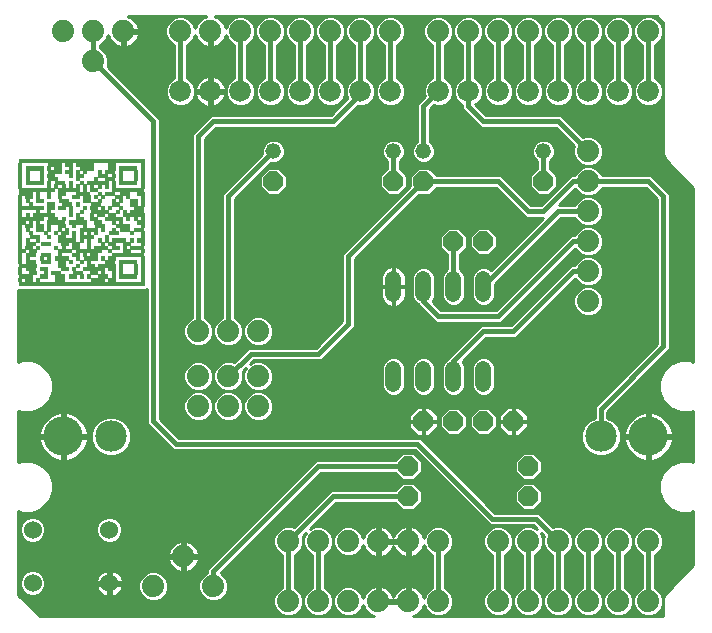
<source format=gbl>
G75*
G70*
%OFA0B0*%
%FSLAX24Y24*%
%IPPOS*%
%LPD*%
%AMOC8*
5,1,8,0,0,1.08239X$1,22.5*
%
%ADD10C,0.0520*%
%ADD11OC8,0.0660*%
%ADD12C,0.1306*%
%ADD13C,0.1050*%
%ADD14C,0.0520*%
%ADD15C,0.0740*%
%ADD16C,0.0720*%
%ADD17C,0.0600*%
%ADD18R,0.4200X0.0010*%
%ADD19R,0.0120X0.0010*%
%ADD20R,0.0240X0.0010*%
%ADD21R,0.0480X0.0010*%
%ADD22R,0.0360X0.0010*%
%ADD23R,0.0600X0.0010*%
%ADD24R,0.0720X0.0010*%
%ADD25R,0.1080X0.0010*%
%ADD26R,0.0840X0.0010*%
%ADD27R,0.1200X0.0010*%
%ADD28C,0.0100*%
%ADD29C,0.0160*%
D10*
X016427Y008744D02*
X016427Y009264D01*
X017427Y009264D02*
X017427Y008744D01*
X018427Y008744D02*
X018427Y009264D01*
X019427Y009264D02*
X019427Y008744D01*
X019427Y011744D02*
X019427Y012264D01*
X018427Y012264D02*
X018427Y011744D01*
X017427Y011744D02*
X017427Y012264D01*
X016427Y012264D02*
X016427Y011744D01*
D11*
X018427Y013504D03*
X019427Y013504D03*
X021427Y015504D03*
X017427Y015504D03*
X016427Y015504D03*
X012427Y015504D03*
X017427Y007504D03*
X018427Y007504D03*
X019427Y007504D03*
X020427Y007504D03*
X020927Y006004D03*
X020927Y005004D03*
X016927Y005004D03*
X016927Y006004D03*
D12*
X024927Y007004D03*
X005427Y007004D03*
D13*
X007009Y007005D03*
X023344Y007003D03*
D14*
X021427Y016504D03*
X017427Y016504D03*
X016427Y016504D03*
X012427Y016504D03*
D15*
X012327Y020504D03*
X013327Y020504D03*
X014327Y020504D03*
X015327Y020504D03*
X016327Y020504D03*
X017927Y020504D03*
X018927Y020504D03*
X019927Y020504D03*
X020927Y020504D03*
X021927Y020504D03*
X022927Y020504D03*
X023927Y020504D03*
X024927Y020504D03*
X022927Y016504D03*
X022927Y015504D03*
X022927Y014504D03*
X022927Y013504D03*
X022927Y012504D03*
X022927Y011504D03*
X011927Y010504D03*
X010927Y010504D03*
X009927Y010504D03*
X009927Y009004D03*
X010927Y009004D03*
X011927Y009004D03*
X011927Y008004D03*
X010927Y008004D03*
X009927Y008004D03*
X012927Y003504D03*
X013927Y003504D03*
X014927Y003504D03*
X015927Y003504D03*
X016927Y003504D03*
X017927Y003504D03*
X019927Y003504D03*
X020927Y003504D03*
X021927Y003504D03*
X022927Y003504D03*
X023927Y003504D03*
X024927Y003504D03*
X024927Y001504D03*
X023927Y001504D03*
X022927Y001504D03*
X021927Y001504D03*
X020927Y001504D03*
X019927Y001504D03*
X017927Y001504D03*
X016927Y001504D03*
X015927Y001504D03*
X014927Y001504D03*
X013927Y001504D03*
X012927Y001504D03*
X010427Y002004D03*
X009427Y003004D03*
X008427Y002004D03*
X006427Y019504D03*
X006427Y020504D03*
X007427Y020504D03*
X009327Y020504D03*
X010327Y020504D03*
X011327Y020504D03*
X005427Y020504D03*
D16*
X009327Y018504D03*
X010327Y018504D03*
X011327Y018504D03*
X012327Y018504D03*
X013327Y018504D03*
X014327Y018504D03*
X015327Y018504D03*
X016327Y018504D03*
X017927Y018504D03*
X018927Y018504D03*
X019927Y018504D03*
X020927Y018504D03*
X021927Y018504D03*
X022927Y018504D03*
X023927Y018504D03*
X024927Y018504D03*
D17*
X006957Y003894D03*
X006957Y002114D03*
X004397Y002114D03*
X004397Y003894D03*
D18*
X006032Y012024D03*
X006032Y012034D03*
X006032Y012044D03*
X006032Y012054D03*
X006032Y012064D03*
X006032Y012074D03*
X006032Y012084D03*
X006032Y012094D03*
X006032Y012104D03*
X006032Y012114D03*
X006032Y012124D03*
X006032Y012134D03*
X006032Y016104D03*
X006032Y016114D03*
X006032Y016124D03*
X006032Y016134D03*
X006032Y016144D03*
X006032Y016154D03*
X006032Y016164D03*
X006032Y016174D03*
X006032Y016184D03*
X006032Y016194D03*
X006032Y016204D03*
X006032Y016214D03*
D19*
X006152Y015854D03*
X006152Y015844D03*
X006152Y015834D03*
X006152Y015824D03*
X006152Y015814D03*
X006152Y015804D03*
X006152Y015794D03*
X006152Y015784D03*
X006152Y015774D03*
X006152Y015764D03*
X006152Y015754D03*
X006152Y015744D03*
X005912Y015744D03*
X005912Y015754D03*
X005912Y015764D03*
X005912Y015774D03*
X005912Y015784D03*
X005912Y015794D03*
X005912Y015804D03*
X005912Y015814D03*
X005912Y015824D03*
X005912Y015834D03*
X005912Y015844D03*
X005912Y015854D03*
X005912Y015614D03*
X005912Y015604D03*
X005912Y015594D03*
X005912Y015584D03*
X005912Y015574D03*
X005912Y015564D03*
X005912Y015554D03*
X005912Y015544D03*
X005912Y015534D03*
X005912Y015524D03*
X005912Y015514D03*
X005912Y015504D03*
X006032Y015494D03*
X006032Y015484D03*
X006032Y015474D03*
X006032Y015464D03*
X006032Y015454D03*
X006032Y015444D03*
X006032Y015434D03*
X006032Y015424D03*
X006032Y015414D03*
X006032Y015404D03*
X006032Y015394D03*
X006032Y015384D03*
X006152Y015374D03*
X006152Y015364D03*
X006152Y015354D03*
X006152Y015344D03*
X006152Y015334D03*
X006152Y015324D03*
X006152Y015314D03*
X006152Y015304D03*
X006152Y015294D03*
X006152Y015284D03*
X006152Y015274D03*
X006152Y015264D03*
X006152Y015254D03*
X006152Y015244D03*
X006152Y015234D03*
X006152Y015224D03*
X006152Y015214D03*
X006152Y015204D03*
X006152Y015194D03*
X006152Y015184D03*
X006152Y015174D03*
X006152Y015164D03*
X006152Y015154D03*
X006152Y015144D03*
X006392Y015264D03*
X006392Y015274D03*
X006392Y015284D03*
X006392Y015294D03*
X006392Y015304D03*
X006392Y015314D03*
X006392Y015324D03*
X006392Y015334D03*
X006392Y015344D03*
X006392Y015354D03*
X006392Y015364D03*
X006392Y015374D03*
X006512Y015504D03*
X006512Y015514D03*
X006512Y015524D03*
X006512Y015534D03*
X006512Y015544D03*
X006512Y015554D03*
X006512Y015564D03*
X006512Y015574D03*
X006512Y015584D03*
X006512Y015594D03*
X006512Y015604D03*
X006512Y015614D03*
X006632Y015744D03*
X006632Y015754D03*
X006632Y015764D03*
X006632Y015774D03*
X006632Y015784D03*
X006632Y015794D03*
X006632Y015804D03*
X006632Y015814D03*
X006632Y015824D03*
X006632Y015834D03*
X006632Y015844D03*
X006632Y015854D03*
X007112Y015734D03*
X007112Y015724D03*
X007112Y015714D03*
X007112Y015704D03*
X007112Y015694D03*
X007112Y015684D03*
X007112Y015674D03*
X007112Y015664D03*
X007112Y015654D03*
X007112Y015644D03*
X007112Y015634D03*
X007112Y015624D03*
X007112Y015494D03*
X007112Y015484D03*
X007112Y015474D03*
X007112Y015464D03*
X007112Y015454D03*
X007112Y015444D03*
X007112Y015434D03*
X007112Y015424D03*
X007112Y015414D03*
X007112Y015404D03*
X007112Y015394D03*
X007112Y015384D03*
X007112Y015374D03*
X007112Y015364D03*
X007112Y015354D03*
X007112Y015344D03*
X007112Y015334D03*
X007112Y015324D03*
X007112Y015314D03*
X007112Y015304D03*
X007112Y015294D03*
X007112Y015284D03*
X007112Y015274D03*
X007112Y015264D03*
X006872Y015264D03*
X006872Y015274D03*
X006872Y015284D03*
X006872Y015294D03*
X006872Y015304D03*
X006872Y015314D03*
X006872Y015324D03*
X006872Y015334D03*
X006872Y015344D03*
X006872Y015354D03*
X006872Y015364D03*
X006872Y015374D03*
X006632Y015374D03*
X006632Y015364D03*
X006632Y015354D03*
X006632Y015344D03*
X006632Y015334D03*
X006632Y015324D03*
X006632Y015314D03*
X006632Y015304D03*
X006632Y015294D03*
X006632Y015284D03*
X006632Y015274D03*
X006632Y015264D03*
X006632Y015134D03*
X006632Y015124D03*
X006632Y015114D03*
X006632Y015104D03*
X006632Y015094D03*
X006632Y015084D03*
X006632Y015074D03*
X006632Y015064D03*
X006632Y015054D03*
X006632Y015044D03*
X006632Y015034D03*
X006632Y015024D03*
X006752Y015014D03*
X006752Y015004D03*
X006752Y014994D03*
X006752Y014984D03*
X006752Y014974D03*
X006752Y014964D03*
X006752Y014954D03*
X006752Y014944D03*
X006752Y014934D03*
X006752Y014924D03*
X006752Y014914D03*
X006752Y014904D03*
X006632Y014894D03*
X006632Y014884D03*
X006632Y014874D03*
X006632Y014864D03*
X006632Y014854D03*
X006632Y014844D03*
X006632Y014834D03*
X006632Y014824D03*
X006632Y014814D03*
X006632Y014804D03*
X006632Y014794D03*
X006632Y014784D03*
X006512Y014904D03*
X006512Y014914D03*
X006512Y014924D03*
X006512Y014934D03*
X006512Y014944D03*
X006512Y014954D03*
X006512Y014964D03*
X006512Y014974D03*
X006512Y014984D03*
X006512Y014994D03*
X006512Y015004D03*
X006512Y015014D03*
X006752Y014654D03*
X006752Y014644D03*
X006752Y014634D03*
X006752Y014624D03*
X006752Y014614D03*
X006752Y014604D03*
X006752Y014594D03*
X006752Y014584D03*
X006752Y014574D03*
X006752Y014564D03*
X006752Y014554D03*
X006752Y014544D03*
X006992Y014544D03*
X006992Y014554D03*
X006992Y014564D03*
X006992Y014574D03*
X006992Y014584D03*
X006992Y014594D03*
X006992Y014604D03*
X006992Y014614D03*
X006992Y014624D03*
X006992Y014634D03*
X006992Y014644D03*
X006992Y014654D03*
X007112Y014784D03*
X007112Y014794D03*
X007112Y014804D03*
X007112Y014814D03*
X007112Y014824D03*
X007112Y014834D03*
X007112Y014844D03*
X007112Y014854D03*
X007112Y014864D03*
X007112Y014874D03*
X007112Y014884D03*
X007112Y014894D03*
X007352Y014894D03*
X007352Y014884D03*
X007352Y014874D03*
X007352Y014864D03*
X007352Y014854D03*
X007352Y014844D03*
X007352Y014834D03*
X007352Y014824D03*
X007352Y014814D03*
X007352Y014804D03*
X007352Y014794D03*
X007352Y014784D03*
X007352Y014654D03*
X007352Y014644D03*
X007352Y014634D03*
X007352Y014624D03*
X007352Y014614D03*
X007352Y014604D03*
X007352Y014594D03*
X007352Y014584D03*
X007352Y014574D03*
X007352Y014564D03*
X007352Y014554D03*
X007352Y014544D03*
X007472Y014534D03*
X007472Y014524D03*
X007472Y014514D03*
X007472Y014504D03*
X007472Y014494D03*
X007472Y014484D03*
X007472Y014474D03*
X007472Y014464D03*
X007472Y014454D03*
X007472Y014444D03*
X007472Y014434D03*
X007472Y014424D03*
X007592Y014294D03*
X007592Y014284D03*
X007592Y014274D03*
X007592Y014264D03*
X007592Y014254D03*
X007592Y014244D03*
X007592Y014234D03*
X007592Y014224D03*
X007592Y014214D03*
X007592Y014204D03*
X007592Y014194D03*
X007592Y014184D03*
X007832Y014184D03*
X007832Y014194D03*
X007832Y014204D03*
X007832Y014214D03*
X007832Y014224D03*
X007832Y014234D03*
X007832Y014244D03*
X007832Y014254D03*
X007832Y014264D03*
X007832Y014274D03*
X007832Y014284D03*
X007832Y014294D03*
X008072Y014294D03*
X008072Y014284D03*
X008072Y014274D03*
X008072Y014264D03*
X008072Y014254D03*
X008072Y014244D03*
X008072Y014234D03*
X008072Y014224D03*
X008072Y014214D03*
X008072Y014204D03*
X008072Y014194D03*
X008072Y014184D03*
X008072Y014054D03*
X008072Y014044D03*
X008072Y014034D03*
X008072Y014024D03*
X008072Y014014D03*
X008072Y014004D03*
X008072Y013994D03*
X008072Y013984D03*
X008072Y013974D03*
X008072Y013964D03*
X008072Y013954D03*
X008072Y013944D03*
X008072Y013814D03*
X008072Y013804D03*
X008072Y013794D03*
X008072Y013784D03*
X008072Y013774D03*
X008072Y013764D03*
X008072Y013754D03*
X008072Y013744D03*
X008072Y013734D03*
X008072Y013724D03*
X008072Y013714D03*
X008072Y013704D03*
X008072Y013694D03*
X008072Y013684D03*
X008072Y013674D03*
X008072Y013664D03*
X008072Y013654D03*
X008072Y013644D03*
X008072Y013634D03*
X008072Y013624D03*
X008072Y013614D03*
X008072Y013604D03*
X008072Y013594D03*
X008072Y013584D03*
X008072Y013454D03*
X008072Y013444D03*
X008072Y013434D03*
X008072Y013424D03*
X008072Y013414D03*
X008072Y013404D03*
X008072Y013394D03*
X008072Y013384D03*
X008072Y013374D03*
X008072Y013364D03*
X008072Y013354D03*
X008072Y013344D03*
X008072Y013214D03*
X008072Y013204D03*
X008072Y013194D03*
X008072Y013184D03*
X008072Y013174D03*
X008072Y013164D03*
X008072Y013154D03*
X008072Y013144D03*
X008072Y013134D03*
X008072Y013124D03*
X008072Y013114D03*
X008072Y013104D03*
X008072Y012974D03*
X008072Y012964D03*
X008072Y012954D03*
X008072Y012944D03*
X008072Y012934D03*
X008072Y012924D03*
X008072Y012914D03*
X008072Y012904D03*
X008072Y012894D03*
X008072Y012884D03*
X008072Y012874D03*
X008072Y012864D03*
X008072Y012854D03*
X008072Y012844D03*
X008072Y012834D03*
X008072Y012824D03*
X008072Y012814D03*
X008072Y012804D03*
X008072Y012794D03*
X008072Y012784D03*
X008072Y012774D03*
X008072Y012764D03*
X008072Y012754D03*
X008072Y012744D03*
X008072Y012734D03*
X008072Y012724D03*
X008072Y012714D03*
X008072Y012704D03*
X008072Y012694D03*
X008072Y012684D03*
X008072Y012674D03*
X008072Y012664D03*
X008072Y012654D03*
X008072Y012644D03*
X008072Y012634D03*
X008072Y012624D03*
X008072Y012614D03*
X008072Y012604D03*
X008072Y012594D03*
X008072Y012584D03*
X008072Y012574D03*
X008072Y012564D03*
X008072Y012554D03*
X008072Y012544D03*
X008072Y012534D03*
X008072Y012524D03*
X008072Y012514D03*
X008072Y012504D03*
X008072Y012494D03*
X008072Y012484D03*
X008072Y012474D03*
X008072Y012464D03*
X008072Y012454D03*
X008072Y012444D03*
X008072Y012434D03*
X008072Y012424D03*
X008072Y012414D03*
X008072Y012404D03*
X008072Y012394D03*
X008072Y012384D03*
X008072Y012374D03*
X008072Y012364D03*
X008072Y012354D03*
X008072Y012344D03*
X008072Y012334D03*
X008072Y012324D03*
X008072Y012314D03*
X008072Y012304D03*
X008072Y012294D03*
X008072Y012284D03*
X008072Y012274D03*
X008072Y012264D03*
X008072Y012254D03*
X008072Y012244D03*
X008072Y012234D03*
X008072Y012224D03*
X008072Y012214D03*
X008072Y012204D03*
X008072Y012194D03*
X008072Y012184D03*
X008072Y012174D03*
X008072Y012164D03*
X008072Y012154D03*
X008072Y012144D03*
X007832Y012384D03*
X007832Y012394D03*
X007832Y012404D03*
X007832Y012414D03*
X007832Y012424D03*
X007832Y012434D03*
X007832Y012444D03*
X007832Y012454D03*
X007832Y012464D03*
X007832Y012474D03*
X007832Y012484D03*
X007832Y012494D03*
X007832Y012504D03*
X007832Y012514D03*
X007832Y012524D03*
X007832Y012534D03*
X007832Y012544D03*
X007832Y012554D03*
X007832Y012564D03*
X007832Y012574D03*
X007832Y012584D03*
X007832Y012594D03*
X007832Y012604D03*
X007832Y012614D03*
X007832Y012624D03*
X007832Y012634D03*
X007832Y012644D03*
X007832Y012654D03*
X007832Y012664D03*
X007832Y012674D03*
X007832Y012684D03*
X007832Y012694D03*
X007832Y012704D03*
X007832Y012714D03*
X007832Y012724D03*
X007832Y012734D03*
X007352Y012734D03*
X007352Y012724D03*
X007352Y012714D03*
X007352Y012704D03*
X007352Y012694D03*
X007352Y012684D03*
X007352Y012674D03*
X007352Y012664D03*
X007352Y012654D03*
X007352Y012644D03*
X007352Y012634D03*
X007352Y012624D03*
X007352Y012614D03*
X007352Y012604D03*
X007352Y012594D03*
X007352Y012584D03*
X007352Y012574D03*
X007352Y012564D03*
X007352Y012554D03*
X007352Y012544D03*
X007352Y012534D03*
X007352Y012524D03*
X007352Y012514D03*
X007352Y012504D03*
X007352Y012494D03*
X007352Y012484D03*
X007352Y012474D03*
X007352Y012464D03*
X007352Y012454D03*
X007352Y012444D03*
X007352Y012434D03*
X007352Y012424D03*
X007352Y012414D03*
X007352Y012404D03*
X007352Y012394D03*
X007352Y012384D03*
X007112Y012384D03*
X007112Y012394D03*
X007112Y012404D03*
X007112Y012414D03*
X007112Y012424D03*
X007112Y012434D03*
X007112Y012444D03*
X007112Y012454D03*
X007112Y012464D03*
X007112Y012474D03*
X007112Y012484D03*
X007112Y012494D03*
X007112Y012374D03*
X007112Y012364D03*
X007112Y012354D03*
X007112Y012344D03*
X007112Y012334D03*
X007112Y012324D03*
X007112Y012314D03*
X007112Y012304D03*
X007112Y012294D03*
X007112Y012284D03*
X007112Y012274D03*
X007112Y012264D03*
X006752Y012384D03*
X006752Y012394D03*
X006752Y012404D03*
X006752Y012414D03*
X006752Y012424D03*
X006752Y012434D03*
X006752Y012444D03*
X006752Y012454D03*
X006752Y012464D03*
X006752Y012474D03*
X006752Y012484D03*
X006752Y012494D03*
X006752Y012864D03*
X006752Y012874D03*
X006752Y012884D03*
X006752Y012894D03*
X006752Y012904D03*
X006752Y012914D03*
X006752Y012924D03*
X006752Y012934D03*
X006752Y012944D03*
X006752Y012954D03*
X006752Y012964D03*
X006752Y012974D03*
X006992Y013104D03*
X006992Y013114D03*
X006992Y013124D03*
X006992Y013134D03*
X006992Y013144D03*
X006992Y013154D03*
X006992Y013164D03*
X006992Y013174D03*
X006992Y013184D03*
X006992Y013194D03*
X006992Y013204D03*
X006992Y013214D03*
X006752Y013344D03*
X006752Y013354D03*
X006752Y013364D03*
X006752Y013374D03*
X006752Y013384D03*
X006752Y013394D03*
X006752Y013404D03*
X006752Y013414D03*
X006752Y013424D03*
X006752Y013434D03*
X006752Y013444D03*
X006752Y013454D03*
X006872Y013464D03*
X006872Y013474D03*
X006872Y013484D03*
X006872Y013494D03*
X006872Y013504D03*
X006872Y013514D03*
X006872Y013524D03*
X006872Y013534D03*
X006872Y013544D03*
X006872Y013554D03*
X006872Y013564D03*
X006872Y013574D03*
X006872Y013584D03*
X006872Y013594D03*
X006872Y013604D03*
X006872Y013614D03*
X006872Y013624D03*
X006872Y013634D03*
X006872Y013644D03*
X006872Y013654D03*
X006872Y013664D03*
X006872Y013674D03*
X006872Y013684D03*
X006872Y013694D03*
X006752Y013824D03*
X006752Y013834D03*
X006752Y013844D03*
X006752Y013854D03*
X006752Y013864D03*
X006752Y013874D03*
X006752Y013884D03*
X006752Y013894D03*
X006752Y013904D03*
X006752Y013914D03*
X006752Y013924D03*
X006752Y013934D03*
X006512Y013814D03*
X006512Y013804D03*
X006512Y013794D03*
X006512Y013784D03*
X006512Y013774D03*
X006512Y013764D03*
X006512Y013754D03*
X006512Y013744D03*
X006512Y013734D03*
X006512Y013724D03*
X006512Y013714D03*
X006512Y013704D03*
X006632Y013574D03*
X006632Y013564D03*
X006632Y013554D03*
X006632Y013544D03*
X006632Y013534D03*
X006632Y013524D03*
X006632Y013514D03*
X006632Y013504D03*
X006632Y013494D03*
X006632Y013484D03*
X006632Y013474D03*
X006632Y013464D03*
X006272Y013464D03*
X006272Y013474D03*
X006272Y013484D03*
X006272Y013494D03*
X006272Y013504D03*
X006272Y013514D03*
X006272Y013524D03*
X006272Y013534D03*
X006272Y013544D03*
X006272Y013554D03*
X006272Y013564D03*
X006272Y013574D03*
X006272Y013454D03*
X006272Y013444D03*
X006272Y013434D03*
X006272Y013424D03*
X006272Y013414D03*
X006272Y013404D03*
X006272Y013394D03*
X006272Y013384D03*
X006272Y013374D03*
X006272Y013364D03*
X006272Y013354D03*
X006272Y013344D03*
X006272Y013334D03*
X006272Y013324D03*
X006272Y013314D03*
X006272Y013304D03*
X006272Y013294D03*
X006272Y013284D03*
X006272Y013274D03*
X006272Y013264D03*
X006272Y013254D03*
X006272Y013244D03*
X006272Y013234D03*
X006272Y013224D03*
X006152Y013094D03*
X006152Y013084D03*
X006152Y013074D03*
X006152Y013064D03*
X006152Y013054D03*
X006152Y013044D03*
X006152Y013034D03*
X006152Y013024D03*
X006152Y013014D03*
X006152Y013004D03*
X006152Y012994D03*
X006152Y012984D03*
X006272Y012854D03*
X006272Y012844D03*
X006272Y012834D03*
X006272Y012824D03*
X006272Y012814D03*
X006272Y012804D03*
X006272Y012794D03*
X006272Y012784D03*
X006272Y012774D03*
X006272Y012764D03*
X006272Y012754D03*
X006272Y012744D03*
X006032Y012744D03*
X006032Y012754D03*
X006032Y012764D03*
X006032Y012774D03*
X006032Y012784D03*
X006032Y012794D03*
X006032Y012804D03*
X006032Y012814D03*
X006032Y012824D03*
X006032Y012834D03*
X006032Y012844D03*
X006032Y012854D03*
X005912Y012864D03*
X005912Y012874D03*
X005912Y012884D03*
X005912Y012894D03*
X005912Y012904D03*
X005912Y012914D03*
X005912Y012924D03*
X005912Y012934D03*
X005912Y012944D03*
X005912Y012954D03*
X005912Y012964D03*
X005912Y012974D03*
X005912Y012734D03*
X005912Y012724D03*
X005912Y012714D03*
X005912Y012704D03*
X005912Y012694D03*
X005912Y012684D03*
X005912Y012674D03*
X005912Y012664D03*
X005912Y012654D03*
X005912Y012644D03*
X005912Y012634D03*
X005912Y012624D03*
X005792Y012614D03*
X005792Y012604D03*
X005792Y012594D03*
X005792Y012584D03*
X005792Y012574D03*
X005792Y012564D03*
X005792Y012554D03*
X005792Y012544D03*
X005792Y012534D03*
X005792Y012524D03*
X005792Y012514D03*
X005792Y012504D03*
X005672Y012744D03*
X005672Y012754D03*
X005672Y012764D03*
X005672Y012774D03*
X005672Y012784D03*
X005672Y012794D03*
X005672Y012804D03*
X005672Y012814D03*
X005672Y012824D03*
X005672Y012834D03*
X005672Y012844D03*
X005672Y012854D03*
X005312Y012984D03*
X005312Y012994D03*
X005312Y013004D03*
X005312Y013014D03*
X005312Y013024D03*
X005312Y013034D03*
X005312Y013044D03*
X005312Y013054D03*
X005312Y013064D03*
X005312Y013074D03*
X005312Y013084D03*
X005312Y013094D03*
X005432Y013224D03*
X005432Y013234D03*
X005432Y013244D03*
X005432Y013254D03*
X005432Y013264D03*
X005432Y013274D03*
X005432Y013284D03*
X005432Y013294D03*
X005432Y013304D03*
X005432Y013314D03*
X005432Y013324D03*
X005432Y013334D03*
X005192Y013334D03*
X005192Y013324D03*
X005192Y013314D03*
X005192Y013304D03*
X005192Y013294D03*
X005192Y013284D03*
X005192Y013274D03*
X005192Y013264D03*
X005192Y013254D03*
X005192Y013244D03*
X005192Y013234D03*
X005192Y013224D03*
X004952Y013584D03*
X004952Y013594D03*
X004952Y013604D03*
X004952Y013614D03*
X004952Y013624D03*
X004952Y013634D03*
X004952Y013644D03*
X004952Y013654D03*
X004952Y013664D03*
X004952Y013674D03*
X004952Y013684D03*
X004952Y013694D03*
X004832Y013704D03*
X004832Y013714D03*
X004832Y013724D03*
X004832Y013734D03*
X004832Y013744D03*
X004832Y013754D03*
X004832Y013764D03*
X004832Y013774D03*
X004832Y013784D03*
X004832Y013794D03*
X004832Y013804D03*
X004832Y013814D03*
X004952Y013824D03*
X004952Y013834D03*
X004952Y013844D03*
X004952Y013854D03*
X004952Y013864D03*
X004952Y013874D03*
X004952Y013884D03*
X004952Y013894D03*
X004952Y013904D03*
X004952Y013914D03*
X004952Y013924D03*
X004952Y013934D03*
X004952Y013944D03*
X004952Y013954D03*
X004952Y013964D03*
X004952Y013974D03*
X004952Y013984D03*
X004952Y013994D03*
X004952Y014004D03*
X004952Y014014D03*
X004952Y014024D03*
X004952Y014034D03*
X004952Y014044D03*
X004952Y014054D03*
X005192Y013814D03*
X005192Y013804D03*
X005192Y013794D03*
X005192Y013784D03*
X005192Y013774D03*
X005192Y013764D03*
X005192Y013754D03*
X005192Y013744D03*
X005192Y013734D03*
X005192Y013724D03*
X005192Y013714D03*
X005192Y013704D03*
X005312Y013824D03*
X005312Y013834D03*
X005312Y013844D03*
X005312Y013854D03*
X005312Y013864D03*
X005312Y013874D03*
X005312Y013884D03*
X005312Y013894D03*
X005312Y013904D03*
X005312Y013914D03*
X005312Y013924D03*
X005312Y013934D03*
X005552Y013934D03*
X005552Y013924D03*
X005552Y013914D03*
X005552Y013904D03*
X005552Y013894D03*
X005552Y013884D03*
X005552Y013874D03*
X005552Y013864D03*
X005552Y013854D03*
X005552Y013844D03*
X005552Y013834D03*
X005552Y013824D03*
X005792Y013814D03*
X005792Y013804D03*
X005792Y013794D03*
X005792Y013784D03*
X005792Y013774D03*
X005792Y013764D03*
X005792Y013754D03*
X005792Y013744D03*
X005792Y013734D03*
X005792Y013724D03*
X005792Y013714D03*
X005792Y013704D03*
X005792Y013694D03*
X005792Y013684D03*
X005792Y013674D03*
X005792Y013664D03*
X005792Y013654D03*
X005792Y013644D03*
X005792Y013634D03*
X005792Y013624D03*
X005792Y013614D03*
X005792Y013604D03*
X005792Y013594D03*
X005792Y013584D03*
X006032Y013574D03*
X006032Y013564D03*
X006032Y013554D03*
X006032Y013544D03*
X006032Y013534D03*
X006032Y013524D03*
X006032Y013514D03*
X006032Y013504D03*
X006032Y013494D03*
X006032Y013484D03*
X006032Y013474D03*
X006032Y013464D03*
X006032Y013704D03*
X006032Y013714D03*
X006032Y013724D03*
X006032Y013734D03*
X006032Y013744D03*
X006032Y013754D03*
X006032Y013764D03*
X006032Y013774D03*
X006032Y013784D03*
X006032Y013794D03*
X006032Y013804D03*
X006032Y013814D03*
X006152Y013944D03*
X006152Y013954D03*
X006152Y013964D03*
X006152Y013974D03*
X006152Y013984D03*
X006152Y013994D03*
X006152Y014004D03*
X006152Y014014D03*
X006152Y014024D03*
X006152Y014034D03*
X006152Y014044D03*
X006152Y014054D03*
X006272Y013814D03*
X006272Y013804D03*
X006272Y013794D03*
X006272Y013784D03*
X006272Y013774D03*
X006272Y013764D03*
X006272Y013754D03*
X006272Y013744D03*
X006272Y013734D03*
X006272Y013724D03*
X006272Y013714D03*
X006272Y013704D03*
X005792Y013944D03*
X005792Y013954D03*
X005792Y013964D03*
X005792Y013974D03*
X005792Y013984D03*
X005792Y013994D03*
X005792Y014004D03*
X005792Y014014D03*
X005792Y014024D03*
X005792Y014034D03*
X005792Y014044D03*
X005792Y014054D03*
X005912Y014304D03*
X005912Y014314D03*
X005912Y014324D03*
X005912Y014334D03*
X005912Y014344D03*
X005912Y014354D03*
X005912Y014364D03*
X005912Y014374D03*
X005912Y014384D03*
X005912Y014394D03*
X005912Y014404D03*
X005912Y014414D03*
X006032Y014424D03*
X006032Y014434D03*
X006032Y014444D03*
X006032Y014454D03*
X006032Y014464D03*
X006032Y014474D03*
X006032Y014484D03*
X006032Y014494D03*
X006032Y014504D03*
X006032Y014514D03*
X006032Y014524D03*
X006032Y014534D03*
X006152Y014544D03*
X006152Y014554D03*
X006152Y014564D03*
X006152Y014574D03*
X006152Y014584D03*
X006152Y014594D03*
X006152Y014604D03*
X006152Y014614D03*
X006152Y014624D03*
X006152Y014634D03*
X006152Y014644D03*
X006152Y014654D03*
X005912Y014664D03*
X005912Y014674D03*
X005912Y014684D03*
X005912Y014694D03*
X005912Y014704D03*
X005912Y014714D03*
X005912Y014724D03*
X005912Y014734D03*
X005912Y014744D03*
X005912Y014754D03*
X005912Y014764D03*
X005912Y014774D03*
X005672Y014654D03*
X005672Y014644D03*
X005672Y014634D03*
X005672Y014624D03*
X005672Y014614D03*
X005672Y014604D03*
X005672Y014594D03*
X005672Y014584D03*
X005672Y014574D03*
X005672Y014564D03*
X005672Y014554D03*
X005672Y014544D03*
X005672Y014534D03*
X005672Y014524D03*
X005672Y014514D03*
X005672Y014504D03*
X005672Y014494D03*
X005672Y014484D03*
X005672Y014474D03*
X005672Y014464D03*
X005672Y014454D03*
X005672Y014444D03*
X005672Y014434D03*
X005672Y014424D03*
X005672Y014414D03*
X005672Y014404D03*
X005672Y014394D03*
X005672Y014384D03*
X005672Y014374D03*
X005672Y014364D03*
X005672Y014354D03*
X005672Y014344D03*
X005672Y014334D03*
X005672Y014324D03*
X005672Y014314D03*
X005672Y014304D03*
X005432Y014294D03*
X005432Y014284D03*
X005432Y014274D03*
X005432Y014264D03*
X005432Y014254D03*
X005432Y014244D03*
X005432Y014234D03*
X005432Y014224D03*
X005432Y014214D03*
X005432Y014204D03*
X005432Y014194D03*
X005432Y014184D03*
X004952Y014424D03*
X004952Y014434D03*
X004952Y014444D03*
X004952Y014454D03*
X004952Y014464D03*
X004952Y014474D03*
X004952Y014484D03*
X004952Y014494D03*
X004952Y014504D03*
X004952Y014514D03*
X004952Y014524D03*
X004952Y014534D03*
X004592Y014534D03*
X004592Y014524D03*
X004592Y014514D03*
X004592Y014504D03*
X004592Y014494D03*
X004592Y014484D03*
X004592Y014474D03*
X004592Y014464D03*
X004592Y014454D03*
X004592Y014444D03*
X004592Y014434D03*
X004592Y014424D03*
X004592Y014174D03*
X004592Y014164D03*
X004592Y014154D03*
X004592Y014144D03*
X004592Y014134D03*
X004592Y014124D03*
X004592Y014114D03*
X004592Y014104D03*
X004592Y014094D03*
X004592Y014084D03*
X004592Y014074D03*
X004592Y014064D03*
X004352Y014064D03*
X004352Y014074D03*
X004352Y014084D03*
X004352Y014094D03*
X004352Y014104D03*
X004352Y014114D03*
X004352Y014124D03*
X004352Y014134D03*
X004352Y014144D03*
X004352Y014154D03*
X004352Y014164D03*
X004352Y014174D03*
X004232Y014304D03*
X004232Y014314D03*
X004232Y014324D03*
X004232Y014334D03*
X004232Y014344D03*
X004232Y014354D03*
X004232Y014364D03*
X004232Y014374D03*
X004232Y014384D03*
X004232Y014394D03*
X004232Y014404D03*
X004232Y014414D03*
X003992Y014414D03*
X003992Y014424D03*
X003992Y014434D03*
X003992Y014444D03*
X003992Y014454D03*
X003992Y014464D03*
X003992Y014474D03*
X003992Y014484D03*
X003992Y014494D03*
X003992Y014504D03*
X003992Y014514D03*
X003992Y014524D03*
X003992Y014534D03*
X003992Y014664D03*
X003992Y014674D03*
X003992Y014684D03*
X003992Y014694D03*
X003992Y014704D03*
X003992Y014714D03*
X003992Y014724D03*
X003992Y014734D03*
X003992Y014744D03*
X003992Y014754D03*
X003992Y014764D03*
X003992Y014774D03*
X003992Y014784D03*
X003992Y014794D03*
X003992Y014804D03*
X003992Y014814D03*
X003992Y014824D03*
X003992Y014834D03*
X003992Y014844D03*
X003992Y014854D03*
X003992Y014864D03*
X003992Y014874D03*
X003992Y014884D03*
X003992Y014894D03*
X003992Y014904D03*
X003992Y014914D03*
X003992Y014924D03*
X003992Y014934D03*
X003992Y014944D03*
X003992Y014954D03*
X003992Y014964D03*
X003992Y014974D03*
X003992Y014984D03*
X003992Y014994D03*
X003992Y015004D03*
X003992Y015014D03*
X003992Y015264D03*
X003992Y015274D03*
X003992Y015284D03*
X003992Y015294D03*
X003992Y015304D03*
X003992Y015314D03*
X003992Y015324D03*
X003992Y015334D03*
X003992Y015344D03*
X003992Y015354D03*
X003992Y015364D03*
X003992Y015374D03*
X003992Y015384D03*
X003992Y015394D03*
X003992Y015404D03*
X003992Y015414D03*
X003992Y015424D03*
X003992Y015434D03*
X003992Y015444D03*
X003992Y015454D03*
X003992Y015464D03*
X003992Y015474D03*
X003992Y015484D03*
X003992Y015494D03*
X003992Y015504D03*
X003992Y015514D03*
X003992Y015524D03*
X003992Y015534D03*
X003992Y015544D03*
X003992Y015554D03*
X003992Y015564D03*
X003992Y015574D03*
X003992Y015584D03*
X003992Y015594D03*
X003992Y015604D03*
X003992Y015614D03*
X003992Y015624D03*
X003992Y015634D03*
X003992Y015644D03*
X003992Y015654D03*
X003992Y015664D03*
X003992Y015674D03*
X003992Y015684D03*
X003992Y015694D03*
X003992Y015704D03*
X003992Y015714D03*
X003992Y015724D03*
X003992Y015734D03*
X003992Y015744D03*
X003992Y015754D03*
X003992Y015764D03*
X003992Y015774D03*
X003992Y015784D03*
X003992Y015794D03*
X003992Y015804D03*
X003992Y015814D03*
X003992Y015824D03*
X003992Y015834D03*
X003992Y015844D03*
X003992Y015854D03*
X003992Y015864D03*
X003992Y015874D03*
X003992Y015884D03*
X003992Y015894D03*
X003992Y015904D03*
X003992Y015914D03*
X003992Y015924D03*
X003992Y015934D03*
X003992Y015944D03*
X003992Y015954D03*
X003992Y015964D03*
X003992Y015974D03*
X003992Y015984D03*
X003992Y015994D03*
X003992Y016004D03*
X003992Y016014D03*
X003992Y016024D03*
X003992Y016034D03*
X003992Y016044D03*
X003992Y016054D03*
X003992Y016064D03*
X003992Y016074D03*
X003992Y016084D03*
X003992Y016094D03*
X004232Y015854D03*
X004232Y015844D03*
X004232Y015834D03*
X004232Y015824D03*
X004232Y015814D03*
X004232Y015804D03*
X004232Y015794D03*
X004232Y015784D03*
X004232Y015774D03*
X004232Y015764D03*
X004232Y015754D03*
X004232Y015744D03*
X004232Y015734D03*
X004232Y015724D03*
X004232Y015714D03*
X004232Y015704D03*
X004232Y015694D03*
X004232Y015684D03*
X004232Y015674D03*
X004232Y015664D03*
X004232Y015654D03*
X004232Y015644D03*
X004232Y015634D03*
X004232Y015624D03*
X004232Y015614D03*
X004232Y015604D03*
X004232Y015594D03*
X004232Y015584D03*
X004232Y015574D03*
X004232Y015564D03*
X004232Y015554D03*
X004232Y015544D03*
X004232Y015534D03*
X004232Y015524D03*
X004232Y015514D03*
X004232Y015504D03*
X004712Y015504D03*
X004712Y015514D03*
X004712Y015524D03*
X004712Y015534D03*
X004712Y015544D03*
X004712Y015554D03*
X004712Y015564D03*
X004712Y015574D03*
X004712Y015584D03*
X004712Y015594D03*
X004712Y015604D03*
X004712Y015614D03*
X004712Y015624D03*
X004712Y015634D03*
X004712Y015644D03*
X004712Y015654D03*
X004712Y015664D03*
X004712Y015674D03*
X004712Y015684D03*
X004712Y015694D03*
X004712Y015704D03*
X004712Y015714D03*
X004712Y015724D03*
X004712Y015734D03*
X004712Y015744D03*
X004712Y015754D03*
X004712Y015764D03*
X004712Y015774D03*
X004712Y015784D03*
X004712Y015794D03*
X004712Y015804D03*
X004712Y015814D03*
X004712Y015824D03*
X004712Y015834D03*
X004712Y015844D03*
X004712Y015854D03*
X004952Y015864D03*
X004952Y015874D03*
X004952Y015884D03*
X004952Y015894D03*
X004952Y015904D03*
X004952Y015914D03*
X004952Y015924D03*
X004952Y015934D03*
X004952Y015944D03*
X004952Y015954D03*
X004952Y015964D03*
X004952Y015974D03*
X004952Y015494D03*
X004952Y015484D03*
X004952Y015474D03*
X004952Y015464D03*
X004952Y015454D03*
X004952Y015444D03*
X004952Y015434D03*
X004952Y015424D03*
X004952Y015414D03*
X004952Y015404D03*
X004952Y015394D03*
X004952Y015384D03*
X004952Y015374D03*
X004952Y015364D03*
X004952Y015354D03*
X004952Y015344D03*
X004952Y015334D03*
X004952Y015324D03*
X004952Y015314D03*
X004952Y015304D03*
X004952Y015294D03*
X004952Y015284D03*
X004952Y015274D03*
X004952Y015264D03*
X004952Y015134D03*
X004952Y015124D03*
X004952Y015114D03*
X004952Y015104D03*
X004952Y015094D03*
X004952Y015084D03*
X004952Y015074D03*
X004952Y015064D03*
X004952Y015054D03*
X004952Y015044D03*
X004952Y015034D03*
X004952Y015024D03*
X004952Y015014D03*
X004952Y015004D03*
X004952Y014994D03*
X004952Y014984D03*
X004952Y014974D03*
X004952Y014964D03*
X004952Y014954D03*
X004952Y014944D03*
X004952Y014934D03*
X004952Y014924D03*
X004952Y014914D03*
X004952Y014904D03*
X005312Y014904D03*
X005312Y014914D03*
X005312Y014924D03*
X005312Y014934D03*
X005312Y014944D03*
X005312Y014954D03*
X005312Y014964D03*
X005312Y014974D03*
X005312Y014984D03*
X005312Y014994D03*
X005312Y015004D03*
X005312Y015014D03*
X005432Y015264D03*
X005432Y015274D03*
X005432Y015284D03*
X005432Y015294D03*
X005432Y015304D03*
X005432Y015314D03*
X005432Y015324D03*
X005432Y015334D03*
X005432Y015344D03*
X005432Y015354D03*
X005432Y015364D03*
X005432Y015374D03*
X005672Y015374D03*
X005672Y015384D03*
X005672Y015394D03*
X005672Y015404D03*
X005672Y015414D03*
X005672Y015424D03*
X005672Y015434D03*
X005672Y015444D03*
X005672Y015454D03*
X005672Y015464D03*
X005672Y015474D03*
X005672Y015484D03*
X005672Y015494D03*
X005672Y015624D03*
X005672Y015634D03*
X005672Y015644D03*
X005672Y015654D03*
X005672Y015664D03*
X005672Y015674D03*
X005672Y015684D03*
X005672Y015694D03*
X005672Y015704D03*
X005672Y015714D03*
X005672Y015724D03*
X005672Y015734D03*
X005672Y015864D03*
X005672Y015874D03*
X005672Y015884D03*
X005672Y015894D03*
X005672Y015904D03*
X005672Y015914D03*
X005672Y015924D03*
X005672Y015934D03*
X005672Y015944D03*
X005672Y015954D03*
X005672Y015964D03*
X005672Y015974D03*
X005672Y015364D03*
X005672Y015354D03*
X005672Y015344D03*
X005672Y015334D03*
X005672Y015324D03*
X005672Y015314D03*
X005672Y015304D03*
X005672Y015294D03*
X005672Y015284D03*
X005672Y015274D03*
X005672Y015264D03*
X005912Y015264D03*
X005912Y015274D03*
X005912Y015284D03*
X005912Y015294D03*
X005912Y015304D03*
X005912Y015314D03*
X005912Y015324D03*
X005912Y015334D03*
X005912Y015344D03*
X005912Y015354D03*
X005912Y015364D03*
X005912Y015374D03*
X005192Y015374D03*
X005192Y015364D03*
X005192Y015354D03*
X005192Y015344D03*
X005192Y015334D03*
X005192Y015324D03*
X005192Y015314D03*
X005192Y015304D03*
X005192Y015294D03*
X005192Y015284D03*
X005192Y015274D03*
X005192Y015264D03*
X004592Y015134D03*
X004592Y015124D03*
X004592Y015114D03*
X004592Y015104D03*
X004592Y015094D03*
X004592Y015084D03*
X004592Y015074D03*
X004592Y015064D03*
X004592Y015054D03*
X004592Y015044D03*
X004592Y015034D03*
X004592Y015024D03*
X004592Y015014D03*
X004592Y015004D03*
X004592Y014994D03*
X004592Y014984D03*
X004592Y014974D03*
X004592Y014964D03*
X004592Y014954D03*
X004592Y014944D03*
X004592Y014934D03*
X004592Y014924D03*
X004592Y014914D03*
X004592Y014904D03*
X004352Y014774D03*
X004352Y014764D03*
X004352Y014754D03*
X004352Y014744D03*
X004352Y014734D03*
X004352Y014724D03*
X004352Y014714D03*
X004352Y014704D03*
X004352Y014694D03*
X004352Y014684D03*
X004352Y014674D03*
X004352Y014664D03*
X004232Y014784D03*
X004232Y014794D03*
X004232Y014804D03*
X004232Y014814D03*
X004232Y014824D03*
X004232Y014834D03*
X004232Y014844D03*
X004232Y014854D03*
X004232Y014864D03*
X004232Y014874D03*
X004232Y014884D03*
X004232Y014894D03*
X003992Y014404D03*
X003992Y014394D03*
X003992Y014384D03*
X003992Y014374D03*
X003992Y014364D03*
X003992Y014354D03*
X003992Y014344D03*
X003992Y014334D03*
X003992Y014324D03*
X003992Y014314D03*
X003992Y014304D03*
X003992Y014054D03*
X003992Y014044D03*
X003992Y014034D03*
X003992Y014024D03*
X003992Y014014D03*
X003992Y014004D03*
X003992Y013994D03*
X003992Y013984D03*
X003992Y013974D03*
X003992Y013964D03*
X003992Y013954D03*
X003992Y013944D03*
X003992Y013934D03*
X003992Y013924D03*
X003992Y013914D03*
X003992Y013904D03*
X003992Y013894D03*
X003992Y013884D03*
X003992Y013874D03*
X003992Y013864D03*
X003992Y013854D03*
X003992Y013844D03*
X003992Y013834D03*
X003992Y013824D03*
X003992Y013814D03*
X003992Y013804D03*
X003992Y013794D03*
X003992Y013784D03*
X003992Y013774D03*
X003992Y013764D03*
X003992Y013754D03*
X003992Y013744D03*
X003992Y013734D03*
X003992Y013724D03*
X003992Y013714D03*
X003992Y013704D03*
X003992Y013694D03*
X003992Y013684D03*
X003992Y013674D03*
X003992Y013664D03*
X003992Y013654D03*
X003992Y013644D03*
X003992Y013634D03*
X003992Y013624D03*
X003992Y013614D03*
X003992Y013604D03*
X003992Y013594D03*
X003992Y013584D03*
X003992Y013574D03*
X003992Y013564D03*
X003992Y013554D03*
X003992Y013544D03*
X003992Y013534D03*
X003992Y013524D03*
X003992Y013514D03*
X003992Y013504D03*
X003992Y013494D03*
X003992Y013484D03*
X003992Y013474D03*
X003992Y013464D03*
X003992Y013454D03*
X003992Y013444D03*
X003992Y013434D03*
X003992Y013424D03*
X003992Y013414D03*
X003992Y013404D03*
X003992Y013394D03*
X003992Y013384D03*
X003992Y013374D03*
X003992Y013364D03*
X003992Y013354D03*
X003992Y013344D03*
X003992Y013334D03*
X003992Y013324D03*
X003992Y013314D03*
X003992Y013304D03*
X003992Y013294D03*
X003992Y013284D03*
X003992Y013274D03*
X003992Y013264D03*
X003992Y013254D03*
X003992Y013244D03*
X003992Y013234D03*
X003992Y013224D03*
X003992Y013094D03*
X003992Y013084D03*
X003992Y013074D03*
X003992Y013064D03*
X003992Y013054D03*
X003992Y013044D03*
X003992Y013034D03*
X003992Y013024D03*
X003992Y013014D03*
X003992Y013004D03*
X003992Y012994D03*
X003992Y012984D03*
X003992Y012974D03*
X003992Y012964D03*
X003992Y012954D03*
X003992Y012944D03*
X003992Y012934D03*
X003992Y012924D03*
X003992Y012914D03*
X003992Y012904D03*
X003992Y012894D03*
X003992Y012884D03*
X003992Y012874D03*
X003992Y012864D03*
X003992Y012854D03*
X003992Y012844D03*
X003992Y012834D03*
X003992Y012824D03*
X003992Y012814D03*
X003992Y012804D03*
X003992Y012794D03*
X003992Y012784D03*
X003992Y012774D03*
X003992Y012764D03*
X003992Y012754D03*
X003992Y012744D03*
X003992Y012614D03*
X003992Y012604D03*
X003992Y012594D03*
X003992Y012584D03*
X003992Y012574D03*
X003992Y012564D03*
X003992Y012554D03*
X003992Y012544D03*
X003992Y012534D03*
X003992Y012524D03*
X003992Y012514D03*
X003992Y012504D03*
X003992Y012494D03*
X003992Y012484D03*
X003992Y012474D03*
X003992Y012464D03*
X003992Y012454D03*
X003992Y012444D03*
X003992Y012434D03*
X003992Y012424D03*
X003992Y012414D03*
X003992Y012404D03*
X003992Y012394D03*
X003992Y012384D03*
X003992Y012254D03*
X003992Y012244D03*
X003992Y012234D03*
X003992Y012224D03*
X003992Y012214D03*
X003992Y012204D03*
X003992Y012194D03*
X003992Y012184D03*
X003992Y012174D03*
X003992Y012164D03*
X003992Y012154D03*
X003992Y012144D03*
X004592Y012144D03*
X004592Y012154D03*
X004592Y012164D03*
X004592Y012174D03*
X004592Y012184D03*
X004592Y012194D03*
X004592Y012204D03*
X004592Y012214D03*
X004592Y012224D03*
X004592Y012234D03*
X004592Y012244D03*
X004592Y012254D03*
X004832Y012384D03*
X004832Y012394D03*
X004832Y012404D03*
X004832Y012414D03*
X004832Y012424D03*
X004832Y012434D03*
X004832Y012444D03*
X004832Y012454D03*
X004832Y012464D03*
X004832Y012474D03*
X004832Y012484D03*
X004832Y012494D03*
X004952Y012864D03*
X004952Y012874D03*
X004952Y012884D03*
X004952Y012894D03*
X004952Y012904D03*
X004952Y012914D03*
X004952Y012924D03*
X004952Y012934D03*
X004952Y012944D03*
X004952Y012954D03*
X004952Y012964D03*
X004952Y012974D03*
X004712Y012974D03*
X004712Y012964D03*
X004712Y012954D03*
X004712Y012944D03*
X004712Y012934D03*
X004712Y012924D03*
X004712Y012914D03*
X004712Y012904D03*
X004712Y012894D03*
X004712Y012884D03*
X004712Y012874D03*
X004712Y012864D03*
X004592Y013224D03*
X004592Y013234D03*
X004592Y013244D03*
X004592Y013254D03*
X004592Y013264D03*
X004592Y013274D03*
X004592Y013284D03*
X004592Y013294D03*
X004592Y013304D03*
X004592Y013314D03*
X004592Y013324D03*
X004592Y013334D03*
X004592Y013464D03*
X004592Y013474D03*
X004592Y013484D03*
X004592Y013494D03*
X004592Y013504D03*
X004592Y013514D03*
X004592Y013524D03*
X004592Y013534D03*
X004592Y013544D03*
X004592Y013554D03*
X004592Y013564D03*
X004592Y013574D03*
X004352Y013704D03*
X004352Y013714D03*
X004352Y013724D03*
X004352Y013734D03*
X004352Y013744D03*
X004352Y013754D03*
X004352Y013764D03*
X004352Y013774D03*
X004352Y013784D03*
X004352Y013794D03*
X004352Y013804D03*
X004352Y013814D03*
X004232Y013824D03*
X004232Y013834D03*
X004232Y013844D03*
X004232Y013854D03*
X004232Y013864D03*
X004232Y013874D03*
X004232Y013884D03*
X004232Y013894D03*
X004232Y013904D03*
X004232Y013914D03*
X004232Y013924D03*
X004232Y013934D03*
X004232Y013574D03*
X004232Y013564D03*
X004232Y013554D03*
X004232Y013544D03*
X004232Y013534D03*
X004232Y013524D03*
X004232Y013514D03*
X004232Y013504D03*
X004232Y013494D03*
X004232Y013484D03*
X004232Y013474D03*
X004232Y013464D03*
X004232Y012974D03*
X004232Y012964D03*
X004232Y012954D03*
X004232Y012944D03*
X004232Y012934D03*
X004232Y012924D03*
X004232Y012914D03*
X004232Y012904D03*
X004232Y012894D03*
X004232Y012884D03*
X004232Y012874D03*
X004232Y012864D03*
X006032Y012374D03*
X006032Y012364D03*
X006032Y012354D03*
X006032Y012344D03*
X006032Y012334D03*
X006032Y012324D03*
X006032Y012314D03*
X006032Y012304D03*
X006032Y012294D03*
X006032Y012284D03*
X006032Y012274D03*
X006032Y012264D03*
X006272Y012264D03*
X006272Y012274D03*
X006272Y012284D03*
X006272Y012294D03*
X006272Y012304D03*
X006272Y012314D03*
X006272Y012324D03*
X006272Y012334D03*
X006272Y012344D03*
X006272Y012354D03*
X006272Y012364D03*
X006272Y012374D03*
X007472Y013224D03*
X007472Y013234D03*
X007472Y013244D03*
X007472Y013254D03*
X007472Y013264D03*
X007472Y013274D03*
X007472Y013284D03*
X007472Y013294D03*
X007472Y013304D03*
X007472Y013314D03*
X007472Y013324D03*
X007472Y013334D03*
X007712Y013464D03*
X007712Y013474D03*
X007712Y013484D03*
X007712Y013494D03*
X007712Y013504D03*
X007712Y013514D03*
X007712Y013524D03*
X007712Y013534D03*
X007712Y013544D03*
X007712Y013554D03*
X007712Y013564D03*
X007712Y013574D03*
X007712Y013704D03*
X007712Y013714D03*
X007712Y013724D03*
X007712Y013734D03*
X007712Y013744D03*
X007712Y013754D03*
X007712Y013764D03*
X007712Y013774D03*
X007712Y013784D03*
X007712Y013794D03*
X007712Y013804D03*
X007712Y013814D03*
X007352Y014064D03*
X007352Y014074D03*
X007352Y014084D03*
X007352Y014094D03*
X007352Y014104D03*
X007352Y014114D03*
X007352Y014124D03*
X007352Y014134D03*
X007352Y014144D03*
X007352Y014154D03*
X007352Y014164D03*
X007352Y014174D03*
X007112Y014174D03*
X007112Y014164D03*
X007112Y014154D03*
X007112Y014144D03*
X007112Y014134D03*
X007112Y014124D03*
X007112Y014114D03*
X007112Y014104D03*
X007112Y014094D03*
X007112Y014084D03*
X007112Y014074D03*
X007112Y014064D03*
X007112Y013934D03*
X007112Y013924D03*
X007112Y013914D03*
X007112Y013904D03*
X007112Y013894D03*
X007112Y013884D03*
X007112Y013874D03*
X007112Y013864D03*
X007112Y013854D03*
X007112Y013844D03*
X007112Y013834D03*
X007112Y013824D03*
X007232Y014424D03*
X007232Y014434D03*
X007232Y014444D03*
X007232Y014454D03*
X007232Y014464D03*
X007232Y014474D03*
X007232Y014484D03*
X007232Y014494D03*
X007232Y014504D03*
X007232Y014514D03*
X007232Y014524D03*
X007232Y014534D03*
X007592Y014904D03*
X007592Y014914D03*
X007592Y014924D03*
X007592Y014934D03*
X007592Y014944D03*
X007592Y014954D03*
X007592Y014964D03*
X007592Y014974D03*
X007592Y014984D03*
X007592Y014994D03*
X007592Y015004D03*
X007592Y015014D03*
X008072Y015014D03*
X008072Y015004D03*
X008072Y014994D03*
X008072Y014984D03*
X008072Y014974D03*
X008072Y014964D03*
X008072Y014954D03*
X008072Y014944D03*
X008072Y014934D03*
X008072Y014924D03*
X008072Y014914D03*
X008072Y014904D03*
X008072Y014894D03*
X008072Y014884D03*
X008072Y014874D03*
X008072Y014864D03*
X008072Y014854D03*
X008072Y014844D03*
X008072Y014834D03*
X008072Y014824D03*
X008072Y014814D03*
X008072Y014804D03*
X008072Y014794D03*
X008072Y014784D03*
X008072Y014774D03*
X008072Y014764D03*
X008072Y014754D03*
X008072Y014744D03*
X008072Y014734D03*
X008072Y014724D03*
X008072Y014714D03*
X008072Y014704D03*
X008072Y014694D03*
X008072Y014684D03*
X008072Y014674D03*
X008072Y014664D03*
X008072Y015264D03*
X008072Y015274D03*
X008072Y015284D03*
X008072Y015294D03*
X008072Y015304D03*
X008072Y015314D03*
X008072Y015324D03*
X008072Y015334D03*
X008072Y015344D03*
X008072Y015354D03*
X008072Y015364D03*
X008072Y015374D03*
X008072Y015384D03*
X008072Y015394D03*
X008072Y015404D03*
X008072Y015414D03*
X008072Y015424D03*
X008072Y015434D03*
X008072Y015444D03*
X008072Y015454D03*
X008072Y015464D03*
X008072Y015474D03*
X008072Y015484D03*
X008072Y015494D03*
X008072Y015504D03*
X008072Y015514D03*
X008072Y015524D03*
X008072Y015534D03*
X008072Y015544D03*
X008072Y015554D03*
X008072Y015564D03*
X008072Y015574D03*
X008072Y015584D03*
X008072Y015594D03*
X008072Y015604D03*
X008072Y015614D03*
X008072Y015624D03*
X008072Y015634D03*
X008072Y015644D03*
X008072Y015654D03*
X008072Y015664D03*
X008072Y015674D03*
X008072Y015684D03*
X008072Y015694D03*
X008072Y015704D03*
X008072Y015714D03*
X008072Y015724D03*
X008072Y015734D03*
X008072Y015744D03*
X008072Y015754D03*
X008072Y015764D03*
X008072Y015774D03*
X008072Y015784D03*
X008072Y015794D03*
X008072Y015804D03*
X008072Y015814D03*
X008072Y015824D03*
X008072Y015834D03*
X008072Y015844D03*
X008072Y015854D03*
X008072Y015864D03*
X008072Y015874D03*
X008072Y015884D03*
X008072Y015894D03*
X008072Y015904D03*
X008072Y015914D03*
X008072Y015924D03*
X008072Y015934D03*
X008072Y015944D03*
X008072Y015954D03*
X008072Y015964D03*
X008072Y015974D03*
X008072Y015984D03*
X008072Y015994D03*
X008072Y016004D03*
X008072Y016014D03*
X008072Y016024D03*
X008072Y016034D03*
X008072Y016044D03*
X008072Y016054D03*
X008072Y016064D03*
X008072Y016074D03*
X008072Y016084D03*
X008072Y016094D03*
X007832Y015854D03*
X007832Y015844D03*
X007832Y015834D03*
X007832Y015824D03*
X007832Y015814D03*
X007832Y015804D03*
X007832Y015794D03*
X007832Y015784D03*
X007832Y015774D03*
X007832Y015764D03*
X007832Y015754D03*
X007832Y015744D03*
X007832Y015734D03*
X007832Y015724D03*
X007832Y015714D03*
X007832Y015704D03*
X007832Y015694D03*
X007832Y015684D03*
X007832Y015674D03*
X007832Y015664D03*
X007832Y015654D03*
X007832Y015644D03*
X007832Y015634D03*
X007832Y015624D03*
X007832Y015614D03*
X007832Y015604D03*
X007832Y015594D03*
X007832Y015584D03*
X007832Y015574D03*
X007832Y015564D03*
X007832Y015554D03*
X007832Y015544D03*
X007832Y015534D03*
X007832Y015524D03*
X007832Y015514D03*
X007832Y015504D03*
X007352Y015504D03*
X007352Y015514D03*
X007352Y015524D03*
X007352Y015534D03*
X007352Y015544D03*
X007352Y015554D03*
X007352Y015564D03*
X007352Y015574D03*
X007352Y015584D03*
X007352Y015594D03*
X007352Y015604D03*
X007352Y015614D03*
X007352Y015624D03*
X007352Y015634D03*
X007352Y015644D03*
X007352Y015654D03*
X007352Y015664D03*
X007352Y015674D03*
X007352Y015684D03*
X007352Y015694D03*
X007352Y015704D03*
X007352Y015714D03*
X007352Y015724D03*
X007352Y015734D03*
X007352Y015744D03*
X007352Y015754D03*
X007352Y015764D03*
X007352Y015774D03*
X007352Y015784D03*
X007352Y015794D03*
X007352Y015804D03*
X007352Y015814D03*
X007352Y015824D03*
X007352Y015834D03*
X007352Y015844D03*
X007352Y015854D03*
X006392Y014414D03*
X006392Y014404D03*
X006392Y014394D03*
X006392Y014384D03*
X006392Y014374D03*
X006392Y014364D03*
X006392Y014354D03*
X006392Y014344D03*
X006392Y014334D03*
X006392Y014324D03*
X006392Y014314D03*
X006392Y014304D03*
D20*
X006452Y014294D03*
X006452Y014284D03*
X006452Y014274D03*
X006452Y014264D03*
X006452Y014254D03*
X006452Y014244D03*
X006452Y014234D03*
X006452Y014224D03*
X006452Y014214D03*
X006452Y014204D03*
X006452Y014194D03*
X006452Y014184D03*
X006572Y014174D03*
X006572Y014164D03*
X006572Y014154D03*
X006572Y014144D03*
X006572Y014134D03*
X006572Y014124D03*
X006572Y014114D03*
X006572Y014104D03*
X006572Y014094D03*
X006572Y014084D03*
X006572Y014074D03*
X006572Y014064D03*
X006692Y014304D03*
X006692Y014314D03*
X006692Y014324D03*
X006692Y014334D03*
X006692Y014344D03*
X006692Y014354D03*
X006692Y014364D03*
X006692Y014374D03*
X006692Y014384D03*
X006692Y014394D03*
X006692Y014404D03*
X006692Y014414D03*
X006452Y014544D03*
X006452Y014554D03*
X006452Y014564D03*
X006452Y014574D03*
X006452Y014584D03*
X006452Y014594D03*
X006452Y014604D03*
X006452Y014614D03*
X006452Y014624D03*
X006452Y014634D03*
X006452Y014644D03*
X006452Y014654D03*
X006212Y014784D03*
X006212Y014794D03*
X006212Y014804D03*
X006212Y014814D03*
X006212Y014824D03*
X006212Y014834D03*
X006212Y014844D03*
X006212Y014854D03*
X006212Y014864D03*
X006212Y014874D03*
X006212Y014884D03*
X006212Y014894D03*
X006212Y014904D03*
X006212Y014914D03*
X006212Y014924D03*
X006212Y014934D03*
X006212Y014944D03*
X006212Y014954D03*
X006212Y014964D03*
X006212Y014974D03*
X006212Y014984D03*
X006212Y014994D03*
X006212Y015004D03*
X006212Y015014D03*
X006452Y015144D03*
X006452Y015154D03*
X006452Y015164D03*
X006452Y015174D03*
X006452Y015184D03*
X006452Y015194D03*
X006452Y015204D03*
X006452Y015214D03*
X006452Y015224D03*
X006452Y015234D03*
X006452Y015244D03*
X006452Y015254D03*
X005972Y015624D03*
X005972Y015634D03*
X005972Y015644D03*
X005972Y015654D03*
X005972Y015664D03*
X005972Y015674D03*
X005972Y015684D03*
X005972Y015694D03*
X005972Y015704D03*
X005972Y015714D03*
X005972Y015724D03*
X005972Y015734D03*
X005612Y015744D03*
X005612Y015754D03*
X005612Y015764D03*
X005612Y015774D03*
X005612Y015784D03*
X005612Y015794D03*
X005612Y015804D03*
X005612Y015814D03*
X005612Y015824D03*
X005612Y015834D03*
X005612Y015844D03*
X005612Y015854D03*
X005612Y015984D03*
X005612Y015994D03*
X005612Y016004D03*
X005612Y016014D03*
X005612Y016024D03*
X005612Y016034D03*
X005612Y016044D03*
X005612Y016054D03*
X005612Y016064D03*
X005612Y016074D03*
X005612Y016084D03*
X005612Y016094D03*
X005252Y015974D03*
X005252Y015964D03*
X005252Y015954D03*
X005252Y015944D03*
X005252Y015934D03*
X005252Y015924D03*
X005252Y015914D03*
X005252Y015904D03*
X005252Y015894D03*
X005252Y015884D03*
X005252Y015874D03*
X005252Y015864D03*
X005012Y015734D03*
X005012Y015724D03*
X005012Y015714D03*
X005012Y015704D03*
X005012Y015694D03*
X005012Y015684D03*
X005012Y015674D03*
X005012Y015664D03*
X005012Y015654D03*
X005012Y015644D03*
X005012Y015634D03*
X005012Y015624D03*
X005372Y015134D03*
X005372Y015124D03*
X005372Y015114D03*
X005372Y015104D03*
X005372Y015094D03*
X005372Y015084D03*
X005372Y015074D03*
X005372Y015064D03*
X005372Y015054D03*
X005372Y015044D03*
X005372Y015034D03*
X005372Y015024D03*
X005012Y014774D03*
X005012Y014764D03*
X005012Y014754D03*
X005012Y014744D03*
X005012Y014734D03*
X005012Y014724D03*
X005012Y014714D03*
X005012Y014704D03*
X005012Y014694D03*
X005012Y014684D03*
X005012Y014674D03*
X005012Y014664D03*
X005012Y014654D03*
X005012Y014644D03*
X005012Y014634D03*
X005012Y014624D03*
X005012Y014614D03*
X005012Y014604D03*
X005012Y014594D03*
X005012Y014584D03*
X005012Y014574D03*
X005012Y014564D03*
X005012Y014554D03*
X005012Y014544D03*
X005372Y014544D03*
X005372Y014554D03*
X005372Y014564D03*
X005372Y014574D03*
X005372Y014584D03*
X005372Y014594D03*
X005372Y014604D03*
X005372Y014614D03*
X005372Y014624D03*
X005372Y014634D03*
X005372Y014644D03*
X005372Y014654D03*
X005852Y014904D03*
X005852Y014914D03*
X005852Y014924D03*
X005852Y014934D03*
X005852Y014944D03*
X005852Y014954D03*
X005852Y014964D03*
X005852Y014974D03*
X005852Y014984D03*
X005852Y014994D03*
X005852Y015004D03*
X005852Y015014D03*
X005972Y014294D03*
X005972Y014284D03*
X005972Y014274D03*
X005972Y014264D03*
X005972Y014254D03*
X005972Y014244D03*
X005972Y014234D03*
X005972Y014224D03*
X005972Y014214D03*
X005972Y014204D03*
X005972Y014194D03*
X005972Y014184D03*
X005492Y013814D03*
X005492Y013804D03*
X005492Y013794D03*
X005492Y013784D03*
X005492Y013774D03*
X005492Y013764D03*
X005492Y013754D03*
X005492Y013744D03*
X005492Y013734D03*
X005492Y013724D03*
X005492Y013714D03*
X005492Y013704D03*
X005372Y013694D03*
X005372Y013684D03*
X005372Y013674D03*
X005372Y013664D03*
X005372Y013654D03*
X005372Y013644D03*
X005372Y013634D03*
X005372Y013624D03*
X005372Y013614D03*
X005372Y013604D03*
X005372Y013594D03*
X005372Y013584D03*
X005492Y013454D03*
X005492Y013444D03*
X005492Y013434D03*
X005492Y013424D03*
X005492Y013414D03*
X005492Y013404D03*
X005492Y013394D03*
X005492Y013384D03*
X005492Y013374D03*
X005492Y013364D03*
X005492Y013354D03*
X005492Y013344D03*
X005852Y013344D03*
X005852Y013354D03*
X005852Y013364D03*
X005852Y013374D03*
X005852Y013384D03*
X005852Y013394D03*
X005852Y013404D03*
X005852Y013414D03*
X005852Y013424D03*
X005852Y013434D03*
X005852Y013444D03*
X005852Y013454D03*
X005852Y013334D03*
X005852Y013324D03*
X005852Y013314D03*
X005852Y013304D03*
X005852Y013294D03*
X005852Y013284D03*
X005852Y013274D03*
X005852Y013264D03*
X005852Y013254D03*
X005852Y013244D03*
X005852Y013234D03*
X005852Y013224D03*
X005852Y013094D03*
X005852Y013084D03*
X005852Y013074D03*
X005852Y013064D03*
X005852Y013054D03*
X005852Y013044D03*
X005852Y013034D03*
X005852Y013024D03*
X005852Y013014D03*
X005852Y013004D03*
X005852Y012994D03*
X005852Y012984D03*
X005492Y012614D03*
X005492Y012604D03*
X005492Y012594D03*
X005492Y012584D03*
X005492Y012574D03*
X005492Y012564D03*
X005492Y012554D03*
X005492Y012544D03*
X005492Y012534D03*
X005492Y012524D03*
X005492Y012514D03*
X005492Y012504D03*
X005372Y012624D03*
X005372Y012634D03*
X005372Y012644D03*
X005372Y012654D03*
X005372Y012664D03*
X005372Y012674D03*
X005372Y012684D03*
X005372Y012694D03*
X005372Y012704D03*
X005372Y012714D03*
X005372Y012724D03*
X005372Y012734D03*
X005372Y012744D03*
X005372Y012754D03*
X005372Y012764D03*
X005372Y012774D03*
X005372Y012784D03*
X005372Y012794D03*
X005372Y012804D03*
X005372Y012814D03*
X005372Y012824D03*
X005372Y012834D03*
X005372Y012844D03*
X005372Y012854D03*
X005732Y012374D03*
X005732Y012364D03*
X005732Y012354D03*
X005732Y012344D03*
X005732Y012334D03*
X005732Y012324D03*
X005732Y012314D03*
X005732Y012304D03*
X005732Y012294D03*
X005732Y012284D03*
X005732Y012274D03*
X005732Y012264D03*
X006332Y012624D03*
X006332Y012634D03*
X006332Y012644D03*
X006332Y012654D03*
X006332Y012664D03*
X006332Y012674D03*
X006332Y012684D03*
X006332Y012694D03*
X006332Y012704D03*
X006332Y012714D03*
X006332Y012724D03*
X006332Y012734D03*
X006452Y012494D03*
X006452Y012484D03*
X006452Y012474D03*
X006452Y012464D03*
X006452Y012454D03*
X006452Y012444D03*
X006452Y012434D03*
X006452Y012424D03*
X006452Y012414D03*
X006452Y012404D03*
X006452Y012394D03*
X006452Y012384D03*
X006452Y012984D03*
X006452Y012994D03*
X006452Y013004D03*
X006452Y013014D03*
X006452Y013024D03*
X006452Y013034D03*
X006452Y013044D03*
X006452Y013054D03*
X006452Y013064D03*
X006452Y013074D03*
X006452Y013084D03*
X006452Y013094D03*
X007052Y012974D03*
X007052Y012964D03*
X007052Y012954D03*
X007052Y012944D03*
X007052Y012934D03*
X007052Y012924D03*
X007052Y012914D03*
X007052Y012904D03*
X007052Y012894D03*
X007052Y012884D03*
X007052Y012874D03*
X007052Y012864D03*
X007052Y012614D03*
X007052Y012604D03*
X007052Y012594D03*
X007052Y012584D03*
X007052Y012574D03*
X007052Y012564D03*
X007052Y012554D03*
X007052Y012544D03*
X007052Y012534D03*
X007052Y012524D03*
X007052Y012514D03*
X007052Y012504D03*
X007052Y012254D03*
X007052Y012244D03*
X007052Y012234D03*
X007052Y012224D03*
X007052Y012214D03*
X007052Y012204D03*
X007052Y012194D03*
X007052Y012184D03*
X007052Y012174D03*
X007052Y012164D03*
X007052Y012154D03*
X007052Y012144D03*
X007532Y013104D03*
X007532Y013114D03*
X007532Y013124D03*
X007532Y013134D03*
X007532Y013144D03*
X007532Y013154D03*
X007532Y013164D03*
X007532Y013174D03*
X007532Y013184D03*
X007532Y013194D03*
X007532Y013204D03*
X007532Y013214D03*
X007532Y013344D03*
X007532Y013354D03*
X007532Y013364D03*
X007532Y013374D03*
X007532Y013384D03*
X007532Y013394D03*
X007532Y013404D03*
X007532Y013414D03*
X007532Y013424D03*
X007532Y013434D03*
X007532Y013444D03*
X007532Y013454D03*
X007172Y013334D03*
X007172Y013324D03*
X007172Y013314D03*
X007172Y013304D03*
X007172Y013294D03*
X007172Y013284D03*
X007172Y013274D03*
X007172Y013264D03*
X007172Y013254D03*
X007172Y013244D03*
X007172Y013234D03*
X007172Y013224D03*
X007052Y013344D03*
X007052Y013354D03*
X007052Y013364D03*
X007052Y013374D03*
X007052Y013384D03*
X007052Y013394D03*
X007052Y013404D03*
X007052Y013414D03*
X007052Y013424D03*
X007052Y013434D03*
X007052Y013444D03*
X007052Y013454D03*
X008012Y013464D03*
X008012Y013474D03*
X008012Y013484D03*
X008012Y013494D03*
X008012Y013504D03*
X008012Y013514D03*
X008012Y013524D03*
X008012Y013534D03*
X008012Y013544D03*
X008012Y013554D03*
X008012Y013564D03*
X008012Y013574D03*
X008012Y014064D03*
X008012Y014074D03*
X008012Y014084D03*
X008012Y014094D03*
X008012Y014104D03*
X008012Y014114D03*
X008012Y014124D03*
X008012Y014134D03*
X008012Y014144D03*
X008012Y014154D03*
X008012Y014164D03*
X008012Y014174D03*
X007772Y014664D03*
X007772Y014674D03*
X007772Y014684D03*
X007772Y014694D03*
X007772Y014704D03*
X007772Y014714D03*
X007772Y014724D03*
X007772Y014734D03*
X007772Y014744D03*
X007772Y014754D03*
X007772Y014764D03*
X007772Y014774D03*
X007772Y014784D03*
X007772Y014794D03*
X007772Y014804D03*
X007772Y014814D03*
X007772Y014824D03*
X007772Y014834D03*
X007772Y014844D03*
X007772Y014854D03*
X007772Y014864D03*
X007772Y014874D03*
X007772Y014884D03*
X007772Y014894D03*
X008012Y015024D03*
X008012Y015034D03*
X008012Y015044D03*
X008012Y015054D03*
X008012Y015064D03*
X008012Y015074D03*
X008012Y015084D03*
X008012Y015094D03*
X008012Y015104D03*
X008012Y015114D03*
X008012Y015124D03*
X008012Y015134D03*
X007292Y015014D03*
X007292Y015004D03*
X007292Y014994D03*
X007292Y014984D03*
X007292Y014974D03*
X007292Y014964D03*
X007292Y014954D03*
X007292Y014944D03*
X007292Y014934D03*
X007292Y014924D03*
X007292Y014914D03*
X007292Y014904D03*
X007172Y014774D03*
X007172Y014764D03*
X007172Y014754D03*
X007172Y014744D03*
X007172Y014734D03*
X007172Y014724D03*
X007172Y014714D03*
X007172Y014704D03*
X007172Y014694D03*
X007172Y014684D03*
X007172Y014674D03*
X007172Y014664D03*
X007052Y014414D03*
X007052Y014404D03*
X007052Y014394D03*
X007052Y014384D03*
X007052Y014374D03*
X007052Y014364D03*
X007052Y014354D03*
X007052Y014344D03*
X007052Y014334D03*
X007052Y014324D03*
X007052Y014314D03*
X007052Y014304D03*
X005372Y014054D03*
X005372Y014044D03*
X005372Y014034D03*
X005372Y014024D03*
X005372Y014014D03*
X005372Y014004D03*
X005372Y013994D03*
X005372Y013984D03*
X005372Y013974D03*
X005372Y013964D03*
X005372Y013954D03*
X005372Y013944D03*
X004652Y013944D03*
X004652Y013954D03*
X004652Y013964D03*
X004652Y013974D03*
X004652Y013984D03*
X004652Y013994D03*
X004652Y014004D03*
X004652Y014014D03*
X004652Y014024D03*
X004652Y014034D03*
X004652Y014044D03*
X004652Y014054D03*
X004652Y013934D03*
X004652Y013924D03*
X004652Y013914D03*
X004652Y013904D03*
X004652Y013894D03*
X004652Y013884D03*
X004652Y013874D03*
X004652Y013864D03*
X004652Y013854D03*
X004652Y013844D03*
X004652Y013834D03*
X004652Y013824D03*
X004292Y013944D03*
X004292Y013954D03*
X004292Y013964D03*
X004292Y013974D03*
X004292Y013984D03*
X004292Y013994D03*
X004292Y014004D03*
X004292Y014014D03*
X004292Y014024D03*
X004292Y014034D03*
X004292Y014044D03*
X004292Y014054D03*
X004052Y014064D03*
X004052Y014074D03*
X004052Y014084D03*
X004052Y014094D03*
X004052Y014104D03*
X004052Y014114D03*
X004052Y014124D03*
X004052Y014134D03*
X004052Y014144D03*
X004052Y014154D03*
X004052Y014164D03*
X004052Y014174D03*
X004292Y014904D03*
X004292Y014914D03*
X004292Y014924D03*
X004292Y014934D03*
X004292Y014944D03*
X004292Y014954D03*
X004292Y014964D03*
X004292Y014974D03*
X004292Y014984D03*
X004292Y014994D03*
X004292Y015004D03*
X004292Y015014D03*
X004652Y014894D03*
X004652Y014884D03*
X004652Y014874D03*
X004652Y014864D03*
X004652Y014854D03*
X004652Y014844D03*
X004652Y014834D03*
X004652Y014824D03*
X004652Y014814D03*
X004652Y014804D03*
X004652Y014794D03*
X004652Y014784D03*
X004292Y013334D03*
X004292Y013324D03*
X004292Y013314D03*
X004292Y013304D03*
X004292Y013294D03*
X004292Y013284D03*
X004292Y013274D03*
X004292Y013264D03*
X004292Y013254D03*
X004292Y013244D03*
X004292Y013234D03*
X004292Y013224D03*
X004412Y013214D03*
X004412Y013204D03*
X004412Y013194D03*
X004412Y013184D03*
X004412Y013174D03*
X004412Y013164D03*
X004412Y013154D03*
X004412Y013144D03*
X004412Y013134D03*
X004412Y013124D03*
X004412Y013114D03*
X004412Y013104D03*
X004052Y013104D03*
X004052Y013114D03*
X004052Y013124D03*
X004052Y013134D03*
X004052Y013144D03*
X004052Y013154D03*
X004052Y013164D03*
X004052Y013174D03*
X004052Y013184D03*
X004052Y013194D03*
X004052Y013204D03*
X004052Y013214D03*
X004772Y012614D03*
X004772Y012604D03*
X004772Y012594D03*
X004772Y012584D03*
X004772Y012574D03*
X004772Y012564D03*
X004772Y012554D03*
X004772Y012544D03*
X004772Y012534D03*
X004772Y012524D03*
X004772Y012514D03*
X004772Y012504D03*
X004772Y012374D03*
X004772Y012364D03*
X004772Y012354D03*
X004772Y012344D03*
X004772Y012334D03*
X004772Y012324D03*
X004772Y012314D03*
X004772Y012304D03*
X004772Y012294D03*
X004772Y012284D03*
X004772Y012274D03*
X004772Y012264D03*
X004412Y012384D03*
X004412Y012394D03*
X004412Y012404D03*
X004412Y012414D03*
X004412Y012424D03*
X004412Y012434D03*
X004412Y012444D03*
X004412Y012454D03*
X004412Y012464D03*
X004412Y012474D03*
X004412Y012484D03*
X004412Y012494D03*
X004292Y012254D03*
X004292Y012244D03*
X004292Y012234D03*
X004292Y012224D03*
X004292Y012214D03*
X004292Y012204D03*
X004292Y012194D03*
X004292Y012184D03*
X004292Y012174D03*
X004292Y012164D03*
X004292Y012154D03*
X004292Y012144D03*
X007052Y015864D03*
X007052Y015874D03*
X007052Y015884D03*
X007052Y015894D03*
X007052Y015904D03*
X007052Y015914D03*
X007052Y015924D03*
X007052Y015934D03*
X007052Y015944D03*
X007052Y015954D03*
X007052Y015964D03*
X007052Y015974D03*
X007052Y015984D03*
X007052Y015994D03*
X007052Y016004D03*
X007052Y016014D03*
X007052Y016024D03*
X007052Y016034D03*
X007052Y016044D03*
X007052Y016054D03*
X007052Y016064D03*
X007052Y016074D03*
X007052Y016084D03*
X007052Y016094D03*
D21*
X006212Y015974D03*
X006212Y015964D03*
X006212Y015954D03*
X006212Y015944D03*
X006212Y015934D03*
X006212Y015924D03*
X006212Y015914D03*
X006212Y015904D03*
X006212Y015894D03*
X006212Y015884D03*
X006212Y015874D03*
X006212Y015864D03*
X006092Y015134D03*
X006092Y015124D03*
X006092Y015114D03*
X006092Y015104D03*
X006092Y015094D03*
X006092Y015084D03*
X006092Y015074D03*
X006092Y015064D03*
X006092Y015054D03*
X006092Y015044D03*
X006092Y015034D03*
X006092Y015024D03*
X005132Y015744D03*
X005132Y015754D03*
X005132Y015764D03*
X005132Y015774D03*
X005132Y015784D03*
X005132Y015794D03*
X005132Y015804D03*
X005132Y015814D03*
X005132Y015824D03*
X005132Y015834D03*
X005132Y015844D03*
X005132Y015854D03*
X005132Y015984D03*
X005132Y015994D03*
X005132Y016004D03*
X005132Y016014D03*
X005132Y016024D03*
X005132Y016034D03*
X005132Y016044D03*
X005132Y016054D03*
X005132Y016064D03*
X005132Y016074D03*
X005132Y016084D03*
X005132Y016094D03*
X004172Y015134D03*
X004172Y015124D03*
X004172Y015114D03*
X004172Y015104D03*
X004172Y015094D03*
X004172Y015084D03*
X004172Y015074D03*
X004172Y015064D03*
X004172Y015054D03*
X004172Y015044D03*
X004172Y015034D03*
X004172Y015024D03*
X006212Y013694D03*
X006212Y013684D03*
X006212Y013674D03*
X006212Y013664D03*
X006212Y013654D03*
X006212Y013644D03*
X006212Y013634D03*
X006212Y013624D03*
X006212Y013614D03*
X006212Y013604D03*
X006212Y013594D03*
X006212Y013584D03*
X006692Y013334D03*
X006692Y013324D03*
X006692Y013314D03*
X006692Y013304D03*
X006692Y013294D03*
X006692Y013284D03*
X006692Y013274D03*
X006692Y013264D03*
X006692Y013254D03*
X006692Y013244D03*
X006692Y013234D03*
X006692Y013224D03*
X006332Y012974D03*
X006332Y012964D03*
X006332Y012954D03*
X006332Y012944D03*
X006332Y012934D03*
X006332Y012924D03*
X006332Y012914D03*
X006332Y012904D03*
X006332Y012894D03*
X006332Y012884D03*
X006332Y012874D03*
X006332Y012864D03*
X005492Y013104D03*
X005492Y013114D03*
X005492Y013124D03*
X005492Y013134D03*
X005492Y013144D03*
X005492Y013154D03*
X005492Y013164D03*
X005492Y013174D03*
X005492Y013184D03*
X005492Y013194D03*
X005492Y013204D03*
X005492Y013214D03*
X005372Y012974D03*
X005372Y012964D03*
X005372Y012954D03*
X005372Y012944D03*
X005372Y012934D03*
X005372Y012924D03*
X005372Y012914D03*
X005372Y012904D03*
X005372Y012894D03*
X005372Y012884D03*
X005372Y012874D03*
X005372Y012864D03*
X004172Y012374D03*
X004172Y012364D03*
X004172Y012354D03*
X004172Y012344D03*
X004172Y012334D03*
X004172Y012324D03*
X004172Y012314D03*
X004172Y012304D03*
X004172Y012294D03*
X004172Y012284D03*
X004172Y012274D03*
X004172Y012264D03*
X006572Y012254D03*
X006572Y012244D03*
X006572Y012234D03*
X006572Y012224D03*
X006572Y012214D03*
X006572Y012204D03*
X006572Y012194D03*
X006572Y012184D03*
X006572Y012174D03*
X006572Y012164D03*
X006572Y012154D03*
X006572Y012144D03*
X007892Y013224D03*
X007892Y013234D03*
X007892Y013244D03*
X007892Y013254D03*
X007892Y013264D03*
X007892Y013274D03*
X007892Y013284D03*
X007892Y013294D03*
X007892Y013304D03*
X007892Y013314D03*
X007892Y013324D03*
X007892Y013334D03*
X007292Y013464D03*
X007292Y013474D03*
X007292Y013484D03*
X007292Y013494D03*
X007292Y013504D03*
X007292Y013514D03*
X007292Y013524D03*
X007292Y013534D03*
X007292Y013544D03*
X007292Y013554D03*
X007292Y013564D03*
X007292Y013574D03*
X007412Y013944D03*
X007412Y013954D03*
X007412Y013964D03*
X007412Y013974D03*
X007412Y013984D03*
X007412Y013994D03*
X007412Y014004D03*
X007412Y014014D03*
X007412Y014024D03*
X007412Y014034D03*
X007412Y014044D03*
X007412Y014054D03*
X007892Y014424D03*
X007892Y014434D03*
X007892Y014444D03*
X007892Y014454D03*
X007892Y014464D03*
X007892Y014474D03*
X007892Y014484D03*
X007892Y014494D03*
X007892Y014504D03*
X007892Y014514D03*
X007892Y014524D03*
X007892Y014534D03*
D22*
X007952Y014544D03*
X007952Y014554D03*
X007952Y014564D03*
X007952Y014574D03*
X007952Y014584D03*
X007952Y014594D03*
X007952Y014604D03*
X007952Y014614D03*
X007952Y014624D03*
X007952Y014634D03*
X007952Y014644D03*
X007952Y014654D03*
X007472Y015024D03*
X007472Y015034D03*
X007472Y015044D03*
X007472Y015054D03*
X007472Y015064D03*
X007472Y015074D03*
X007472Y015084D03*
X007472Y015094D03*
X007472Y015104D03*
X007472Y015114D03*
X007472Y015124D03*
X007472Y015134D03*
X006992Y015134D03*
X006992Y015124D03*
X006992Y015114D03*
X006992Y015104D03*
X006992Y015094D03*
X006992Y015084D03*
X006992Y015074D03*
X006992Y015064D03*
X006992Y015054D03*
X006992Y015044D03*
X006992Y015034D03*
X006992Y015024D03*
X006992Y015504D03*
X006992Y015514D03*
X006992Y015524D03*
X006992Y015534D03*
X006992Y015544D03*
X006992Y015554D03*
X006992Y015564D03*
X006992Y015574D03*
X006992Y015584D03*
X006992Y015594D03*
X006992Y015604D03*
X006992Y015614D03*
X006992Y015744D03*
X006992Y015754D03*
X006992Y015764D03*
X006992Y015774D03*
X006992Y015784D03*
X006992Y015794D03*
X006992Y015804D03*
X006992Y015814D03*
X006992Y015824D03*
X006992Y015834D03*
X006992Y015844D03*
X006992Y015854D03*
X006752Y015734D03*
X006752Y015724D03*
X006752Y015714D03*
X006752Y015704D03*
X006752Y015694D03*
X006752Y015684D03*
X006752Y015674D03*
X006752Y015664D03*
X006752Y015654D03*
X006752Y015644D03*
X006752Y015634D03*
X006752Y015624D03*
X006512Y014774D03*
X006512Y014764D03*
X006512Y014754D03*
X006512Y014744D03*
X006512Y014734D03*
X006512Y014724D03*
X006512Y014714D03*
X006512Y014704D03*
X006512Y014694D03*
X006512Y014684D03*
X006512Y014674D03*
X006512Y014664D03*
X006632Y014054D03*
X006632Y014044D03*
X006632Y014034D03*
X006632Y014024D03*
X006632Y014014D03*
X006632Y014004D03*
X006632Y013994D03*
X006632Y013984D03*
X006632Y013974D03*
X006632Y013964D03*
X006632Y013954D03*
X006632Y013944D03*
X007112Y013814D03*
X007112Y013804D03*
X007112Y013794D03*
X007112Y013784D03*
X007112Y013774D03*
X007112Y013764D03*
X007112Y013754D03*
X007112Y013744D03*
X007112Y013734D03*
X007112Y013724D03*
X007112Y013714D03*
X007112Y013704D03*
X007472Y013824D03*
X007472Y013834D03*
X007472Y013844D03*
X007472Y013854D03*
X007472Y013864D03*
X007472Y013874D03*
X007472Y013884D03*
X007472Y013894D03*
X007472Y013904D03*
X007472Y013914D03*
X007472Y013924D03*
X007472Y013934D03*
X007952Y013934D03*
X007952Y013924D03*
X007952Y013914D03*
X007952Y013904D03*
X007952Y013894D03*
X007952Y013884D03*
X007952Y013874D03*
X007952Y013864D03*
X007952Y013854D03*
X007952Y013844D03*
X007952Y013834D03*
X007952Y013824D03*
X006992Y012854D03*
X006992Y012844D03*
X006992Y012834D03*
X006992Y012824D03*
X006992Y012814D03*
X006992Y012804D03*
X006992Y012794D03*
X006992Y012784D03*
X006992Y012774D03*
X006992Y012764D03*
X006992Y012754D03*
X006992Y012744D03*
X006752Y012374D03*
X006752Y012364D03*
X006752Y012354D03*
X006752Y012344D03*
X006752Y012334D03*
X006752Y012324D03*
X006752Y012314D03*
X006752Y012304D03*
X006752Y012294D03*
X006752Y012284D03*
X006752Y012274D03*
X006752Y012264D03*
X005912Y012384D03*
X005912Y012394D03*
X005912Y012404D03*
X005912Y012414D03*
X005912Y012424D03*
X005912Y012434D03*
X005912Y012444D03*
X005912Y012454D03*
X005912Y012464D03*
X005912Y012474D03*
X005912Y012484D03*
X005912Y012494D03*
X005312Y012374D03*
X005312Y012364D03*
X005312Y012354D03*
X005312Y012344D03*
X005312Y012334D03*
X005312Y012324D03*
X005312Y012314D03*
X005312Y012304D03*
X005312Y012294D03*
X005312Y012284D03*
X005312Y012274D03*
X005312Y012264D03*
X005312Y012254D03*
X005312Y012244D03*
X005312Y012234D03*
X005312Y012224D03*
X005312Y012214D03*
X005312Y012204D03*
X005312Y012194D03*
X005312Y012184D03*
X005312Y012174D03*
X005312Y012164D03*
X005312Y012154D03*
X005312Y012144D03*
X005192Y012384D03*
X005192Y012394D03*
X005192Y012404D03*
X005192Y012414D03*
X005192Y012424D03*
X005192Y012434D03*
X005192Y012444D03*
X005192Y012454D03*
X005192Y012464D03*
X005192Y012474D03*
X005192Y012484D03*
X005192Y012494D03*
X004832Y012744D03*
X004832Y012754D03*
X004832Y012764D03*
X004832Y012774D03*
X004832Y012784D03*
X004832Y012794D03*
X004832Y012804D03*
X004832Y012814D03*
X004832Y012824D03*
X004832Y012834D03*
X004832Y012844D03*
X004832Y012854D03*
X004832Y012984D03*
X004832Y012994D03*
X004832Y013004D03*
X004832Y013014D03*
X004832Y013024D03*
X004832Y013034D03*
X004832Y013044D03*
X004832Y013054D03*
X004832Y013064D03*
X004832Y013074D03*
X004832Y013084D03*
X004832Y013094D03*
X004832Y013344D03*
X004832Y013354D03*
X004832Y013364D03*
X004832Y013374D03*
X004832Y013384D03*
X004832Y013394D03*
X004832Y013404D03*
X004832Y013414D03*
X004832Y013424D03*
X004832Y013434D03*
X004832Y013444D03*
X004832Y013454D03*
X004472Y013584D03*
X004472Y013594D03*
X004472Y013604D03*
X004472Y013614D03*
X004472Y013624D03*
X004472Y013634D03*
X004472Y013644D03*
X004472Y013654D03*
X004472Y013664D03*
X004472Y013674D03*
X004472Y013684D03*
X004472Y013694D03*
X004352Y013454D03*
X004352Y013444D03*
X004352Y013434D03*
X004352Y013424D03*
X004352Y013414D03*
X004352Y013404D03*
X004352Y013394D03*
X004352Y013384D03*
X004352Y013374D03*
X004352Y013364D03*
X004352Y013354D03*
X004352Y013344D03*
X004352Y013094D03*
X004352Y013084D03*
X004352Y013074D03*
X004352Y013064D03*
X004352Y013054D03*
X004352Y013044D03*
X004352Y013034D03*
X004352Y013024D03*
X004352Y013014D03*
X004352Y013004D03*
X004352Y012994D03*
X004352Y012984D03*
X004352Y012854D03*
X004352Y012844D03*
X004352Y012834D03*
X004352Y012824D03*
X004352Y012814D03*
X004352Y012804D03*
X004352Y012794D03*
X004352Y012784D03*
X004352Y012774D03*
X004352Y012764D03*
X004352Y012754D03*
X004352Y012744D03*
X004352Y012614D03*
X004352Y012604D03*
X004352Y012594D03*
X004352Y012584D03*
X004352Y012574D03*
X004352Y012564D03*
X004352Y012554D03*
X004352Y012544D03*
X004352Y012534D03*
X004352Y012524D03*
X004352Y012514D03*
X004352Y012504D03*
X005072Y014184D03*
X005072Y014194D03*
X005072Y014204D03*
X005072Y014214D03*
X005072Y014224D03*
X005072Y014234D03*
X005072Y014244D03*
X005072Y014254D03*
X005072Y014264D03*
X005072Y014274D03*
X005072Y014284D03*
X005072Y014294D03*
X005552Y014664D03*
X005552Y014674D03*
X005552Y014684D03*
X005552Y014694D03*
X005552Y014704D03*
X005552Y014714D03*
X005552Y014724D03*
X005552Y014734D03*
X005552Y014744D03*
X005552Y014754D03*
X005552Y014764D03*
X005552Y014774D03*
X005432Y014784D03*
X005432Y014794D03*
X005432Y014804D03*
X005432Y014814D03*
X005432Y014824D03*
X005432Y014834D03*
X005432Y014844D03*
X005432Y014854D03*
X005432Y014864D03*
X005432Y014874D03*
X005432Y014884D03*
X005432Y014894D03*
X005312Y015384D03*
X005312Y015394D03*
X005312Y015404D03*
X005312Y015414D03*
X005312Y015424D03*
X005312Y015434D03*
X005312Y015444D03*
X005312Y015454D03*
X005312Y015464D03*
X005312Y015474D03*
X005312Y015484D03*
X005312Y015494D03*
X005072Y015504D03*
X005072Y015514D03*
X005072Y015524D03*
X005072Y015534D03*
X005072Y015544D03*
X005072Y015554D03*
X005072Y015564D03*
X005072Y015574D03*
X005072Y015584D03*
X005072Y015594D03*
X005072Y015604D03*
X005072Y015614D03*
D23*
X004472Y015494D03*
X004472Y015484D03*
X004472Y015474D03*
X004472Y015464D03*
X004472Y015454D03*
X004472Y015444D03*
X004472Y015434D03*
X004472Y015424D03*
X004472Y015414D03*
X004472Y015404D03*
X004472Y015394D03*
X004472Y015384D03*
X004472Y015864D03*
X004472Y015874D03*
X004472Y015884D03*
X004472Y015894D03*
X004472Y015904D03*
X004472Y015914D03*
X004472Y015924D03*
X004472Y015934D03*
X004472Y015944D03*
X004472Y015954D03*
X004472Y015964D03*
X004472Y015974D03*
X006152Y015984D03*
X006152Y015994D03*
X006152Y016004D03*
X006152Y016014D03*
X006152Y016024D03*
X006152Y016034D03*
X006152Y016044D03*
X006152Y016054D03*
X006152Y016064D03*
X006152Y016074D03*
X006152Y016084D03*
X006152Y016094D03*
X007592Y015974D03*
X007592Y015964D03*
X007592Y015954D03*
X007592Y015944D03*
X007592Y015934D03*
X007592Y015924D03*
X007592Y015914D03*
X007592Y015904D03*
X007592Y015894D03*
X007592Y015884D03*
X007592Y015874D03*
X007592Y015864D03*
X007592Y015494D03*
X007592Y015484D03*
X007592Y015474D03*
X007592Y015464D03*
X007592Y015454D03*
X007592Y015444D03*
X007592Y015434D03*
X007592Y015424D03*
X007592Y015414D03*
X007592Y015404D03*
X007592Y015394D03*
X007592Y015384D03*
X006632Y014534D03*
X006632Y014524D03*
X006632Y014514D03*
X006632Y014504D03*
X006632Y014494D03*
X006632Y014484D03*
X006632Y014474D03*
X006632Y014464D03*
X006632Y014454D03*
X006632Y014444D03*
X006632Y014434D03*
X006632Y014424D03*
X007112Y014294D03*
X007112Y014284D03*
X007112Y014274D03*
X007112Y014264D03*
X007112Y014254D03*
X007112Y014244D03*
X007112Y014234D03*
X007112Y014224D03*
X007112Y014214D03*
X007112Y014204D03*
X007112Y014194D03*
X007112Y014184D03*
X006272Y013934D03*
X006272Y013924D03*
X006272Y013914D03*
X006272Y013904D03*
X006272Y013894D03*
X006272Y013884D03*
X006272Y013874D03*
X006272Y013864D03*
X006272Y013854D03*
X006272Y013844D03*
X006272Y013834D03*
X006272Y013824D03*
X005912Y014064D03*
X005912Y014074D03*
X005912Y014084D03*
X005912Y014094D03*
X005912Y014104D03*
X005912Y014114D03*
X005912Y014124D03*
X005912Y014134D03*
X005912Y014144D03*
X005912Y014154D03*
X005912Y014164D03*
X005912Y014174D03*
X005192Y014174D03*
X005192Y014164D03*
X005192Y014154D03*
X005192Y014144D03*
X005192Y014134D03*
X005192Y014124D03*
X005192Y014114D03*
X005192Y014104D03*
X005192Y014094D03*
X005192Y014084D03*
X005192Y014074D03*
X005192Y014064D03*
X005552Y013574D03*
X005552Y013564D03*
X005552Y013554D03*
X005552Y013544D03*
X005552Y013534D03*
X005552Y013524D03*
X005552Y013514D03*
X005552Y013504D03*
X005552Y013494D03*
X005552Y013484D03*
X005552Y013474D03*
X005552Y013464D03*
X006872Y012734D03*
X006872Y012724D03*
X006872Y012714D03*
X006872Y012704D03*
X006872Y012694D03*
X006872Y012684D03*
X006872Y012674D03*
X006872Y012664D03*
X006872Y012654D03*
X006872Y012644D03*
X006872Y012634D03*
X006872Y012624D03*
X007592Y012744D03*
X007592Y012754D03*
X007592Y012764D03*
X007592Y012774D03*
X007592Y012784D03*
X007592Y012794D03*
X007592Y012804D03*
X007592Y012814D03*
X007592Y012824D03*
X007592Y012834D03*
X007592Y012844D03*
X007592Y012854D03*
X007592Y012374D03*
X007592Y012364D03*
X007592Y012354D03*
X007592Y012344D03*
X007592Y012334D03*
X007592Y012324D03*
X007592Y012314D03*
X007592Y012304D03*
X007592Y012294D03*
X007592Y012284D03*
X007592Y012274D03*
X007592Y012264D03*
X004232Y012624D03*
X004232Y012634D03*
X004232Y012644D03*
X004232Y012654D03*
X004232Y012664D03*
X004232Y012674D03*
X004232Y012684D03*
X004232Y012694D03*
X004232Y012704D03*
X004232Y012714D03*
X004232Y012724D03*
X004232Y012734D03*
D24*
X004772Y014304D03*
X004772Y014314D03*
X004772Y014324D03*
X004772Y014334D03*
X004772Y014344D03*
X004772Y014354D03*
X004772Y014364D03*
X004772Y014374D03*
X004772Y014384D03*
X004772Y014394D03*
X004772Y014404D03*
X004772Y014414D03*
X005612Y015144D03*
X005612Y015154D03*
X005612Y015164D03*
X005612Y015174D03*
X005612Y015184D03*
X005612Y015194D03*
X005612Y015204D03*
X005612Y015214D03*
X005612Y015224D03*
X005612Y015234D03*
X005612Y015244D03*
X005612Y015254D03*
X006572Y015384D03*
X006572Y015394D03*
X006572Y015404D03*
X006572Y015414D03*
X006572Y015424D03*
X006572Y015434D03*
X006572Y015444D03*
X006572Y015454D03*
X006572Y015464D03*
X006572Y015474D03*
X006572Y015484D03*
X006572Y015494D03*
X007772Y014414D03*
X007772Y014404D03*
X007772Y014394D03*
X007772Y014384D03*
X007772Y014374D03*
X007772Y014364D03*
X007772Y014354D03*
X007772Y014344D03*
X007772Y014334D03*
X007772Y014324D03*
X007772Y014314D03*
X007772Y014304D03*
X006452Y012614D03*
X006452Y012604D03*
X006452Y012594D03*
X006452Y012584D03*
X006452Y012574D03*
X006452Y012564D03*
X006452Y012554D03*
X006452Y012544D03*
X006452Y012534D03*
X006452Y012524D03*
X006452Y012514D03*
X006452Y012504D03*
D25*
X007592Y012984D03*
X007592Y012994D03*
X007592Y013004D03*
X007592Y013014D03*
X007592Y013024D03*
X007592Y013034D03*
X007592Y013044D03*
X007592Y013054D03*
X007592Y013064D03*
X007592Y013074D03*
X007592Y013084D03*
X007592Y013094D03*
X007592Y015144D03*
X007592Y015154D03*
X007592Y015164D03*
X007592Y015174D03*
X007592Y015184D03*
X007592Y015194D03*
X007592Y015204D03*
X007592Y015214D03*
X007592Y015224D03*
X007592Y015234D03*
X007592Y015244D03*
X007592Y015254D03*
D26*
X006272Y013214D03*
X006272Y013204D03*
X006272Y013194D03*
X006272Y013184D03*
X006272Y013174D03*
X006272Y013164D03*
X006272Y013154D03*
X006272Y013144D03*
X006272Y013134D03*
X006272Y013124D03*
X006272Y013114D03*
X006272Y013104D03*
X004352Y014184D03*
X004352Y014194D03*
X004352Y014204D03*
X004352Y014214D03*
X004352Y014224D03*
X004352Y014234D03*
X004352Y014244D03*
X004352Y014254D03*
X004352Y014264D03*
X004352Y014274D03*
X004352Y014284D03*
X004352Y014294D03*
X004352Y014544D03*
X004352Y014554D03*
X004352Y014564D03*
X004352Y014574D03*
X004352Y014584D03*
X004352Y014594D03*
X004352Y014604D03*
X004352Y014614D03*
X004352Y014624D03*
X004352Y014634D03*
X004352Y014644D03*
X004352Y014654D03*
D27*
X004532Y015144D03*
X004532Y015154D03*
X004532Y015164D03*
X004532Y015174D03*
X004532Y015184D03*
X004532Y015194D03*
X004532Y015204D03*
X004532Y015214D03*
X004532Y015224D03*
X004532Y015234D03*
X004532Y015244D03*
X004532Y015254D03*
D28*
X003927Y004512D02*
X003927Y001711D01*
X004634Y001004D01*
X015775Y001004D01*
X015632Y001063D01*
X015486Y001209D01*
X015416Y001378D01*
X015351Y001221D01*
X015210Y001080D01*
X015026Y001004D01*
X014827Y001004D01*
X014644Y001080D01*
X014503Y001221D01*
X014427Y001404D01*
X014427Y001603D01*
X014503Y001787D01*
X014644Y001928D01*
X014827Y002004D01*
X015026Y002004D01*
X015210Y001928D01*
X015351Y001787D01*
X015416Y001629D01*
X015486Y001798D01*
X015632Y001945D01*
X015823Y002024D01*
X015877Y002024D01*
X015877Y001554D01*
X015977Y001554D01*
X016407Y001554D01*
X016877Y001554D01*
X016877Y002024D01*
X016823Y002024D01*
X016632Y001945D01*
X016486Y001798D01*
X016427Y001656D01*
X016368Y001798D01*
X016221Y001945D01*
X016030Y002024D01*
X015977Y002024D01*
X015977Y001554D01*
X015977Y001454D01*
X016407Y001454D01*
X016877Y001454D01*
X016877Y001554D01*
X016977Y001554D01*
X016977Y002024D01*
X017030Y002024D01*
X017221Y001945D01*
X017368Y001798D01*
X017438Y001629D01*
X017503Y001787D01*
X017644Y001928D01*
X017717Y001958D01*
X017717Y003050D01*
X017644Y003080D01*
X017503Y003221D01*
X017438Y003378D01*
X017368Y003209D01*
X017221Y003063D01*
X017030Y002984D01*
X016977Y002984D01*
X016977Y003454D01*
X016877Y003454D01*
X016877Y002984D01*
X016823Y002984D01*
X016632Y003063D01*
X016486Y003209D01*
X016427Y003352D01*
X016368Y003209D01*
X016221Y003063D01*
X016030Y002984D01*
X015977Y002984D01*
X015977Y003454D01*
X015977Y003554D01*
X016407Y003554D01*
X016877Y003554D01*
X016877Y004024D01*
X016823Y004024D01*
X016632Y003945D01*
X016486Y003798D01*
X016427Y003656D01*
X016368Y003798D01*
X016221Y003945D01*
X016030Y004024D01*
X015977Y004024D01*
X015977Y003554D01*
X015877Y003554D01*
X015877Y004024D01*
X015823Y004024D01*
X015632Y003945D01*
X015486Y003798D01*
X015416Y003629D01*
X015351Y003787D01*
X015210Y003928D01*
X015026Y004004D01*
X014827Y004004D01*
X014644Y003928D01*
X014503Y003787D01*
X014427Y003603D01*
X014427Y003404D01*
X014503Y003221D01*
X014644Y003080D01*
X014827Y003004D01*
X015026Y003004D01*
X015210Y003080D01*
X015351Y003221D01*
X015416Y003378D01*
X015486Y003209D01*
X015632Y003063D01*
X015823Y002984D01*
X015877Y002984D01*
X015877Y003454D01*
X015977Y003454D01*
X016407Y003454D01*
X016877Y003454D01*
X016877Y003554D01*
X016977Y003554D01*
X016977Y004024D01*
X017030Y004024D01*
X017221Y003945D01*
X017368Y003798D01*
X017438Y003629D01*
X017503Y003787D01*
X017644Y003928D01*
X017827Y004004D01*
X018026Y004004D01*
X018210Y003928D01*
X018351Y003787D01*
X018427Y003603D01*
X018427Y003404D01*
X018351Y003221D01*
X018210Y003080D01*
X018137Y003050D01*
X018137Y001958D01*
X018210Y001928D01*
X018351Y001787D01*
X018427Y001603D01*
X018427Y001404D01*
X018351Y001221D01*
X018210Y001080D01*
X018026Y001004D01*
X017827Y001004D01*
X017644Y001080D01*
X017503Y001221D01*
X017438Y001378D01*
X017368Y001209D01*
X017221Y001063D01*
X017078Y001004D01*
X025427Y001004D01*
X025427Y001603D01*
X025503Y001787D01*
X025644Y001928D01*
X026427Y002711D01*
X026427Y004512D01*
X026319Y004467D01*
X025975Y004467D01*
X025658Y004599D01*
X025415Y004842D01*
X025284Y005159D01*
X025284Y005502D01*
X025415Y005820D01*
X025658Y006063D01*
X025975Y006194D01*
X026319Y006194D01*
X026427Y006149D01*
X026427Y007858D01*
X026319Y007814D01*
X025975Y007814D01*
X025658Y007945D01*
X025415Y008188D01*
X025284Y008505D01*
X025284Y008849D01*
X025415Y009166D01*
X025658Y009409D01*
X025975Y009541D01*
X026319Y009541D01*
X026427Y009496D01*
X026427Y015297D01*
X025503Y016221D01*
X025427Y016404D01*
X025427Y016603D01*
X025427Y020797D01*
X025220Y021004D01*
X010478Y021004D01*
X010621Y020945D01*
X010768Y020798D01*
X010838Y020629D01*
X010903Y020787D01*
X011044Y020928D01*
X011227Y021004D01*
X011426Y021004D01*
X011610Y020928D01*
X011751Y020787D01*
X011827Y020603D01*
X011827Y020404D01*
X011903Y020221D01*
X012044Y020080D01*
X012117Y020050D01*
X012117Y018947D01*
X012049Y018919D01*
X011911Y018781D01*
X011837Y018601D01*
X011837Y018406D01*
X011911Y018226D01*
X012049Y018089D01*
X012229Y018014D01*
X012424Y018014D01*
X012604Y018089D01*
X012742Y018226D01*
X012817Y018406D01*
X012817Y018601D01*
X012742Y018781D01*
X012604Y018919D01*
X012537Y018947D01*
X012537Y020050D01*
X012610Y020080D01*
X012751Y020221D01*
X012827Y020404D01*
X012903Y020221D01*
X013044Y020080D01*
X013117Y020050D01*
X013117Y018947D01*
X013049Y018919D01*
X012911Y018781D01*
X012837Y018601D01*
X012837Y018406D01*
X012911Y018226D01*
X013049Y018089D01*
X013229Y018014D01*
X013424Y018014D01*
X013604Y018089D01*
X013742Y018226D01*
X013817Y018406D01*
X013817Y018601D01*
X013742Y018781D01*
X013604Y018919D01*
X013537Y018947D01*
X013537Y020050D01*
X013610Y020080D01*
X013751Y020221D01*
X013827Y020404D01*
X013903Y020221D01*
X014044Y020080D01*
X014117Y020050D01*
X014117Y018947D01*
X014049Y018919D01*
X013911Y018781D01*
X013837Y018601D01*
X013837Y018406D01*
X013911Y018226D01*
X014049Y018089D01*
X014229Y018014D01*
X014424Y018014D01*
X014604Y018089D01*
X014742Y018226D01*
X014817Y018406D01*
X014817Y018601D01*
X014742Y018781D01*
X014604Y018919D01*
X014537Y018947D01*
X014537Y020050D01*
X014610Y020080D01*
X014751Y020221D01*
X014827Y020404D01*
X014903Y020221D01*
X015044Y020080D01*
X015117Y020050D01*
X015117Y018947D01*
X015049Y018919D01*
X014911Y018781D01*
X014837Y018601D01*
X014837Y018406D01*
X014894Y018268D01*
X014340Y017714D01*
X010514Y017714D01*
X010340Y017714D01*
X009840Y017214D01*
X009717Y017091D01*
X009717Y010958D01*
X009644Y010928D01*
X009503Y010787D01*
X009427Y010603D01*
X009427Y010404D01*
X009503Y010221D01*
X009644Y010080D01*
X009827Y010004D01*
X010026Y010004D01*
X010210Y010080D01*
X010351Y010221D01*
X010427Y010404D01*
X010503Y010221D01*
X010644Y010080D01*
X010827Y010004D01*
X011026Y010004D01*
X011210Y010080D01*
X011351Y010221D01*
X011427Y010404D01*
X011503Y010221D01*
X011644Y010080D01*
X011827Y010004D01*
X012026Y010004D01*
X012210Y010080D01*
X012351Y010221D01*
X012427Y010404D01*
X012427Y010603D01*
X012351Y010787D01*
X012210Y010928D01*
X012026Y011004D01*
X011827Y011004D01*
X011644Y010928D01*
X011503Y010787D01*
X011427Y010603D01*
X011427Y010404D01*
X011427Y010603D01*
X011351Y010787D01*
X011210Y010928D01*
X011137Y010958D01*
X011137Y014917D01*
X012338Y016118D01*
X012349Y016114D01*
X012504Y016114D01*
X012648Y016173D01*
X012757Y016283D01*
X012817Y016426D01*
X012817Y016581D01*
X012757Y016725D01*
X012648Y016835D01*
X012504Y016894D01*
X012349Y016894D01*
X012206Y016835D01*
X012096Y016725D01*
X012037Y016581D01*
X012037Y016426D01*
X012041Y016415D01*
X010840Y015214D01*
X010717Y015091D01*
X010717Y010958D01*
X010644Y010928D01*
X010503Y010787D01*
X010427Y010603D01*
X010427Y010404D01*
X010427Y010603D01*
X010351Y010787D01*
X010210Y010928D01*
X010137Y010958D01*
X010137Y016917D01*
X010514Y017294D01*
X014514Y017294D01*
X014637Y017417D01*
X015234Y018014D01*
X015424Y018014D01*
X015604Y018089D01*
X015742Y018226D01*
X015817Y018406D01*
X015817Y018601D01*
X015742Y018781D01*
X015604Y018919D01*
X015537Y018947D01*
X015537Y020050D01*
X015610Y020080D01*
X015751Y020221D01*
X015827Y020404D01*
X015903Y020221D01*
X016044Y020080D01*
X016117Y020050D01*
X016117Y018947D01*
X016049Y018919D01*
X015911Y018781D01*
X015837Y018601D01*
X015837Y018406D01*
X015911Y018226D01*
X016049Y018089D01*
X016229Y018014D01*
X016424Y018014D01*
X016604Y018089D01*
X016742Y018226D01*
X016817Y018406D01*
X016817Y018601D01*
X016742Y018781D01*
X016604Y018919D01*
X016537Y018947D01*
X016537Y020050D01*
X016610Y020080D01*
X016751Y020221D01*
X016827Y020404D01*
X016827Y020603D01*
X016751Y020787D01*
X016610Y020928D01*
X016426Y021004D01*
X016227Y021004D01*
X016044Y020928D01*
X015903Y020787D01*
X015827Y020603D01*
X015827Y020404D01*
X015827Y020603D01*
X015751Y020787D01*
X015610Y020928D01*
X015426Y021004D01*
X015227Y021004D01*
X015044Y020928D01*
X014903Y020787D01*
X014827Y020603D01*
X014827Y020404D01*
X014827Y020603D01*
X014751Y020787D01*
X014610Y020928D01*
X014426Y021004D01*
X014227Y021004D01*
X014044Y020928D01*
X013903Y020787D01*
X013827Y020603D01*
X013827Y020404D01*
X013827Y020603D01*
X013751Y020787D01*
X013610Y020928D01*
X013426Y021004D01*
X013227Y021004D01*
X013044Y020928D01*
X012903Y020787D01*
X012827Y020603D01*
X012827Y020404D01*
X012827Y020603D01*
X012751Y020787D01*
X012610Y020928D01*
X012426Y021004D01*
X012227Y021004D01*
X012044Y020928D01*
X011903Y020787D01*
X011827Y020603D01*
X011827Y020404D01*
X011751Y020221D01*
X011610Y020080D01*
X011537Y020050D01*
X011537Y018947D01*
X011604Y018919D01*
X011742Y018781D01*
X011817Y018601D01*
X011817Y018406D01*
X011742Y018226D01*
X011604Y018089D01*
X011424Y018014D01*
X011229Y018014D01*
X011049Y018089D01*
X010911Y018226D01*
X010837Y018406D01*
X010837Y018601D01*
X010911Y018781D01*
X011049Y018919D01*
X011117Y018947D01*
X011117Y020050D01*
X011044Y020080D01*
X010903Y020221D01*
X010838Y020378D01*
X010768Y020209D01*
X010621Y020063D01*
X010430Y019984D01*
X010377Y019984D01*
X010377Y020454D01*
X010277Y020454D01*
X010277Y019984D01*
X010223Y019984D01*
X010032Y020063D01*
X009886Y020209D01*
X009816Y020378D01*
X009751Y020221D01*
X009610Y020080D01*
X009537Y020050D01*
X009537Y018947D01*
X009604Y018919D01*
X009742Y018781D01*
X009817Y018601D01*
X009817Y018406D01*
X009742Y018226D01*
X009604Y018089D01*
X009424Y018014D01*
X009229Y018014D01*
X009049Y018089D01*
X008911Y018226D01*
X008837Y018406D01*
X008837Y018601D01*
X008911Y018781D01*
X009049Y018919D01*
X009117Y018947D01*
X009117Y020050D01*
X009044Y020080D01*
X008903Y020221D01*
X008827Y020404D01*
X008827Y020603D01*
X008903Y020787D01*
X009044Y020928D01*
X009227Y021004D01*
X009426Y021004D01*
X009610Y020928D01*
X009751Y020787D01*
X009816Y020629D01*
X009886Y020798D01*
X010032Y020945D01*
X010175Y021004D01*
X007578Y021004D01*
X007721Y020945D01*
X007868Y020798D01*
X007947Y020607D01*
X008828Y020607D01*
X008827Y020508D02*
X007475Y020508D01*
X007475Y020552D02*
X007947Y020552D01*
X007947Y020607D01*
X007906Y020705D02*
X008869Y020705D01*
X008920Y020804D02*
X007862Y020804D01*
X007764Y020902D02*
X009018Y020902D01*
X009220Y021001D02*
X007586Y021001D01*
X007475Y020552D02*
X007475Y020455D01*
X007475Y019984D01*
X007530Y019984D01*
X007721Y020063D01*
X007868Y020209D01*
X007947Y020400D01*
X007947Y020455D01*
X007475Y020455D01*
X007378Y020455D01*
X007378Y019984D01*
X007323Y019984D01*
X007132Y020063D01*
X006986Y020209D01*
X006916Y020378D01*
X006851Y020221D01*
X006710Y020080D01*
X006637Y020050D01*
X006637Y019958D01*
X006710Y019928D01*
X006851Y019787D01*
X006927Y019603D01*
X006927Y019404D01*
X006896Y019331D01*
X008637Y017591D01*
X008637Y017417D01*
X008637Y007591D01*
X009264Y006964D01*
X017314Y006964D01*
X017437Y006841D01*
X019814Y004464D01*
X021264Y004464D01*
X021387Y004341D01*
X021754Y003974D01*
X021827Y004004D01*
X022026Y004004D01*
X022210Y003928D01*
X022351Y003787D01*
X022427Y003603D01*
X022427Y003404D01*
X022503Y003221D01*
X022644Y003080D01*
X022717Y003050D01*
X022717Y001958D01*
X022644Y001928D01*
X022503Y001787D01*
X022427Y001603D01*
X022427Y001404D01*
X022503Y001221D01*
X022644Y001080D01*
X022827Y001004D01*
X023026Y001004D01*
X023210Y001080D01*
X023351Y001221D01*
X023427Y001404D01*
X023503Y001221D01*
X023644Y001080D01*
X023827Y001004D01*
X024026Y001004D01*
X024210Y001080D01*
X024351Y001221D01*
X024427Y001404D01*
X024503Y001221D01*
X024644Y001080D01*
X024827Y001004D01*
X025026Y001004D01*
X025210Y001080D01*
X025351Y001221D01*
X025427Y001404D01*
X025427Y001603D01*
X025351Y001787D01*
X025210Y001928D01*
X025137Y001958D01*
X025137Y003050D01*
X025210Y003080D01*
X025351Y003221D01*
X025427Y003404D01*
X025427Y003603D01*
X025351Y003787D01*
X025210Y003928D01*
X025026Y004004D01*
X024827Y004004D01*
X024644Y003928D01*
X024503Y003787D01*
X024427Y003603D01*
X024427Y003404D01*
X024503Y003221D01*
X024644Y003080D01*
X024717Y003050D01*
X024717Y001958D01*
X024644Y001928D01*
X024503Y001787D01*
X024427Y001603D01*
X024427Y001404D01*
X024427Y001603D01*
X024351Y001787D01*
X024210Y001928D01*
X024137Y001958D01*
X024137Y003050D01*
X024210Y003080D01*
X024351Y003221D01*
X024427Y003404D01*
X024427Y003603D01*
X024351Y003787D01*
X024210Y003928D01*
X024026Y004004D01*
X023827Y004004D01*
X023644Y003928D01*
X023503Y003787D01*
X023427Y003603D01*
X023427Y003404D01*
X023503Y003221D01*
X023644Y003080D01*
X023717Y003050D01*
X023717Y001958D01*
X023644Y001928D01*
X023503Y001787D01*
X023427Y001603D01*
X023427Y001404D01*
X023427Y001603D01*
X023351Y001787D01*
X023210Y001928D01*
X023137Y001958D01*
X023137Y003050D01*
X023210Y003080D01*
X023351Y003221D01*
X023427Y003404D01*
X023427Y003603D01*
X023351Y003787D01*
X023210Y003928D01*
X023026Y004004D01*
X022827Y004004D01*
X022644Y003928D01*
X022503Y003787D01*
X022427Y003603D01*
X022427Y003404D01*
X022351Y003221D01*
X022210Y003080D01*
X022137Y003050D01*
X022137Y001958D01*
X022210Y001928D01*
X022351Y001787D01*
X022427Y001603D01*
X022427Y001404D01*
X022351Y001221D01*
X022210Y001080D01*
X022026Y001004D01*
X021827Y001004D01*
X021644Y001080D01*
X021503Y001221D01*
X021427Y001404D01*
X021427Y001603D01*
X021503Y001787D01*
X021644Y001928D01*
X021717Y001958D01*
X021717Y003050D01*
X021644Y003080D01*
X021503Y003221D01*
X021427Y003404D01*
X021427Y003603D01*
X021457Y003677D01*
X021353Y003780D01*
X021427Y003603D01*
X021427Y003404D01*
X021351Y003221D01*
X021210Y003080D01*
X021137Y003050D01*
X021137Y001958D01*
X021210Y001928D01*
X021351Y001787D01*
X021427Y001603D01*
X021427Y001404D01*
X021351Y001221D01*
X021210Y001080D01*
X021026Y001004D01*
X020827Y001004D01*
X020644Y001080D01*
X020503Y001221D01*
X020427Y001404D01*
X020427Y001603D01*
X020503Y001787D01*
X020644Y001928D01*
X020717Y001958D01*
X020717Y003050D01*
X020644Y003080D01*
X020503Y003221D01*
X020427Y003404D01*
X020427Y003603D01*
X020503Y003787D01*
X020644Y003928D01*
X020827Y004004D01*
X021026Y004004D01*
X021203Y003931D01*
X021090Y004044D01*
X019814Y004044D01*
X019640Y004044D01*
X017140Y006544D01*
X009264Y006544D01*
X009090Y006544D01*
X008340Y007294D01*
X008217Y007417D01*
X008217Y011920D01*
X008186Y011889D01*
X003927Y011889D01*
X003927Y009496D01*
X004035Y009541D01*
X004378Y009541D01*
X004695Y009409D01*
X004938Y009166D01*
X005070Y008849D01*
X005070Y008505D01*
X004938Y008188D01*
X004695Y007945D01*
X004378Y007814D01*
X004035Y007814D01*
X003927Y007858D01*
X003927Y006149D01*
X004035Y006194D01*
X004378Y006194D01*
X004695Y006063D01*
X004938Y005820D01*
X005070Y005502D01*
X005070Y005159D01*
X004938Y004842D01*
X004695Y004599D01*
X004378Y004467D01*
X004035Y004467D01*
X003927Y004512D01*
X003927Y004446D02*
X012072Y004446D01*
X012170Y004544D02*
X004564Y004544D01*
X004739Y004643D02*
X012269Y004643D01*
X012367Y004741D02*
X004838Y004741D01*
X004936Y004840D02*
X012466Y004840D01*
X012564Y004938D02*
X004978Y004938D01*
X005019Y005037D02*
X012663Y005037D01*
X012761Y005135D02*
X005060Y005135D01*
X005070Y005234D02*
X012860Y005234D01*
X012958Y005333D02*
X005070Y005333D01*
X005070Y005431D02*
X013057Y005431D01*
X013156Y005530D02*
X005058Y005530D01*
X005018Y005628D02*
X013254Y005628D01*
X013353Y005727D02*
X004977Y005727D01*
X004933Y005825D02*
X013451Y005825D01*
X013550Y005924D02*
X004834Y005924D01*
X004736Y006022D02*
X013648Y006022D01*
X013747Y006121D02*
X004555Y006121D01*
X004879Y006417D02*
X003927Y006417D01*
X003927Y006515D02*
X004780Y006515D01*
X004746Y006549D02*
X004972Y006323D01*
X005267Y006201D01*
X005377Y006201D01*
X005377Y006954D01*
X005477Y006954D01*
X005477Y007054D01*
X006229Y007054D01*
X006229Y007164D01*
X006107Y007459D01*
X005881Y007684D01*
X005586Y007807D01*
X005477Y007807D01*
X005477Y007054D01*
X005377Y007054D01*
X005377Y007807D01*
X005267Y007807D01*
X004972Y007684D01*
X004746Y007459D01*
X004624Y007164D01*
X004624Y007054D01*
X005377Y007054D01*
X005377Y006954D01*
X004624Y006954D01*
X004624Y006844D01*
X004746Y006549D01*
X004720Y006614D02*
X003927Y006614D01*
X003927Y006712D02*
X004679Y006712D01*
X004638Y006811D02*
X003927Y006811D01*
X003927Y006909D02*
X004624Y006909D01*
X004624Y007106D02*
X003927Y007106D01*
X003927Y007008D02*
X005377Y007008D01*
X005377Y007106D02*
X005477Y007106D01*
X005477Y007008D02*
X006354Y007008D01*
X006354Y007106D02*
X006229Y007106D01*
X006212Y007205D02*
X006383Y007205D01*
X006354Y007135D02*
X006354Y006874D01*
X006454Y006634D01*
X006638Y006449D01*
X006879Y006350D01*
X007140Y006350D01*
X007380Y006449D01*
X007565Y006634D01*
X007664Y006874D01*
X007664Y007135D01*
X007565Y007376D01*
X007380Y007560D01*
X007140Y007660D01*
X006879Y007660D01*
X006638Y007560D01*
X006454Y007376D01*
X006354Y007135D01*
X006424Y007303D02*
X006172Y007303D01*
X006131Y007402D02*
X006481Y007402D01*
X006579Y007501D02*
X006065Y007501D01*
X005967Y007599D02*
X006733Y007599D01*
X007286Y007599D02*
X008217Y007599D01*
X008217Y007501D02*
X007440Y007501D01*
X007538Y007402D02*
X008232Y007402D01*
X008330Y007303D02*
X007595Y007303D01*
X007635Y007205D02*
X008429Y007205D01*
X008527Y007106D02*
X007664Y007106D01*
X007664Y007008D02*
X008626Y007008D01*
X008724Y006909D02*
X007664Y006909D01*
X007638Y006811D02*
X008823Y006811D01*
X008922Y006712D02*
X007597Y006712D01*
X007545Y006614D02*
X009020Y006614D01*
X009220Y007008D02*
X022689Y007008D01*
X022689Y007106D02*
X020708Y007106D01*
X020626Y007024D02*
X020907Y007305D01*
X020907Y007474D01*
X020457Y007474D01*
X020457Y007534D01*
X020907Y007534D01*
X020907Y007703D01*
X020626Y007984D01*
X020457Y007984D01*
X020457Y007534D01*
X020397Y007534D01*
X020397Y007984D01*
X020228Y007984D01*
X019947Y007703D01*
X019947Y007534D01*
X020396Y007534D01*
X020396Y007474D01*
X019947Y007474D01*
X019947Y007305D01*
X020228Y007024D01*
X020397Y007024D01*
X020397Y007474D01*
X020457Y007474D01*
X020457Y007024D01*
X020626Y007024D01*
X020457Y007106D02*
X020397Y007106D01*
X020397Y007205D02*
X020457Y007205D01*
X020457Y007303D02*
X020397Y007303D01*
X020397Y007402D02*
X020457Y007402D01*
X020457Y007501D02*
X022915Y007501D01*
X022973Y007559D02*
X022789Y007374D01*
X022689Y007134D01*
X022689Y006873D01*
X022789Y006632D01*
X022973Y006448D01*
X023214Y006348D01*
X023474Y006348D01*
X023715Y006448D01*
X023899Y006632D01*
X023999Y006873D01*
X023999Y007134D01*
X023899Y007374D01*
X023715Y007559D01*
X023554Y007625D01*
X023554Y007834D01*
X025514Y009794D01*
X025637Y009917D01*
X025637Y014917D01*
X025637Y015091D01*
X025137Y015591D01*
X025014Y015714D01*
X023381Y015714D01*
X023351Y015787D01*
X023210Y015928D01*
X023026Y016004D01*
X023210Y016080D01*
X023351Y016221D01*
X023427Y016404D01*
X023427Y016603D01*
X023351Y016787D01*
X023210Y016928D01*
X023026Y017004D01*
X022827Y017004D01*
X022754Y016974D01*
X022014Y017714D01*
X021840Y017714D01*
X019514Y017714D01*
X019158Y018069D01*
X019204Y018089D01*
X019342Y018226D01*
X019417Y018406D01*
X019417Y018601D01*
X019342Y018781D01*
X019204Y018919D01*
X019137Y018947D01*
X019137Y020050D01*
X019210Y020080D01*
X019351Y020221D01*
X019427Y020404D01*
X019503Y020221D01*
X019644Y020080D01*
X019717Y020050D01*
X019717Y018947D01*
X019649Y018919D01*
X019511Y018781D01*
X019437Y018601D01*
X019437Y018406D01*
X019511Y018226D01*
X019649Y018089D01*
X019829Y018014D01*
X020024Y018014D01*
X020204Y018089D01*
X020342Y018226D01*
X020417Y018406D01*
X020417Y018601D01*
X020342Y018781D01*
X020204Y018919D01*
X020137Y018947D01*
X020137Y020050D01*
X020210Y020080D01*
X020351Y020221D01*
X020427Y020404D01*
X020503Y020221D01*
X020644Y020080D01*
X020717Y020050D01*
X020717Y018947D01*
X020649Y018919D01*
X020511Y018781D01*
X020437Y018601D01*
X020437Y018406D01*
X020511Y018226D01*
X020649Y018089D01*
X020829Y018014D01*
X021024Y018014D01*
X021204Y018089D01*
X021342Y018226D01*
X021417Y018406D01*
X021417Y018601D01*
X021342Y018781D01*
X021204Y018919D01*
X021137Y018947D01*
X021137Y020050D01*
X021210Y020080D01*
X021351Y020221D01*
X021427Y020404D01*
X021503Y020221D01*
X021644Y020080D01*
X021717Y020050D01*
X021717Y018947D01*
X021649Y018919D01*
X021511Y018781D01*
X021437Y018601D01*
X021437Y018406D01*
X021511Y018226D01*
X021649Y018089D01*
X021829Y018014D01*
X022024Y018014D01*
X022204Y018089D01*
X022342Y018226D01*
X022417Y018406D01*
X022417Y018601D01*
X022342Y018781D01*
X022204Y018919D01*
X022137Y018947D01*
X022137Y020050D01*
X022210Y020080D01*
X022351Y020221D01*
X022427Y020404D01*
X022503Y020221D01*
X022644Y020080D01*
X022717Y020050D01*
X022717Y018947D01*
X022649Y018919D01*
X022511Y018781D01*
X022437Y018601D01*
X022437Y018406D01*
X022511Y018226D01*
X022649Y018089D01*
X022829Y018014D01*
X023024Y018014D01*
X023204Y018089D01*
X023342Y018226D01*
X023417Y018406D01*
X023417Y018601D01*
X023342Y018781D01*
X023204Y018919D01*
X023137Y018947D01*
X023137Y020050D01*
X023210Y020080D01*
X023351Y020221D01*
X023427Y020404D01*
X023503Y020221D01*
X023644Y020080D01*
X023717Y020050D01*
X023717Y018947D01*
X023649Y018919D01*
X023511Y018781D01*
X023437Y018601D01*
X023437Y018406D01*
X023511Y018226D01*
X023649Y018089D01*
X023829Y018014D01*
X024024Y018014D01*
X024204Y018089D01*
X024342Y018226D01*
X024417Y018406D01*
X024417Y018601D01*
X024342Y018781D01*
X024204Y018919D01*
X024137Y018947D01*
X024137Y020050D01*
X024210Y020080D01*
X024351Y020221D01*
X024427Y020404D01*
X024503Y020221D01*
X024644Y020080D01*
X024717Y020050D01*
X024717Y018947D01*
X024649Y018919D01*
X024511Y018781D01*
X024437Y018601D01*
X024437Y018406D01*
X024511Y018226D01*
X024649Y018089D01*
X024829Y018014D01*
X025024Y018014D01*
X025204Y018089D01*
X025342Y018226D01*
X025417Y018406D01*
X025417Y018601D01*
X025342Y018781D01*
X025204Y018919D01*
X025137Y018947D01*
X025137Y020050D01*
X025210Y020080D01*
X025351Y020221D01*
X025427Y020404D01*
X025427Y020603D01*
X025351Y020787D01*
X025210Y020928D01*
X025026Y021004D01*
X024827Y021004D01*
X024644Y020928D01*
X024503Y020787D01*
X024427Y020603D01*
X024427Y020404D01*
X024427Y020603D01*
X024351Y020787D01*
X024210Y020928D01*
X024026Y021004D01*
X023827Y021004D01*
X023644Y020928D01*
X023503Y020787D01*
X023427Y020603D01*
X023427Y020404D01*
X023427Y020603D01*
X023351Y020787D01*
X023210Y020928D01*
X023026Y021004D01*
X022827Y021004D01*
X022644Y020928D01*
X022503Y020787D01*
X022427Y020603D01*
X022427Y020404D01*
X022427Y020603D01*
X022351Y020787D01*
X022210Y020928D01*
X022026Y021004D01*
X021827Y021004D01*
X021644Y020928D01*
X021503Y020787D01*
X021427Y020603D01*
X021427Y020404D01*
X021427Y020603D01*
X021351Y020787D01*
X021210Y020928D01*
X021026Y021004D01*
X020827Y021004D01*
X020644Y020928D01*
X020503Y020787D01*
X020427Y020603D01*
X020427Y020404D01*
X020427Y020603D01*
X020351Y020787D01*
X020210Y020928D01*
X020026Y021004D01*
X019827Y021004D01*
X019644Y020928D01*
X019503Y020787D01*
X019427Y020603D01*
X019427Y020404D01*
X019427Y020603D01*
X019351Y020787D01*
X019210Y020928D01*
X019026Y021004D01*
X018827Y021004D01*
X018644Y020928D01*
X018503Y020787D01*
X018427Y020603D01*
X018427Y020404D01*
X018503Y020221D01*
X018644Y020080D01*
X018717Y020050D01*
X018717Y018947D01*
X018649Y018919D01*
X018511Y018781D01*
X018437Y018601D01*
X018437Y018406D01*
X018511Y018226D01*
X018649Y018089D01*
X018717Y018061D01*
X018717Y017917D01*
X019340Y017294D01*
X019514Y017294D01*
X021840Y017294D01*
X022457Y016677D01*
X022427Y016603D01*
X022427Y016404D01*
X022503Y016221D01*
X022644Y016080D01*
X022827Y016004D01*
X023026Y016004D01*
X022827Y016004D01*
X022644Y015928D01*
X022503Y015787D01*
X022473Y015714D01*
X022340Y015714D01*
X022217Y015591D01*
X021340Y014714D01*
X021014Y014714D01*
X020014Y015714D01*
X019840Y015714D01*
X017867Y015714D01*
X017617Y015964D01*
X017236Y015964D01*
X016967Y015694D01*
X016967Y015341D01*
X014840Y013214D01*
X014840Y013214D01*
X014717Y013091D01*
X014717Y010841D01*
X013840Y009964D01*
X008637Y009964D01*
X008637Y009866D02*
X011491Y009866D01*
X011590Y009964D02*
X011099Y009474D01*
X011026Y009504D01*
X010827Y009504D01*
X010644Y009428D01*
X010503Y009287D01*
X010427Y009103D01*
X010427Y008904D01*
X010503Y008721D01*
X010644Y008580D01*
X010827Y008504D01*
X010644Y008428D01*
X010503Y008287D01*
X010427Y008103D01*
X010427Y007904D01*
X010503Y007721D01*
X010644Y007580D01*
X010827Y007504D01*
X011026Y007504D01*
X011210Y007580D01*
X011351Y007721D01*
X011427Y007904D01*
X011503Y007721D01*
X011644Y007580D01*
X011827Y007504D01*
X012026Y007504D01*
X012210Y007580D01*
X012351Y007721D01*
X012427Y007904D01*
X012427Y008103D01*
X012351Y008287D01*
X012210Y008428D01*
X012026Y008504D01*
X011827Y008504D01*
X011644Y008428D01*
X011503Y008287D01*
X011427Y008103D01*
X011427Y007904D01*
X011427Y008103D01*
X011351Y008287D01*
X011210Y008428D01*
X011026Y008504D01*
X010827Y008504D01*
X011026Y008504D01*
X011210Y008580D01*
X011351Y008721D01*
X011427Y008904D01*
X011503Y008721D01*
X011644Y008580D01*
X011827Y008504D01*
X012026Y008504D01*
X012210Y008580D01*
X012351Y008721D01*
X012427Y008904D01*
X012427Y009103D01*
X012351Y009287D01*
X012210Y009428D01*
X012026Y009504D01*
X011827Y009504D01*
X011650Y009431D01*
X011764Y009544D01*
X014014Y009544D01*
X014137Y009667D01*
X015137Y010667D01*
X015137Y010841D01*
X015137Y012917D01*
X017264Y015044D01*
X017617Y015044D01*
X017867Y015294D01*
X019840Y015294D01*
X020717Y014417D01*
X020840Y014294D01*
X021340Y014294D01*
X021420Y014294D01*
X019684Y012558D01*
X019648Y012595D01*
X019504Y012654D01*
X019349Y012654D01*
X019206Y012595D01*
X019096Y012485D01*
X019037Y012341D01*
X019037Y011666D01*
X019096Y011523D01*
X019206Y011413D01*
X019349Y011354D01*
X019504Y011354D01*
X019648Y011413D01*
X019757Y011523D01*
X019817Y011666D01*
X019817Y012097D01*
X022014Y014294D01*
X022473Y014294D01*
X022503Y014221D01*
X022644Y014080D01*
X022827Y014004D01*
X023026Y014004D01*
X023210Y014080D01*
X023351Y014221D01*
X023427Y014404D01*
X023427Y014603D01*
X023351Y014787D01*
X023210Y014928D01*
X023026Y015004D01*
X023210Y015080D01*
X023351Y015221D01*
X023381Y015294D01*
X024840Y015294D01*
X025217Y014917D01*
X025217Y010091D01*
X023134Y008008D01*
X023134Y007834D01*
X023134Y007625D01*
X022973Y007559D01*
X023071Y007599D02*
X020907Y007599D01*
X020907Y007698D02*
X023134Y007698D01*
X023134Y007796D02*
X020813Y007796D01*
X020715Y007895D02*
X023134Y007895D01*
X023134Y007993D02*
X012427Y007993D01*
X012423Y007895D02*
X017139Y007895D01*
X017228Y007984D02*
X016947Y007703D01*
X016947Y007534D01*
X017396Y007534D01*
X017396Y007474D01*
X016947Y007474D01*
X016947Y007305D01*
X017228Y007024D01*
X017397Y007024D01*
X017397Y007474D01*
X017457Y007474D01*
X017457Y007534D01*
X017907Y007534D01*
X017907Y007703D01*
X017626Y007984D01*
X017457Y007984D01*
X017457Y007534D01*
X017397Y007534D01*
X017397Y007984D01*
X017228Y007984D01*
X017397Y007895D02*
X017457Y007895D01*
X017457Y007796D02*
X017397Y007796D01*
X017397Y007698D02*
X017457Y007698D01*
X017457Y007599D02*
X017397Y007599D01*
X017396Y007501D02*
X008727Y007501D01*
X008637Y007599D02*
X009625Y007599D01*
X009644Y007580D02*
X009503Y007721D01*
X009427Y007904D01*
X009427Y008103D01*
X009503Y008287D01*
X009644Y008428D01*
X009827Y008504D01*
X010026Y008504D01*
X010210Y008428D01*
X010351Y008287D01*
X010427Y008103D01*
X010427Y007904D01*
X010351Y007721D01*
X010210Y007580D01*
X010026Y007504D01*
X009827Y007504D01*
X009644Y007580D01*
X009526Y007698D02*
X008637Y007698D01*
X008637Y007796D02*
X009472Y007796D01*
X009431Y007895D02*
X008637Y007895D01*
X008637Y007993D02*
X009427Y007993D01*
X009427Y008092D02*
X008637Y008092D01*
X008637Y008190D02*
X009463Y008190D01*
X009505Y008289D02*
X008637Y008289D01*
X008637Y008387D02*
X009603Y008387D01*
X009644Y008580D02*
X009827Y008504D01*
X010026Y008504D01*
X010210Y008580D01*
X010351Y008721D01*
X010427Y008904D01*
X010427Y009103D01*
X010351Y009287D01*
X010210Y009428D01*
X010026Y009504D01*
X009827Y009504D01*
X009644Y009428D01*
X009503Y009287D01*
X009427Y009103D01*
X009427Y008904D01*
X009503Y008721D01*
X009644Y008580D01*
X009639Y008584D02*
X008637Y008584D01*
X008637Y008486D02*
X009784Y008486D01*
X010070Y008486D02*
X010784Y008486D01*
X010639Y008584D02*
X010214Y008584D01*
X010313Y008683D02*
X010541Y008683D01*
X010478Y008782D02*
X010376Y008782D01*
X010417Y008880D02*
X010437Y008880D01*
X010427Y008979D02*
X010427Y008979D01*
X010427Y009077D02*
X010427Y009077D01*
X010397Y009176D02*
X010457Y009176D01*
X010498Y009274D02*
X010356Y009274D01*
X010265Y009373D02*
X010589Y009373D01*
X010749Y009471D02*
X010105Y009471D01*
X009749Y009471D02*
X008637Y009471D01*
X008637Y009373D02*
X009589Y009373D01*
X009498Y009274D02*
X008637Y009274D01*
X008637Y009176D02*
X009457Y009176D01*
X009427Y009077D02*
X008637Y009077D01*
X008637Y008979D02*
X009427Y008979D01*
X009437Y008880D02*
X008637Y008880D01*
X008637Y008782D02*
X009478Y008782D01*
X009541Y008683D02*
X008637Y008683D01*
X008217Y008683D02*
X005070Y008683D01*
X005070Y008584D02*
X008217Y008584D01*
X008217Y008486D02*
X005062Y008486D01*
X005021Y008387D02*
X008217Y008387D01*
X008217Y008289D02*
X004980Y008289D01*
X004939Y008190D02*
X008217Y008190D01*
X008217Y008092D02*
X004842Y008092D01*
X004743Y007993D02*
X008217Y007993D01*
X008217Y007895D02*
X004573Y007895D01*
X004887Y007599D02*
X003927Y007599D01*
X003927Y007501D02*
X004788Y007501D01*
X004723Y007402D02*
X003927Y007402D01*
X003927Y007303D02*
X004682Y007303D01*
X004641Y007205D02*
X003927Y007205D01*
X003927Y007698D02*
X005004Y007698D01*
X005242Y007796D02*
X003927Y007796D01*
X005377Y007796D02*
X005477Y007796D01*
X005477Y007698D02*
X005377Y007698D01*
X005377Y007599D02*
X005477Y007599D01*
X005477Y007501D02*
X005377Y007501D01*
X005377Y007402D02*
X005477Y007402D01*
X005477Y007303D02*
X005377Y007303D01*
X005377Y007205D02*
X005477Y007205D01*
X005477Y006954D02*
X006229Y006954D01*
X006229Y006844D01*
X006107Y006549D01*
X005881Y006323D01*
X005586Y006201D01*
X005477Y006201D01*
X005477Y006954D01*
X005477Y006909D02*
X005377Y006909D01*
X005377Y006811D02*
X005477Y006811D01*
X005477Y006712D02*
X005377Y006712D01*
X005377Y006614D02*
X005477Y006614D01*
X005477Y006515D02*
X005377Y006515D01*
X005377Y006417D02*
X005477Y006417D01*
X005477Y006318D02*
X005377Y006318D01*
X005377Y006219D02*
X005477Y006219D01*
X005631Y006219D02*
X016492Y006219D01*
X016486Y006214D02*
X014014Y006214D01*
X013840Y006214D01*
X010340Y002714D01*
X010217Y002591D01*
X010217Y002458D01*
X010144Y002428D01*
X010003Y002287D01*
X009927Y002103D01*
X009927Y001904D01*
X010003Y001721D01*
X010144Y001580D01*
X010327Y001504D01*
X010526Y001504D01*
X010710Y001580D01*
X010851Y001721D01*
X010927Y001904D01*
X010927Y002103D01*
X010851Y002287D01*
X010710Y002428D01*
X010666Y002446D01*
X014014Y005794D01*
X016486Y005794D01*
X016736Y005544D01*
X017117Y005544D01*
X017387Y005813D01*
X017387Y006194D01*
X017117Y006464D01*
X016736Y006464D01*
X016486Y006214D01*
X016590Y006318D02*
X005868Y006318D01*
X005975Y006417D02*
X006717Y006417D01*
X006573Y006515D02*
X006073Y006515D01*
X006134Y006614D02*
X006474Y006614D01*
X006422Y006712D02*
X006175Y006712D01*
X006216Y006811D02*
X006381Y006811D01*
X006354Y006909D02*
X006229Y006909D01*
X005223Y006219D02*
X003927Y006219D01*
X003927Y006318D02*
X004985Y006318D01*
X005612Y007796D02*
X008217Y007796D01*
X008217Y007698D02*
X005850Y007698D01*
X005070Y008782D02*
X008217Y008782D01*
X008217Y008880D02*
X005057Y008880D01*
X005016Y008979D02*
X008217Y008979D01*
X008217Y009077D02*
X004975Y009077D01*
X004929Y009176D02*
X008217Y009176D01*
X008217Y009274D02*
X004830Y009274D01*
X004732Y009373D02*
X008217Y009373D01*
X008217Y009471D02*
X004545Y009471D01*
X003927Y009570D02*
X008217Y009570D01*
X008217Y009668D02*
X003927Y009668D01*
X003927Y009767D02*
X008217Y009767D01*
X008217Y009866D02*
X003927Y009866D01*
X003927Y009964D02*
X008217Y009964D01*
X008217Y010063D02*
X003927Y010063D01*
X003927Y010161D02*
X008217Y010161D01*
X008217Y010260D02*
X003927Y010260D01*
X003927Y010358D02*
X008217Y010358D01*
X008217Y010457D02*
X003927Y010457D01*
X003927Y010555D02*
X008217Y010555D01*
X008217Y010654D02*
X003927Y010654D01*
X003927Y010752D02*
X008217Y010752D01*
X008217Y010851D02*
X003927Y010851D01*
X003927Y010950D02*
X008217Y010950D01*
X008217Y011048D02*
X003927Y011048D01*
X003927Y011147D02*
X008217Y011147D01*
X008217Y011245D02*
X003927Y011245D01*
X003927Y011344D02*
X008217Y011344D01*
X008217Y011442D02*
X003927Y011442D01*
X003927Y011541D02*
X008217Y011541D01*
X008217Y011639D02*
X003927Y011639D01*
X003927Y011738D02*
X008217Y011738D01*
X008217Y011836D02*
X003927Y011836D01*
X008637Y011836D02*
X009717Y011836D01*
X009717Y011738D02*
X008637Y011738D01*
X008637Y011639D02*
X009717Y011639D01*
X009717Y011541D02*
X008637Y011541D01*
X008637Y011442D02*
X009717Y011442D01*
X009717Y011344D02*
X008637Y011344D01*
X008637Y011245D02*
X009717Y011245D01*
X009717Y011147D02*
X008637Y011147D01*
X008637Y011048D02*
X009717Y011048D01*
X009696Y010950D02*
X008637Y010950D01*
X008637Y010851D02*
X009567Y010851D01*
X009489Y010752D02*
X008637Y010752D01*
X008637Y010654D02*
X009448Y010654D01*
X009427Y010555D02*
X008637Y010555D01*
X008637Y010457D02*
X009427Y010457D01*
X009446Y010358D02*
X008637Y010358D01*
X008637Y010260D02*
X009487Y010260D01*
X009562Y010161D02*
X008637Y010161D01*
X008637Y010063D02*
X009686Y010063D01*
X010168Y010063D02*
X010686Y010063D01*
X010562Y010161D02*
X010291Y010161D01*
X010367Y010260D02*
X010487Y010260D01*
X010446Y010358D02*
X010408Y010358D01*
X010427Y010457D02*
X010427Y010457D01*
X010427Y010555D02*
X010427Y010555D01*
X010406Y010654D02*
X010448Y010654D01*
X010489Y010752D02*
X010365Y010752D01*
X010287Y010851D02*
X010567Y010851D01*
X010696Y010950D02*
X010157Y010950D01*
X010137Y011048D02*
X010717Y011048D01*
X010717Y011147D02*
X010137Y011147D01*
X010137Y011245D02*
X010717Y011245D01*
X010717Y011344D02*
X010137Y011344D01*
X010137Y011442D02*
X010717Y011442D01*
X010717Y011541D02*
X010137Y011541D01*
X010137Y011639D02*
X010717Y011639D01*
X010717Y011738D02*
X010137Y011738D01*
X010137Y011836D02*
X010717Y011836D01*
X010717Y011935D02*
X010137Y011935D01*
X010137Y012034D02*
X010717Y012034D01*
X010717Y012132D02*
X010137Y012132D01*
X010137Y012231D02*
X010717Y012231D01*
X010717Y012329D02*
X010137Y012329D01*
X010137Y012428D02*
X010717Y012428D01*
X010717Y012526D02*
X010137Y012526D01*
X010137Y012625D02*
X010717Y012625D01*
X010717Y012723D02*
X010137Y012723D01*
X010137Y012822D02*
X010717Y012822D01*
X010717Y012920D02*
X010137Y012920D01*
X010137Y013019D02*
X010717Y013019D01*
X010717Y013117D02*
X010137Y013117D01*
X010137Y013216D02*
X010717Y013216D01*
X010717Y013315D02*
X010137Y013315D01*
X010137Y013413D02*
X010717Y013413D01*
X010717Y013512D02*
X010137Y013512D01*
X010137Y013610D02*
X010717Y013610D01*
X010717Y013709D02*
X010137Y013709D01*
X010137Y013807D02*
X010717Y013807D01*
X010717Y013906D02*
X010137Y013906D01*
X010137Y014004D02*
X010717Y014004D01*
X010717Y014103D02*
X010137Y014103D01*
X010137Y014201D02*
X010717Y014201D01*
X010717Y014300D02*
X010137Y014300D01*
X010137Y014399D02*
X010717Y014399D01*
X010717Y014497D02*
X010137Y014497D01*
X010137Y014596D02*
X010717Y014596D01*
X010717Y014694D02*
X010137Y014694D01*
X010137Y014793D02*
X010717Y014793D01*
X010717Y014891D02*
X010137Y014891D01*
X010137Y014990D02*
X010717Y014990D01*
X010717Y015088D02*
X010137Y015088D01*
X010137Y015187D02*
X010813Y015187D01*
X010911Y015285D02*
X010137Y015285D01*
X010137Y015384D02*
X011010Y015384D01*
X011108Y015483D02*
X010137Y015483D01*
X010137Y015581D02*
X011207Y015581D01*
X011305Y015680D02*
X010137Y015680D01*
X010137Y015778D02*
X011404Y015778D01*
X011503Y015877D02*
X010137Y015877D01*
X010137Y015975D02*
X011601Y015975D01*
X011700Y016074D02*
X010137Y016074D01*
X010137Y016172D02*
X011798Y016172D01*
X011897Y016271D02*
X010137Y016271D01*
X010137Y016369D02*
X011995Y016369D01*
X012037Y016468D02*
X010137Y016468D01*
X010137Y016566D02*
X012037Y016566D01*
X012071Y016665D02*
X010137Y016665D01*
X010137Y016764D02*
X012135Y016764D01*
X012272Y016862D02*
X010137Y016862D01*
X010180Y016961D02*
X017217Y016961D01*
X017217Y017059D02*
X010279Y017059D01*
X010378Y017158D02*
X017217Y017158D01*
X017217Y017256D02*
X010476Y017256D01*
X010178Y017552D02*
X008637Y017552D01*
X008637Y017453D02*
X010079Y017453D01*
X009981Y017355D02*
X008637Y017355D01*
X008637Y017256D02*
X009882Y017256D01*
X009784Y017158D02*
X008637Y017158D01*
X008637Y017059D02*
X009717Y017059D01*
X009717Y016961D02*
X008637Y016961D01*
X008637Y016862D02*
X009717Y016862D01*
X009717Y016764D02*
X008637Y016764D01*
X008637Y016665D02*
X009717Y016665D01*
X009717Y016566D02*
X008637Y016566D01*
X008637Y016468D02*
X009717Y016468D01*
X009717Y016369D02*
X008637Y016369D01*
X008637Y016271D02*
X009717Y016271D01*
X009717Y016172D02*
X008637Y016172D01*
X008637Y016074D02*
X009717Y016074D01*
X009717Y015975D02*
X008637Y015975D01*
X008637Y015877D02*
X009717Y015877D01*
X009717Y015778D02*
X008637Y015778D01*
X008637Y015680D02*
X009717Y015680D01*
X009717Y015581D02*
X008637Y015581D01*
X008637Y015483D02*
X009717Y015483D01*
X009717Y015384D02*
X008637Y015384D01*
X008637Y015285D02*
X009717Y015285D01*
X009717Y015187D02*
X008637Y015187D01*
X008637Y015088D02*
X009717Y015088D01*
X009717Y014990D02*
X008637Y014990D01*
X008637Y014891D02*
X009717Y014891D01*
X009717Y014793D02*
X008637Y014793D01*
X008637Y014694D02*
X009717Y014694D01*
X009717Y014596D02*
X008637Y014596D01*
X008637Y014497D02*
X009717Y014497D01*
X009717Y014399D02*
X008637Y014399D01*
X008637Y014300D02*
X009717Y014300D01*
X009717Y014201D02*
X008637Y014201D01*
X008637Y014103D02*
X009717Y014103D01*
X009717Y014004D02*
X008637Y014004D01*
X008637Y013906D02*
X009717Y013906D01*
X009717Y013807D02*
X008637Y013807D01*
X008637Y013709D02*
X009717Y013709D01*
X009717Y013610D02*
X008637Y013610D01*
X008637Y013512D02*
X009717Y013512D01*
X009717Y013413D02*
X008637Y013413D01*
X008637Y013315D02*
X009717Y013315D01*
X009717Y013216D02*
X008637Y013216D01*
X008637Y013117D02*
X009717Y013117D01*
X009717Y013019D02*
X008637Y013019D01*
X008637Y012920D02*
X009717Y012920D01*
X009717Y012822D02*
X008637Y012822D01*
X008637Y012723D02*
X009717Y012723D01*
X009717Y012625D02*
X008637Y012625D01*
X008637Y012526D02*
X009717Y012526D01*
X009717Y012428D02*
X008637Y012428D01*
X008637Y012329D02*
X009717Y012329D01*
X009717Y012231D02*
X008637Y012231D01*
X008637Y012132D02*
X009717Y012132D01*
X009717Y012034D02*
X008637Y012034D01*
X008637Y011935D02*
X009717Y011935D01*
X011137Y011935D02*
X014717Y011935D01*
X014717Y012034D02*
X011137Y012034D01*
X011137Y012132D02*
X014717Y012132D01*
X014717Y012231D02*
X011137Y012231D01*
X011137Y012329D02*
X014717Y012329D01*
X014717Y012428D02*
X011137Y012428D01*
X011137Y012526D02*
X014717Y012526D01*
X014717Y012625D02*
X011137Y012625D01*
X011137Y012723D02*
X014717Y012723D01*
X014717Y012822D02*
X011137Y012822D01*
X011137Y012920D02*
X014717Y012920D01*
X014717Y013019D02*
X011137Y013019D01*
X011137Y013117D02*
X014743Y013117D01*
X014842Y013216D02*
X011137Y013216D01*
X011137Y013315D02*
X014940Y013315D01*
X015039Y013413D02*
X011137Y013413D01*
X011137Y013512D02*
X015138Y013512D01*
X015236Y013610D02*
X011137Y013610D01*
X011137Y013709D02*
X015335Y013709D01*
X015433Y013807D02*
X011137Y013807D01*
X011137Y013906D02*
X015532Y013906D01*
X015630Y014004D02*
X011137Y014004D01*
X011137Y014103D02*
X015729Y014103D01*
X015827Y014201D02*
X011137Y014201D01*
X011137Y014300D02*
X015926Y014300D01*
X016024Y014399D02*
X011137Y014399D01*
X011137Y014497D02*
X016123Y014497D01*
X016222Y014596D02*
X011137Y014596D01*
X011137Y014694D02*
X016320Y014694D01*
X016419Y014793D02*
X011137Y014793D01*
X011137Y014891D02*
X016517Y014891D01*
X016616Y014990D02*
X011210Y014990D01*
X011308Y015088D02*
X012192Y015088D01*
X012236Y015044D02*
X012617Y015044D01*
X012887Y015313D01*
X012887Y015694D01*
X012617Y015964D01*
X012236Y015964D01*
X011967Y015694D01*
X011967Y015313D01*
X012236Y015044D01*
X012093Y015187D02*
X011407Y015187D01*
X011505Y015285D02*
X011995Y015285D01*
X011967Y015384D02*
X011604Y015384D01*
X011702Y015483D02*
X011967Y015483D01*
X011967Y015581D02*
X011801Y015581D01*
X011899Y015680D02*
X011967Y015680D01*
X011998Y015778D02*
X012050Y015778D01*
X012096Y015877D02*
X012149Y015877D01*
X012195Y015975D02*
X016217Y015975D01*
X016217Y015944D02*
X015967Y015694D01*
X015967Y015313D01*
X016236Y015044D01*
X016617Y015044D01*
X016887Y015313D01*
X016887Y015694D01*
X016637Y015944D01*
X016637Y016169D01*
X016648Y016173D01*
X016757Y016283D01*
X016817Y016426D01*
X016817Y016581D01*
X016757Y016725D01*
X016648Y016835D01*
X016504Y016894D01*
X016349Y016894D01*
X016206Y016835D01*
X016096Y016725D01*
X016037Y016581D01*
X016037Y016426D01*
X016096Y016283D01*
X016206Y016173D01*
X016217Y016169D01*
X016217Y015944D01*
X016149Y015877D02*
X012704Y015877D01*
X012803Y015778D02*
X016050Y015778D01*
X015967Y015680D02*
X012887Y015680D01*
X012887Y015581D02*
X015967Y015581D01*
X015967Y015483D02*
X012887Y015483D01*
X012887Y015384D02*
X015967Y015384D01*
X015995Y015285D02*
X012859Y015285D01*
X012760Y015187D02*
X016093Y015187D01*
X016192Y015088D02*
X012662Y015088D01*
X012294Y016074D02*
X016217Y016074D01*
X016208Y016172D02*
X012645Y016172D01*
X012745Y016271D02*
X016108Y016271D01*
X016060Y016369D02*
X012793Y016369D01*
X012817Y016468D02*
X016037Y016468D01*
X016037Y016566D02*
X012817Y016566D01*
X012782Y016665D02*
X016071Y016665D01*
X016135Y016764D02*
X012719Y016764D01*
X012581Y016862D02*
X016272Y016862D01*
X016581Y016862D02*
X017217Y016862D01*
X017217Y016839D02*
X017206Y016835D01*
X017096Y016725D01*
X017037Y016581D01*
X017037Y016426D01*
X017096Y016283D01*
X017206Y016173D01*
X017349Y016114D01*
X017504Y016114D01*
X017648Y016173D01*
X017757Y016283D01*
X017817Y016426D01*
X017817Y016581D01*
X017757Y016725D01*
X017648Y016835D01*
X017637Y016839D01*
X017637Y017917D01*
X017762Y018042D01*
X017829Y018014D01*
X018024Y018014D01*
X018204Y018089D01*
X018342Y018226D01*
X018417Y018406D01*
X018417Y018601D01*
X018342Y018781D01*
X018204Y018919D01*
X018137Y018947D01*
X018137Y020050D01*
X018210Y020080D01*
X018351Y020221D01*
X018427Y020404D01*
X018427Y020603D01*
X018351Y020787D01*
X018210Y020928D01*
X018026Y021004D01*
X017827Y021004D01*
X017644Y020928D01*
X017503Y020787D01*
X017427Y020603D01*
X017427Y020404D01*
X017503Y020221D01*
X017644Y020080D01*
X017717Y020050D01*
X017717Y018947D01*
X017649Y018919D01*
X017511Y018781D01*
X017437Y018601D01*
X017437Y018406D01*
X017465Y018339D01*
X017340Y018214D01*
X017217Y018091D01*
X017217Y016839D01*
X017135Y016764D02*
X016719Y016764D01*
X016782Y016665D02*
X017071Y016665D01*
X017037Y016566D02*
X016817Y016566D01*
X016817Y016468D02*
X017037Y016468D01*
X017060Y016369D02*
X016793Y016369D01*
X016745Y016271D02*
X017108Y016271D01*
X017208Y016172D02*
X016645Y016172D01*
X016637Y016074D02*
X021217Y016074D01*
X021217Y016169D02*
X021217Y015944D01*
X020967Y015694D01*
X020967Y015313D01*
X021236Y015044D01*
X021617Y015044D01*
X021887Y015313D01*
X021887Y015694D01*
X021637Y015944D01*
X021637Y016169D01*
X021648Y016173D01*
X021757Y016283D01*
X021817Y016426D01*
X021817Y016581D01*
X021757Y016725D01*
X021648Y016835D01*
X021504Y016894D01*
X021349Y016894D01*
X021206Y016835D01*
X021096Y016725D01*
X021037Y016581D01*
X021037Y016426D01*
X021096Y016283D01*
X021206Y016173D01*
X021217Y016169D01*
X021208Y016172D02*
X017645Y016172D01*
X017745Y016271D02*
X021108Y016271D01*
X021060Y016369D02*
X017793Y016369D01*
X017817Y016468D02*
X021037Y016468D01*
X021037Y016566D02*
X017817Y016566D01*
X017782Y016665D02*
X021071Y016665D01*
X021135Y016764D02*
X017719Y016764D01*
X017637Y016862D02*
X021272Y016862D01*
X021581Y016862D02*
X022272Y016862D01*
X022370Y016764D02*
X021719Y016764D01*
X021782Y016665D02*
X022452Y016665D01*
X022427Y016566D02*
X021817Y016566D01*
X021817Y016468D02*
X022427Y016468D01*
X022441Y016369D02*
X021793Y016369D01*
X021745Y016271D02*
X022482Y016271D01*
X022551Y016172D02*
X021645Y016172D01*
X021637Y016074D02*
X022659Y016074D01*
X022758Y015975D02*
X021637Y015975D01*
X021704Y015877D02*
X022592Y015877D01*
X022499Y015778D02*
X021803Y015778D01*
X021887Y015680D02*
X022305Y015680D01*
X022207Y015581D02*
X021887Y015581D01*
X021887Y015483D02*
X022108Y015483D01*
X022010Y015384D02*
X021887Y015384D01*
X021911Y015285D02*
X021859Y015285D01*
X021813Y015187D02*
X021760Y015187D01*
X021714Y015088D02*
X021662Y015088D01*
X021616Y014990D02*
X020738Y014990D01*
X020639Y015088D02*
X021192Y015088D01*
X021093Y015187D02*
X020541Y015187D01*
X020442Y015285D02*
X020995Y015285D01*
X020967Y015384D02*
X020344Y015384D01*
X020245Y015483D02*
X020967Y015483D01*
X020967Y015581D02*
X020147Y015581D01*
X020048Y015680D02*
X020967Y015680D01*
X021051Y015778D02*
X017803Y015778D01*
X017704Y015877D02*
X021149Y015877D01*
X021217Y015975D02*
X016637Y015975D01*
X016704Y015877D02*
X017149Y015877D01*
X017050Y015778D02*
X016803Y015778D01*
X016887Y015680D02*
X016967Y015680D01*
X016967Y015581D02*
X016887Y015581D01*
X016887Y015483D02*
X016967Y015483D01*
X016967Y015384D02*
X016887Y015384D01*
X016911Y015285D02*
X016859Y015285D01*
X016813Y015187D02*
X016760Y015187D01*
X016714Y015088D02*
X016662Y015088D01*
X017012Y014793D02*
X020341Y014793D01*
X020242Y014891D02*
X017111Y014891D01*
X017210Y014990D02*
X020144Y014990D01*
X020045Y015088D02*
X017662Y015088D01*
X017760Y015187D02*
X019947Y015187D01*
X019848Y015285D02*
X017859Y015285D01*
X016914Y014694D02*
X020440Y014694D01*
X020538Y014596D02*
X016815Y014596D01*
X016717Y014497D02*
X020637Y014497D01*
X020735Y014399D02*
X016618Y014399D01*
X016520Y014300D02*
X020834Y014300D01*
X021130Y014004D02*
X016224Y014004D01*
X016126Y013906D02*
X018178Y013906D01*
X018236Y013964D02*
X017967Y013694D01*
X017967Y013313D01*
X018217Y013063D01*
X018217Y012599D01*
X018206Y012595D01*
X018096Y012485D01*
X018037Y012341D01*
X018037Y011666D01*
X018096Y011523D01*
X018206Y011413D01*
X018349Y011354D01*
X018504Y011354D01*
X018648Y011413D01*
X018757Y011523D01*
X018817Y011666D01*
X018817Y012341D01*
X018757Y012485D01*
X018648Y012595D01*
X018637Y012599D01*
X018637Y013063D01*
X018887Y013313D01*
X018887Y013694D01*
X018617Y013964D01*
X018236Y013964D01*
X018080Y013807D02*
X016027Y013807D01*
X015929Y013709D02*
X017981Y013709D01*
X017967Y013610D02*
X015830Y013610D01*
X015731Y013512D02*
X017967Y013512D01*
X017967Y013413D02*
X015633Y013413D01*
X015534Y013315D02*
X017967Y013315D01*
X018064Y013216D02*
X015436Y013216D01*
X015337Y013117D02*
X018163Y013117D01*
X018217Y013019D02*
X015239Y013019D01*
X015140Y012920D02*
X018217Y012920D01*
X018217Y012822D02*
X015137Y012822D01*
X015137Y012723D02*
X018217Y012723D01*
X018217Y012625D02*
X017575Y012625D01*
X017504Y012654D02*
X017349Y012654D01*
X017206Y012595D01*
X017096Y012485D01*
X017037Y012341D01*
X017037Y011666D01*
X017096Y011523D01*
X017206Y011413D01*
X017231Y011403D01*
X017340Y011294D01*
X017717Y010917D01*
X017840Y010794D01*
X019840Y010794D01*
X020014Y010794D01*
X022485Y013265D01*
X022503Y013221D01*
X022644Y013080D01*
X022827Y013004D01*
X023026Y013004D01*
X023210Y013080D01*
X023351Y013221D01*
X023427Y013404D01*
X023427Y013603D01*
X023351Y013787D01*
X023210Y013928D01*
X023026Y014004D01*
X022827Y014004D01*
X022644Y013928D01*
X022503Y013787D01*
X022473Y013714D01*
X022340Y013714D01*
X022217Y013591D01*
X019840Y011214D01*
X018014Y011214D01*
X017731Y011497D01*
X017757Y011523D01*
X017817Y011666D01*
X017817Y012341D01*
X017757Y012485D01*
X017648Y012595D01*
X017504Y012654D01*
X017279Y012625D02*
X016627Y012625D01*
X016659Y012611D02*
X016508Y012674D01*
X016457Y012674D01*
X016457Y012034D01*
X016837Y012034D01*
X016837Y012345D01*
X016774Y012496D01*
X016659Y012611D01*
X016744Y012526D02*
X017138Y012526D01*
X017072Y012428D02*
X016803Y012428D01*
X016837Y012329D02*
X017037Y012329D01*
X017037Y012231D02*
X016837Y012231D01*
X016837Y012132D02*
X017037Y012132D01*
X017037Y012034D02*
X016457Y012034D01*
X016457Y011974D01*
X016837Y011974D01*
X016837Y011662D01*
X016774Y011512D01*
X016659Y011396D01*
X016508Y011334D01*
X016457Y011334D01*
X016457Y011974D01*
X016397Y011974D01*
X016397Y011334D01*
X016345Y011334D01*
X016195Y011396D01*
X016079Y011512D01*
X016017Y011662D01*
X016017Y011974D01*
X016396Y011974D01*
X016396Y012034D01*
X016017Y012034D01*
X016017Y012345D01*
X016079Y012496D01*
X016195Y012611D01*
X016345Y012674D01*
X016397Y012674D01*
X016397Y012034D01*
X016457Y012034D01*
X016396Y012034D02*
X015137Y012034D01*
X015137Y012132D02*
X016017Y012132D01*
X016017Y012231D02*
X015137Y012231D01*
X015137Y012329D02*
X016017Y012329D01*
X016051Y012428D02*
X015137Y012428D01*
X015137Y012526D02*
X016109Y012526D01*
X016227Y012625D02*
X015137Y012625D01*
X015137Y011935D02*
X016017Y011935D01*
X016017Y011836D02*
X015137Y011836D01*
X015137Y011738D02*
X016017Y011738D01*
X016026Y011639D02*
X015137Y011639D01*
X015137Y011541D02*
X016067Y011541D01*
X016149Y011442D02*
X015137Y011442D01*
X015137Y011344D02*
X016322Y011344D01*
X016397Y011344D02*
X016457Y011344D01*
X016532Y011344D02*
X017290Y011344D01*
X017340Y011294D02*
X017340Y011294D01*
X017389Y011245D02*
X015137Y011245D01*
X015137Y011147D02*
X017487Y011147D01*
X017586Y011048D02*
X015137Y011048D01*
X015137Y010950D02*
X017684Y010950D01*
X017717Y010917D02*
X017717Y010917D01*
X017783Y010851D02*
X015137Y010851D01*
X015137Y010752D02*
X020378Y010752D01*
X020340Y010714D02*
X019340Y010714D01*
X019217Y010591D01*
X018231Y009605D01*
X018206Y009595D01*
X018096Y009485D01*
X018037Y009341D01*
X018037Y008666D01*
X018096Y008523D01*
X018206Y008413D01*
X018349Y008354D01*
X018504Y008354D01*
X018648Y008413D01*
X018757Y008523D01*
X018817Y008666D01*
X018817Y009341D01*
X018757Y009485D01*
X018731Y009511D01*
X019514Y010294D01*
X020340Y010294D01*
X020514Y010294D01*
X022485Y012265D01*
X022503Y012221D01*
X022644Y012080D01*
X022827Y012004D01*
X022644Y011928D01*
X022503Y011787D01*
X022427Y011603D01*
X022427Y011404D01*
X022503Y011221D01*
X022644Y011080D01*
X022827Y011004D01*
X023026Y011004D01*
X023210Y011080D01*
X023351Y011221D01*
X023427Y011404D01*
X023427Y011603D01*
X023351Y011787D01*
X023210Y011928D01*
X023026Y012004D01*
X022827Y012004D01*
X023026Y012004D01*
X023210Y012080D01*
X023351Y012221D01*
X023427Y012404D01*
X023427Y012603D01*
X023351Y012787D01*
X023210Y012928D01*
X023026Y013004D01*
X022827Y013004D01*
X022644Y012928D01*
X022503Y012787D01*
X022473Y012714D01*
X022340Y012714D01*
X022217Y012591D01*
X020340Y010714D01*
X020477Y010851D02*
X020071Y010851D01*
X020169Y010950D02*
X020575Y010950D01*
X020674Y011048D02*
X020268Y011048D01*
X020366Y011147D02*
X020772Y011147D01*
X020871Y011245D02*
X020465Y011245D01*
X020563Y011344D02*
X020970Y011344D01*
X021068Y011442D02*
X020662Y011442D01*
X020761Y011541D02*
X021167Y011541D01*
X021265Y011639D02*
X020859Y011639D01*
X020958Y011738D02*
X021364Y011738D01*
X021462Y011836D02*
X021056Y011836D01*
X021155Y011935D02*
X021561Y011935D01*
X021659Y012034D02*
X021253Y012034D01*
X021352Y012132D02*
X021758Y012132D01*
X021856Y012231D02*
X021450Y012231D01*
X021549Y012329D02*
X021955Y012329D01*
X022054Y012428D02*
X021647Y012428D01*
X021746Y012526D02*
X022152Y012526D01*
X022251Y012625D02*
X021845Y012625D01*
X021943Y012723D02*
X022476Y012723D01*
X022538Y012822D02*
X022042Y012822D01*
X022140Y012920D02*
X022636Y012920D01*
X022791Y013019D02*
X022239Y013019D01*
X022337Y013117D02*
X022606Y013117D01*
X022508Y013216D02*
X022436Y013216D01*
X022039Y013413D02*
X021133Y013413D01*
X021034Y013315D02*
X021940Y013315D01*
X021842Y013216D02*
X020936Y013216D01*
X020837Y013117D02*
X021743Y013117D01*
X021645Y013019D02*
X020739Y013019D01*
X020640Y012920D02*
X021546Y012920D01*
X021448Y012822D02*
X020542Y012822D01*
X020443Y012723D02*
X021349Y012723D01*
X021251Y012625D02*
X020345Y012625D01*
X020246Y012526D02*
X021152Y012526D01*
X021054Y012428D02*
X020147Y012428D01*
X020049Y012329D02*
X020955Y012329D01*
X020856Y012231D02*
X019950Y012231D01*
X019852Y012132D02*
X020758Y012132D01*
X020659Y012034D02*
X019817Y012034D01*
X019817Y011935D02*
X020561Y011935D01*
X020462Y011836D02*
X019817Y011836D01*
X019817Y011738D02*
X020364Y011738D01*
X020265Y011639D02*
X019806Y011639D01*
X019765Y011541D02*
X020167Y011541D01*
X020068Y011442D02*
X019677Y011442D01*
X019871Y011245D02*
X017982Y011245D01*
X017884Y011344D02*
X019970Y011344D01*
X019177Y011442D02*
X018677Y011442D01*
X018765Y011541D02*
X019089Y011541D01*
X019048Y011639D02*
X018806Y011639D01*
X018817Y011738D02*
X019037Y011738D01*
X019037Y011836D02*
X018817Y011836D01*
X018817Y011935D02*
X019037Y011935D01*
X019037Y012034D02*
X018817Y012034D01*
X018817Y012132D02*
X019037Y012132D01*
X019037Y012231D02*
X018817Y012231D01*
X018817Y012329D02*
X019037Y012329D01*
X019072Y012428D02*
X018781Y012428D01*
X018716Y012526D02*
X019138Y012526D01*
X019279Y012625D02*
X018637Y012625D01*
X018637Y012723D02*
X019849Y012723D01*
X019751Y012625D02*
X019575Y012625D01*
X019948Y012822D02*
X018637Y012822D01*
X018637Y012920D02*
X020046Y012920D01*
X020145Y013019D02*
X018637Y013019D01*
X018691Y013117D02*
X019163Y013117D01*
X019236Y013044D02*
X019617Y013044D01*
X019887Y013313D01*
X019887Y013694D01*
X019617Y013964D01*
X019236Y013964D01*
X018967Y013694D01*
X018967Y013313D01*
X019236Y013044D01*
X019064Y013216D02*
X018789Y013216D01*
X018887Y013315D02*
X018967Y013315D01*
X018967Y013413D02*
X018887Y013413D01*
X018887Y013512D02*
X018967Y013512D01*
X018967Y013610D02*
X018887Y013610D01*
X018872Y013709D02*
X018981Y013709D01*
X019080Y013807D02*
X018774Y013807D01*
X018675Y013906D02*
X019178Y013906D01*
X019675Y013906D02*
X021032Y013906D01*
X020933Y013807D02*
X019774Y013807D01*
X019872Y013709D02*
X020835Y013709D01*
X020736Y013610D02*
X019887Y013610D01*
X019887Y013512D02*
X020638Y013512D01*
X020539Y013413D02*
X019887Y013413D01*
X019887Y013315D02*
X020440Y013315D01*
X020342Y013216D02*
X019789Y013216D01*
X019691Y013117D02*
X020243Y013117D01*
X021231Y013512D02*
X022138Y013512D01*
X022236Y013610D02*
X021330Y013610D01*
X021429Y013709D02*
X022335Y013709D01*
X022523Y013807D02*
X021527Y013807D01*
X021626Y013906D02*
X022622Y013906D01*
X022621Y014103D02*
X021823Y014103D01*
X021921Y014201D02*
X022522Y014201D01*
X022826Y014004D02*
X021724Y014004D01*
X021327Y014201D02*
X016421Y014201D01*
X016323Y014103D02*
X021229Y014103D01*
X021419Y014793D02*
X020935Y014793D01*
X020836Y014891D02*
X021517Y014891D01*
X021934Y014714D02*
X022485Y015265D01*
X022503Y015221D01*
X022644Y015080D01*
X022827Y015004D01*
X023026Y015004D01*
X022827Y015004D01*
X022644Y014928D01*
X022503Y014787D01*
X022473Y014714D01*
X021934Y014714D01*
X022012Y014793D02*
X022508Y014793D01*
X022607Y014891D02*
X022111Y014891D01*
X022210Y014990D02*
X022793Y014990D01*
X022635Y015088D02*
X022308Y015088D01*
X022407Y015187D02*
X022537Y015187D01*
X023060Y014990D02*
X025144Y014990D01*
X025217Y014891D02*
X023246Y014891D01*
X023345Y014793D02*
X025217Y014793D01*
X025217Y014694D02*
X023389Y014694D01*
X023427Y014596D02*
X025217Y014596D01*
X025217Y014497D02*
X023427Y014497D01*
X023424Y014399D02*
X025217Y014399D01*
X025217Y014300D02*
X023383Y014300D01*
X023331Y014201D02*
X025217Y014201D01*
X025217Y014103D02*
X023233Y014103D01*
X023232Y013906D02*
X025217Y013906D01*
X025217Y014004D02*
X023027Y014004D01*
X023330Y013807D02*
X025217Y013807D01*
X025217Y013709D02*
X023383Y013709D01*
X023424Y013610D02*
X025217Y013610D01*
X025217Y013512D02*
X023427Y013512D01*
X023427Y013413D02*
X025217Y013413D01*
X025217Y013315D02*
X023389Y013315D01*
X023346Y013216D02*
X025217Y013216D01*
X025217Y013117D02*
X023247Y013117D01*
X023217Y012920D02*
X025217Y012920D01*
X025217Y012822D02*
X023316Y012822D01*
X023377Y012723D02*
X025217Y012723D01*
X025217Y012625D02*
X023418Y012625D01*
X023427Y012526D02*
X025217Y012526D01*
X025217Y012428D02*
X023427Y012428D01*
X023396Y012329D02*
X025217Y012329D01*
X025217Y012231D02*
X023355Y012231D01*
X023262Y012132D02*
X025217Y012132D01*
X025217Y012034D02*
X023098Y012034D01*
X023193Y011935D02*
X025217Y011935D01*
X025217Y011836D02*
X023301Y011836D01*
X023371Y011738D02*
X025217Y011738D01*
X025217Y011639D02*
X023412Y011639D01*
X023427Y011541D02*
X025217Y011541D01*
X025217Y011442D02*
X023427Y011442D01*
X023402Y011344D02*
X025217Y011344D01*
X025217Y011245D02*
X023361Y011245D01*
X023277Y011147D02*
X025217Y011147D01*
X025217Y011048D02*
X023133Y011048D01*
X022721Y011048D02*
X021268Y011048D01*
X021366Y011147D02*
X022577Y011147D01*
X022493Y011245D02*
X021465Y011245D01*
X021563Y011344D02*
X022452Y011344D01*
X022427Y011442D02*
X021662Y011442D01*
X021761Y011541D02*
X022427Y011541D01*
X022442Y011639D02*
X021859Y011639D01*
X021958Y011738D02*
X022482Y011738D01*
X022552Y011836D02*
X022056Y011836D01*
X022155Y011935D02*
X022661Y011935D01*
X022756Y012034D02*
X022253Y012034D01*
X022352Y012132D02*
X022592Y012132D01*
X022499Y012231D02*
X022450Y012231D01*
X023062Y013019D02*
X025217Y013019D01*
X025637Y013019D02*
X026427Y013019D01*
X026427Y013117D02*
X025637Y013117D01*
X025637Y013216D02*
X026427Y013216D01*
X026427Y013315D02*
X025637Y013315D01*
X025637Y013413D02*
X026427Y013413D01*
X026427Y013512D02*
X025637Y013512D01*
X025637Y013610D02*
X026427Y013610D01*
X026427Y013709D02*
X025637Y013709D01*
X025637Y013807D02*
X026427Y013807D01*
X026427Y013906D02*
X025637Y013906D01*
X025637Y014004D02*
X026427Y014004D01*
X026427Y014103D02*
X025637Y014103D01*
X025637Y014201D02*
X026427Y014201D01*
X026427Y014300D02*
X025637Y014300D01*
X025637Y014399D02*
X026427Y014399D01*
X026427Y014497D02*
X025637Y014497D01*
X025637Y014596D02*
X026427Y014596D01*
X026427Y014694D02*
X025637Y014694D01*
X025637Y014793D02*
X026427Y014793D01*
X026427Y014891D02*
X025637Y014891D01*
X025637Y014990D02*
X026427Y014990D01*
X026427Y015088D02*
X025637Y015088D01*
X025541Y015187D02*
X026427Y015187D01*
X026427Y015285D02*
X025442Y015285D01*
X025344Y015384D02*
X026340Y015384D01*
X026241Y015483D02*
X025245Y015483D01*
X025147Y015581D02*
X026143Y015581D01*
X026044Y015680D02*
X025048Y015680D01*
X024848Y015285D02*
X023377Y015285D01*
X023317Y015187D02*
X024947Y015187D01*
X025045Y015088D02*
X023218Y015088D01*
X023354Y015778D02*
X025945Y015778D01*
X025847Y015877D02*
X023261Y015877D01*
X023095Y015975D02*
X025748Y015975D01*
X025650Y016074D02*
X023195Y016074D01*
X023302Y016172D02*
X025551Y016172D01*
X025482Y016271D02*
X023371Y016271D01*
X023412Y016369D02*
X025441Y016369D01*
X025427Y016468D02*
X023427Y016468D01*
X023427Y016566D02*
X025427Y016566D01*
X025427Y016665D02*
X023401Y016665D01*
X023360Y016764D02*
X025427Y016764D01*
X025427Y016862D02*
X023276Y016862D01*
X023131Y016961D02*
X025427Y016961D01*
X025427Y017059D02*
X022668Y017059D01*
X022570Y017158D02*
X025427Y017158D01*
X025427Y017256D02*
X022471Y017256D01*
X022373Y017355D02*
X025427Y017355D01*
X025427Y017453D02*
X022274Y017453D01*
X022176Y017552D02*
X025427Y017552D01*
X025427Y017650D02*
X022077Y017650D01*
X022098Y018045D02*
X022755Y018045D01*
X022595Y018143D02*
X022259Y018143D01*
X022348Y018242D02*
X022505Y018242D01*
X022464Y018340D02*
X022389Y018340D01*
X022417Y018439D02*
X022437Y018439D01*
X022437Y018537D02*
X022417Y018537D01*
X022402Y018636D02*
X022451Y018636D01*
X022492Y018734D02*
X022362Y018734D01*
X022291Y018833D02*
X022563Y018833D01*
X022679Y018932D02*
X022175Y018932D01*
X022137Y019030D02*
X022717Y019030D01*
X022717Y019129D02*
X022137Y019129D01*
X022137Y019227D02*
X022717Y019227D01*
X022717Y019326D02*
X022137Y019326D01*
X022137Y019424D02*
X022717Y019424D01*
X022717Y019523D02*
X022137Y019523D01*
X022137Y019621D02*
X022717Y019621D01*
X022717Y019720D02*
X022137Y019720D01*
X022137Y019818D02*
X022717Y019818D01*
X022717Y019917D02*
X022137Y019917D01*
X022137Y020016D02*
X022717Y020016D01*
X022610Y020114D02*
X022244Y020114D01*
X022343Y020213D02*
X022511Y020213D01*
X022465Y020311D02*
X022388Y020311D01*
X022427Y020410D02*
X022427Y020410D01*
X022427Y020508D02*
X022427Y020508D01*
X022425Y020607D02*
X022428Y020607D01*
X022469Y020705D02*
X022385Y020705D01*
X022334Y020804D02*
X022520Y020804D01*
X022618Y020902D02*
X022235Y020902D01*
X022033Y021001D02*
X022820Y021001D01*
X023033Y021001D02*
X023820Y021001D01*
X024033Y021001D02*
X024820Y021001D01*
X025033Y021001D02*
X025223Y021001D01*
X025235Y020902D02*
X025321Y020902D01*
X025334Y020804D02*
X025420Y020804D01*
X025427Y020705D02*
X025385Y020705D01*
X025425Y020607D02*
X025427Y020607D01*
X025427Y020508D02*
X025427Y020508D01*
X025427Y020410D02*
X025427Y020410D01*
X025427Y020311D02*
X025388Y020311D01*
X025427Y020213D02*
X025343Y020213D01*
X025427Y020114D02*
X025244Y020114D01*
X025137Y020016D02*
X025427Y020016D01*
X025427Y019917D02*
X025137Y019917D01*
X025137Y019818D02*
X025427Y019818D01*
X025427Y019720D02*
X025137Y019720D01*
X025137Y019621D02*
X025427Y019621D01*
X025427Y019523D02*
X025137Y019523D01*
X025137Y019424D02*
X025427Y019424D01*
X025427Y019326D02*
X025137Y019326D01*
X025137Y019227D02*
X025427Y019227D01*
X025427Y019129D02*
X025137Y019129D01*
X025137Y019030D02*
X025427Y019030D01*
X025427Y018932D02*
X025175Y018932D01*
X025291Y018833D02*
X025427Y018833D01*
X025427Y018734D02*
X025362Y018734D01*
X025402Y018636D02*
X025427Y018636D01*
X025417Y018537D02*
X025427Y018537D01*
X025417Y018439D02*
X025427Y018439D01*
X025427Y018340D02*
X025389Y018340D01*
X025427Y018242D02*
X025348Y018242D01*
X025427Y018143D02*
X025259Y018143D01*
X025098Y018045D02*
X025427Y018045D01*
X025427Y017946D02*
X019282Y017946D01*
X019380Y017848D02*
X025427Y017848D01*
X025427Y017749D02*
X019479Y017749D01*
X019180Y017453D02*
X017637Y017453D01*
X017637Y017355D02*
X019279Y017355D01*
X019082Y017552D02*
X017637Y017552D01*
X017637Y017650D02*
X018983Y017650D01*
X018885Y017749D02*
X017637Y017749D01*
X017637Y017848D02*
X018786Y017848D01*
X018717Y017946D02*
X017666Y017946D01*
X018098Y018045D02*
X018717Y018045D01*
X018595Y018143D02*
X018259Y018143D01*
X018348Y018242D02*
X018505Y018242D01*
X018464Y018340D02*
X018389Y018340D01*
X018417Y018439D02*
X018437Y018439D01*
X018437Y018537D02*
X018417Y018537D01*
X018402Y018636D02*
X018451Y018636D01*
X018492Y018734D02*
X018362Y018734D01*
X018291Y018833D02*
X018563Y018833D01*
X018679Y018932D02*
X018175Y018932D01*
X018137Y019030D02*
X018717Y019030D01*
X018717Y019129D02*
X018137Y019129D01*
X018137Y019227D02*
X018717Y019227D01*
X018717Y019326D02*
X018137Y019326D01*
X018137Y019424D02*
X018717Y019424D01*
X018717Y019523D02*
X018137Y019523D01*
X018137Y019621D02*
X018717Y019621D01*
X018717Y019720D02*
X018137Y019720D01*
X018137Y019818D02*
X018717Y019818D01*
X018717Y019917D02*
X018137Y019917D01*
X018137Y020016D02*
X018717Y020016D01*
X018610Y020114D02*
X018244Y020114D01*
X018343Y020213D02*
X018511Y020213D01*
X018465Y020311D02*
X018388Y020311D01*
X018427Y020410D02*
X018427Y020410D01*
X018427Y020508D02*
X018427Y020508D01*
X018425Y020607D02*
X018428Y020607D01*
X018469Y020705D02*
X018385Y020705D01*
X018334Y020804D02*
X018520Y020804D01*
X018618Y020902D02*
X018235Y020902D01*
X018033Y021001D02*
X018820Y021001D01*
X019033Y021001D02*
X019820Y021001D01*
X020033Y021001D02*
X020820Y021001D01*
X021033Y021001D02*
X021820Y021001D01*
X021618Y020902D02*
X021235Y020902D01*
X021334Y020804D02*
X021520Y020804D01*
X021469Y020705D02*
X021385Y020705D01*
X021425Y020607D02*
X021428Y020607D01*
X021427Y020508D02*
X021427Y020508D01*
X021427Y020410D02*
X021427Y020410D01*
X021388Y020311D02*
X021465Y020311D01*
X021511Y020213D02*
X021343Y020213D01*
X021244Y020114D02*
X021610Y020114D01*
X021717Y020016D02*
X021137Y020016D01*
X021137Y019917D02*
X021717Y019917D01*
X021717Y019818D02*
X021137Y019818D01*
X021137Y019720D02*
X021717Y019720D01*
X021717Y019621D02*
X021137Y019621D01*
X021137Y019523D02*
X021717Y019523D01*
X021717Y019424D02*
X021137Y019424D01*
X021137Y019326D02*
X021717Y019326D01*
X021717Y019227D02*
X021137Y019227D01*
X021137Y019129D02*
X021717Y019129D01*
X021717Y019030D02*
X021137Y019030D01*
X021175Y018932D02*
X021679Y018932D01*
X021563Y018833D02*
X021291Y018833D01*
X021362Y018734D02*
X021492Y018734D01*
X021451Y018636D02*
X021402Y018636D01*
X021417Y018537D02*
X021437Y018537D01*
X021437Y018439D02*
X021417Y018439D01*
X021389Y018340D02*
X021464Y018340D01*
X021505Y018242D02*
X021348Y018242D01*
X021259Y018143D02*
X021595Y018143D01*
X021755Y018045D02*
X021098Y018045D01*
X020755Y018045D02*
X020098Y018045D01*
X020259Y018143D02*
X020595Y018143D01*
X020505Y018242D02*
X020348Y018242D01*
X020389Y018340D02*
X020464Y018340D01*
X020437Y018439D02*
X020417Y018439D01*
X020417Y018537D02*
X020437Y018537D01*
X020451Y018636D02*
X020402Y018636D01*
X020362Y018734D02*
X020492Y018734D01*
X020563Y018833D02*
X020291Y018833D01*
X020175Y018932D02*
X020679Y018932D01*
X020717Y019030D02*
X020137Y019030D01*
X020137Y019129D02*
X020717Y019129D01*
X020717Y019227D02*
X020137Y019227D01*
X020137Y019326D02*
X020717Y019326D01*
X020717Y019424D02*
X020137Y019424D01*
X020137Y019523D02*
X020717Y019523D01*
X020717Y019621D02*
X020137Y019621D01*
X020137Y019720D02*
X020717Y019720D01*
X020717Y019818D02*
X020137Y019818D01*
X020137Y019917D02*
X020717Y019917D01*
X020717Y020016D02*
X020137Y020016D01*
X020244Y020114D02*
X020610Y020114D01*
X020511Y020213D02*
X020343Y020213D01*
X020388Y020311D02*
X020465Y020311D01*
X020427Y020410D02*
X020427Y020410D01*
X020427Y020508D02*
X020427Y020508D01*
X020425Y020607D02*
X020428Y020607D01*
X020469Y020705D02*
X020385Y020705D01*
X020334Y020804D02*
X020520Y020804D01*
X020618Y020902D02*
X020235Y020902D01*
X019618Y020902D02*
X019235Y020902D01*
X019334Y020804D02*
X019520Y020804D01*
X019469Y020705D02*
X019385Y020705D01*
X019425Y020607D02*
X019428Y020607D01*
X019427Y020508D02*
X019427Y020508D01*
X019427Y020410D02*
X019427Y020410D01*
X019388Y020311D02*
X019465Y020311D01*
X019511Y020213D02*
X019343Y020213D01*
X019244Y020114D02*
X019610Y020114D01*
X019717Y020016D02*
X019137Y020016D01*
X019137Y019917D02*
X019717Y019917D01*
X019717Y019818D02*
X019137Y019818D01*
X019137Y019720D02*
X019717Y019720D01*
X019717Y019621D02*
X019137Y019621D01*
X019137Y019523D02*
X019717Y019523D01*
X019717Y019424D02*
X019137Y019424D01*
X019137Y019326D02*
X019717Y019326D01*
X019717Y019227D02*
X019137Y019227D01*
X019137Y019129D02*
X019717Y019129D01*
X019717Y019030D02*
X019137Y019030D01*
X019175Y018932D02*
X019679Y018932D01*
X019563Y018833D02*
X019291Y018833D01*
X019362Y018734D02*
X019492Y018734D01*
X019451Y018636D02*
X019402Y018636D01*
X019417Y018537D02*
X019437Y018537D01*
X019437Y018439D02*
X019417Y018439D01*
X019389Y018340D02*
X019464Y018340D01*
X019505Y018242D02*
X019348Y018242D01*
X019259Y018143D02*
X019595Y018143D01*
X019755Y018045D02*
X019183Y018045D01*
X017637Y017256D02*
X021877Y017256D01*
X021976Y017158D02*
X017637Y017158D01*
X017637Y017059D02*
X022074Y017059D01*
X022173Y016961D02*
X017637Y016961D01*
X017217Y017355D02*
X014575Y017355D01*
X014673Y017453D02*
X017217Y017453D01*
X017217Y017552D02*
X014772Y017552D01*
X014870Y017650D02*
X017217Y017650D01*
X017217Y017749D02*
X014969Y017749D01*
X015067Y017848D02*
X017217Y017848D01*
X017217Y017946D02*
X015166Y017946D01*
X014769Y018143D02*
X014659Y018143D01*
X014671Y018045D02*
X014498Y018045D01*
X014572Y017946D02*
X008282Y017946D01*
X008380Y017848D02*
X014473Y017848D01*
X014375Y017749D02*
X008479Y017749D01*
X008577Y017650D02*
X010276Y017650D01*
X010277Y017994D02*
X010277Y018454D01*
X010377Y018454D01*
X010377Y018554D01*
X010837Y018554D01*
X010837Y018605D01*
X010759Y018793D01*
X010616Y018936D01*
X010428Y019014D01*
X010377Y019014D01*
X010377Y018554D01*
X010277Y018554D01*
X010277Y019014D01*
X010225Y019014D01*
X010038Y018936D01*
X009894Y018793D01*
X009817Y018605D01*
X009817Y018554D01*
X010277Y018554D01*
X010277Y018454D01*
X009817Y018454D01*
X009817Y018402D01*
X009894Y018215D01*
X010038Y018072D01*
X010225Y017994D01*
X010277Y017994D01*
X010277Y018045D02*
X010377Y018045D01*
X010377Y017994D02*
X010428Y017994D01*
X010616Y018072D01*
X010759Y018215D01*
X010837Y018402D01*
X010837Y018454D01*
X010377Y018454D01*
X010377Y017994D01*
X010377Y018143D02*
X010277Y018143D01*
X010277Y018242D02*
X010377Y018242D01*
X010377Y018340D02*
X010277Y018340D01*
X010277Y018439D02*
X010377Y018439D01*
X010377Y018537D02*
X010837Y018537D01*
X010837Y018439D02*
X010837Y018439D01*
X010811Y018340D02*
X010864Y018340D01*
X010905Y018242D02*
X010770Y018242D01*
X010687Y018143D02*
X010995Y018143D01*
X011155Y018045D02*
X010551Y018045D01*
X010103Y018045D02*
X009498Y018045D01*
X009659Y018143D02*
X009966Y018143D01*
X009883Y018242D02*
X009748Y018242D01*
X009789Y018340D02*
X009843Y018340D01*
X009817Y018439D02*
X009817Y018439D01*
X009817Y018537D02*
X010277Y018537D01*
X010277Y018636D02*
X010377Y018636D01*
X010377Y018734D02*
X010277Y018734D01*
X010277Y018833D02*
X010377Y018833D01*
X010377Y018932D02*
X010277Y018932D01*
X010033Y018932D02*
X009575Y018932D01*
X009537Y019030D02*
X011117Y019030D01*
X011117Y019129D02*
X009537Y019129D01*
X009537Y019227D02*
X011117Y019227D01*
X011117Y019326D02*
X009537Y019326D01*
X009537Y019424D02*
X011117Y019424D01*
X011117Y019523D02*
X009537Y019523D01*
X009537Y019621D02*
X011117Y019621D01*
X011117Y019720D02*
X009537Y019720D01*
X009537Y019818D02*
X011117Y019818D01*
X011117Y019917D02*
X009537Y019917D01*
X009537Y020016D02*
X010147Y020016D01*
X010277Y020016D02*
X010377Y020016D01*
X010377Y020114D02*
X010277Y020114D01*
X010277Y020213D02*
X010377Y020213D01*
X010377Y020311D02*
X010277Y020311D01*
X010277Y020410D02*
X010377Y020410D01*
X010769Y020213D02*
X010911Y020213D01*
X010865Y020311D02*
X010810Y020311D01*
X010672Y020114D02*
X011010Y020114D01*
X011117Y020016D02*
X010506Y020016D01*
X009981Y020114D02*
X009644Y020114D01*
X009743Y020213D02*
X009885Y020213D01*
X009844Y020311D02*
X009788Y020311D01*
X009785Y020705D02*
X009847Y020705D01*
X009891Y020804D02*
X009734Y020804D01*
X009635Y020902D02*
X009990Y020902D01*
X010168Y021001D02*
X009433Y021001D01*
X008827Y020410D02*
X007947Y020410D01*
X007910Y020311D02*
X008865Y020311D01*
X008911Y020213D02*
X007869Y020213D01*
X007772Y020114D02*
X009010Y020114D01*
X009117Y020016D02*
X007606Y020016D01*
X007475Y020016D02*
X007378Y020016D01*
X007378Y020114D02*
X007475Y020114D01*
X007475Y020213D02*
X007378Y020213D01*
X007378Y020311D02*
X007475Y020311D01*
X007475Y020410D02*
X007378Y020410D01*
X006985Y020213D02*
X006843Y020213D01*
X006888Y020311D02*
X006944Y020311D01*
X007081Y020114D02*
X006744Y020114D01*
X006637Y020016D02*
X007247Y020016D01*
X006819Y019818D02*
X009117Y019818D01*
X009117Y019720D02*
X006879Y019720D01*
X006919Y019621D02*
X009117Y019621D01*
X009117Y019523D02*
X006927Y019523D01*
X006927Y019424D02*
X009117Y019424D01*
X009117Y019326D02*
X006902Y019326D01*
X007000Y019227D02*
X009117Y019227D01*
X009117Y019129D02*
X007099Y019129D01*
X007198Y019030D02*
X009117Y019030D01*
X009079Y018932D02*
X007296Y018932D01*
X007395Y018833D02*
X008963Y018833D01*
X008892Y018734D02*
X007493Y018734D01*
X007592Y018636D02*
X008851Y018636D01*
X008837Y018537D02*
X007690Y018537D01*
X007789Y018439D02*
X008837Y018439D01*
X008864Y018340D02*
X007887Y018340D01*
X007986Y018242D02*
X008905Y018242D01*
X008995Y018143D02*
X008084Y018143D01*
X008183Y018045D02*
X009155Y018045D01*
X009802Y018636D02*
X009829Y018636D01*
X009870Y018734D02*
X009762Y018734D01*
X009691Y018833D02*
X009935Y018833D01*
X010620Y018932D02*
X011079Y018932D01*
X010963Y018833D02*
X010719Y018833D01*
X010783Y018734D02*
X010892Y018734D01*
X010851Y018636D02*
X010824Y018636D01*
X011575Y018932D02*
X012079Y018932D01*
X012117Y019030D02*
X011537Y019030D01*
X011537Y019129D02*
X012117Y019129D01*
X012117Y019227D02*
X011537Y019227D01*
X011537Y019326D02*
X012117Y019326D01*
X012117Y019424D02*
X011537Y019424D01*
X011537Y019523D02*
X012117Y019523D01*
X012117Y019621D02*
X011537Y019621D01*
X011537Y019720D02*
X012117Y019720D01*
X012117Y019818D02*
X011537Y019818D01*
X011537Y019917D02*
X012117Y019917D01*
X012117Y020016D02*
X011537Y020016D01*
X011644Y020114D02*
X012010Y020114D01*
X011911Y020213D02*
X011743Y020213D01*
X011788Y020311D02*
X011865Y020311D01*
X011827Y020410D02*
X011827Y020410D01*
X011827Y020508D02*
X011827Y020508D01*
X011825Y020607D02*
X011828Y020607D01*
X011869Y020705D02*
X011785Y020705D01*
X011734Y020804D02*
X011920Y020804D01*
X012018Y020902D02*
X011635Y020902D01*
X011433Y021001D02*
X012220Y021001D01*
X012433Y021001D02*
X013220Y021001D01*
X013433Y021001D02*
X014220Y021001D01*
X014433Y021001D02*
X015220Y021001D01*
X015433Y021001D02*
X016220Y021001D01*
X016433Y021001D02*
X017820Y021001D01*
X017618Y020902D02*
X016635Y020902D01*
X016734Y020804D02*
X017520Y020804D01*
X017469Y020705D02*
X016785Y020705D01*
X016825Y020607D02*
X017428Y020607D01*
X017427Y020508D02*
X016827Y020508D01*
X016827Y020410D02*
X017427Y020410D01*
X017465Y020311D02*
X016788Y020311D01*
X016743Y020213D02*
X017511Y020213D01*
X017610Y020114D02*
X016644Y020114D01*
X016537Y020016D02*
X017717Y020016D01*
X017717Y019917D02*
X016537Y019917D01*
X016537Y019818D02*
X017717Y019818D01*
X017717Y019720D02*
X016537Y019720D01*
X016537Y019621D02*
X017717Y019621D01*
X017717Y019523D02*
X016537Y019523D01*
X016537Y019424D02*
X017717Y019424D01*
X017717Y019326D02*
X016537Y019326D01*
X016537Y019227D02*
X017717Y019227D01*
X017717Y019129D02*
X016537Y019129D01*
X016537Y019030D02*
X017717Y019030D01*
X017679Y018932D02*
X016575Y018932D01*
X016691Y018833D02*
X017563Y018833D01*
X017492Y018734D02*
X016762Y018734D01*
X016802Y018636D02*
X017451Y018636D01*
X017437Y018537D02*
X016817Y018537D01*
X016817Y018439D02*
X017437Y018439D01*
X017464Y018340D02*
X016789Y018340D01*
X016748Y018242D02*
X017368Y018242D01*
X017269Y018143D02*
X016659Y018143D01*
X016498Y018045D02*
X017217Y018045D01*
X016155Y018045D02*
X015498Y018045D01*
X015659Y018143D02*
X015995Y018143D01*
X015905Y018242D02*
X015748Y018242D01*
X015789Y018340D02*
X015864Y018340D01*
X015837Y018439D02*
X015817Y018439D01*
X015817Y018537D02*
X015837Y018537D01*
X015851Y018636D02*
X015802Y018636D01*
X015762Y018734D02*
X015892Y018734D01*
X015963Y018833D02*
X015691Y018833D01*
X015575Y018932D02*
X016079Y018932D01*
X016117Y019030D02*
X015537Y019030D01*
X015537Y019129D02*
X016117Y019129D01*
X016117Y019227D02*
X015537Y019227D01*
X015537Y019326D02*
X016117Y019326D01*
X016117Y019424D02*
X015537Y019424D01*
X015537Y019523D02*
X016117Y019523D01*
X016117Y019621D02*
X015537Y019621D01*
X015537Y019720D02*
X016117Y019720D01*
X016117Y019818D02*
X015537Y019818D01*
X015537Y019917D02*
X016117Y019917D01*
X016117Y020016D02*
X015537Y020016D01*
X015644Y020114D02*
X016010Y020114D01*
X015911Y020213D02*
X015743Y020213D01*
X015788Y020311D02*
X015865Y020311D01*
X015827Y020410D02*
X015827Y020410D01*
X015827Y020508D02*
X015827Y020508D01*
X015825Y020607D02*
X015828Y020607D01*
X015869Y020705D02*
X015785Y020705D01*
X015734Y020804D02*
X015920Y020804D01*
X016018Y020902D02*
X015635Y020902D01*
X015018Y020902D02*
X014635Y020902D01*
X014734Y020804D02*
X014920Y020804D01*
X014869Y020705D02*
X014785Y020705D01*
X014825Y020607D02*
X014828Y020607D01*
X014827Y020508D02*
X014827Y020508D01*
X014827Y020410D02*
X014827Y020410D01*
X014788Y020311D02*
X014865Y020311D01*
X014911Y020213D02*
X014743Y020213D01*
X014644Y020114D02*
X015010Y020114D01*
X015117Y020016D02*
X014537Y020016D01*
X014537Y019917D02*
X015117Y019917D01*
X015117Y019818D02*
X014537Y019818D01*
X014537Y019720D02*
X015117Y019720D01*
X015117Y019621D02*
X014537Y019621D01*
X014537Y019523D02*
X015117Y019523D01*
X015117Y019424D02*
X014537Y019424D01*
X014537Y019326D02*
X015117Y019326D01*
X015117Y019227D02*
X014537Y019227D01*
X014537Y019129D02*
X015117Y019129D01*
X015117Y019030D02*
X014537Y019030D01*
X014575Y018932D02*
X015079Y018932D01*
X014963Y018833D02*
X014691Y018833D01*
X014762Y018734D02*
X014892Y018734D01*
X014851Y018636D02*
X014802Y018636D01*
X014817Y018537D02*
X014837Y018537D01*
X014837Y018439D02*
X014817Y018439D01*
X014789Y018340D02*
X014864Y018340D01*
X014868Y018242D02*
X014748Y018242D01*
X014155Y018045D02*
X013498Y018045D01*
X013659Y018143D02*
X013995Y018143D01*
X013905Y018242D02*
X013748Y018242D01*
X013789Y018340D02*
X013864Y018340D01*
X013837Y018439D02*
X013817Y018439D01*
X013817Y018537D02*
X013837Y018537D01*
X013851Y018636D02*
X013802Y018636D01*
X013762Y018734D02*
X013892Y018734D01*
X013963Y018833D02*
X013691Y018833D01*
X013575Y018932D02*
X014079Y018932D01*
X014117Y019030D02*
X013537Y019030D01*
X013537Y019129D02*
X014117Y019129D01*
X014117Y019227D02*
X013537Y019227D01*
X013537Y019326D02*
X014117Y019326D01*
X014117Y019424D02*
X013537Y019424D01*
X013537Y019523D02*
X014117Y019523D01*
X014117Y019621D02*
X013537Y019621D01*
X013537Y019720D02*
X014117Y019720D01*
X014117Y019818D02*
X013537Y019818D01*
X013537Y019917D02*
X014117Y019917D01*
X014117Y020016D02*
X013537Y020016D01*
X013644Y020114D02*
X014010Y020114D01*
X013911Y020213D02*
X013743Y020213D01*
X013788Y020311D02*
X013865Y020311D01*
X013827Y020410D02*
X013827Y020410D01*
X013827Y020508D02*
X013827Y020508D01*
X013825Y020607D02*
X013828Y020607D01*
X013869Y020705D02*
X013785Y020705D01*
X013734Y020804D02*
X013920Y020804D01*
X014018Y020902D02*
X013635Y020902D01*
X013018Y020902D02*
X012635Y020902D01*
X012734Y020804D02*
X012920Y020804D01*
X012869Y020705D02*
X012785Y020705D01*
X012825Y020607D02*
X012828Y020607D01*
X012827Y020508D02*
X012827Y020508D01*
X012827Y020410D02*
X012827Y020410D01*
X012788Y020311D02*
X012865Y020311D01*
X012911Y020213D02*
X012743Y020213D01*
X012644Y020114D02*
X013010Y020114D01*
X013117Y020016D02*
X012537Y020016D01*
X012537Y019917D02*
X013117Y019917D01*
X013117Y019818D02*
X012537Y019818D01*
X012537Y019720D02*
X013117Y019720D01*
X013117Y019621D02*
X012537Y019621D01*
X012537Y019523D02*
X013117Y019523D01*
X013117Y019424D02*
X012537Y019424D01*
X012537Y019326D02*
X013117Y019326D01*
X013117Y019227D02*
X012537Y019227D01*
X012537Y019129D02*
X013117Y019129D01*
X013117Y019030D02*
X012537Y019030D01*
X012575Y018932D02*
X013079Y018932D01*
X012963Y018833D02*
X012691Y018833D01*
X012762Y018734D02*
X012892Y018734D01*
X012851Y018636D02*
X012802Y018636D01*
X012817Y018537D02*
X012837Y018537D01*
X012837Y018439D02*
X012817Y018439D01*
X012789Y018340D02*
X012864Y018340D01*
X012905Y018242D02*
X012748Y018242D01*
X012659Y018143D02*
X012995Y018143D01*
X013155Y018045D02*
X012498Y018045D01*
X012155Y018045D02*
X011498Y018045D01*
X011659Y018143D02*
X011995Y018143D01*
X011905Y018242D02*
X011748Y018242D01*
X011789Y018340D02*
X011864Y018340D01*
X011837Y018439D02*
X011817Y018439D01*
X011817Y018537D02*
X011837Y018537D01*
X011851Y018636D02*
X011802Y018636D01*
X011762Y018734D02*
X011892Y018734D01*
X011963Y018833D02*
X011691Y018833D01*
X009117Y019917D02*
X006721Y019917D01*
X010486Y021001D02*
X011220Y021001D01*
X011018Y020902D02*
X010664Y020902D01*
X010762Y020804D02*
X010920Y020804D01*
X010869Y020705D02*
X010806Y020705D01*
X016397Y012625D02*
X016457Y012625D01*
X016457Y012526D02*
X016397Y012526D01*
X016397Y012428D02*
X016457Y012428D01*
X016457Y012329D02*
X016397Y012329D01*
X016397Y012231D02*
X016457Y012231D01*
X016457Y012132D02*
X016397Y012132D01*
X016397Y011935D02*
X016457Y011935D01*
X016457Y011836D02*
X016397Y011836D01*
X016397Y011738D02*
X016457Y011738D01*
X016457Y011639D02*
X016397Y011639D01*
X016397Y011541D02*
X016457Y011541D01*
X016457Y011442D02*
X016397Y011442D01*
X016705Y011442D02*
X017177Y011442D01*
X017089Y011541D02*
X016786Y011541D01*
X016827Y011639D02*
X017048Y011639D01*
X017037Y011738D02*
X016837Y011738D01*
X016837Y011836D02*
X017037Y011836D01*
X017037Y011935D02*
X016837Y011935D01*
X017817Y011935D02*
X018037Y011935D01*
X018037Y012034D02*
X017817Y012034D01*
X017817Y012132D02*
X018037Y012132D01*
X018037Y012231D02*
X017817Y012231D01*
X017817Y012329D02*
X018037Y012329D01*
X018072Y012428D02*
X017781Y012428D01*
X017716Y012526D02*
X018138Y012526D01*
X018037Y011836D02*
X017817Y011836D01*
X017817Y011738D02*
X018037Y011738D01*
X018048Y011639D02*
X017806Y011639D01*
X017765Y011541D02*
X018089Y011541D01*
X018177Y011442D02*
X017785Y011442D01*
X019083Y010457D02*
X014927Y010457D01*
X015025Y010555D02*
X019181Y010555D01*
X019280Y010654D02*
X015124Y010654D01*
X014717Y010851D02*
X012287Y010851D01*
X012365Y010752D02*
X014628Y010752D01*
X014530Y010654D02*
X012406Y010654D01*
X012427Y010555D02*
X014431Y010555D01*
X014333Y010457D02*
X012427Y010457D01*
X012408Y010358D02*
X014234Y010358D01*
X014136Y010260D02*
X012367Y010260D01*
X012291Y010161D02*
X014037Y010161D01*
X013939Y010063D02*
X012168Y010063D01*
X011764Y009964D02*
X011590Y009964D01*
X011686Y010063D02*
X011168Y010063D01*
X011291Y010161D02*
X011562Y010161D01*
X011487Y010260D02*
X011367Y010260D01*
X011408Y010358D02*
X011446Y010358D01*
X011427Y010457D02*
X011427Y010457D01*
X011427Y010555D02*
X011427Y010555D01*
X011406Y010654D02*
X011448Y010654D01*
X011489Y010752D02*
X011365Y010752D01*
X011287Y010851D02*
X011567Y010851D01*
X011696Y010950D02*
X011157Y010950D01*
X011137Y011048D02*
X014717Y011048D01*
X014717Y010950D02*
X012158Y010950D01*
X011137Y011147D02*
X014717Y011147D01*
X014717Y011245D02*
X011137Y011245D01*
X011137Y011344D02*
X014717Y011344D01*
X014717Y011442D02*
X011137Y011442D01*
X011137Y011541D02*
X014717Y011541D01*
X014717Y011639D02*
X011137Y011639D01*
X011137Y011738D02*
X014717Y011738D01*
X014717Y011836D02*
X011137Y011836D01*
X011764Y009964D02*
X013840Y009964D01*
X014138Y009668D02*
X018294Y009668D01*
X018393Y009767D02*
X014237Y009767D01*
X014335Y009866D02*
X018491Y009866D01*
X018590Y009964D02*
X014434Y009964D01*
X014532Y010063D02*
X018689Y010063D01*
X018787Y010161D02*
X014631Y010161D01*
X014730Y010260D02*
X018886Y010260D01*
X018984Y010358D02*
X014828Y010358D01*
X014040Y009570D02*
X016181Y009570D01*
X016206Y009595D02*
X016096Y009485D01*
X016037Y009341D01*
X016037Y008666D01*
X016096Y008523D01*
X016206Y008413D01*
X016349Y008354D01*
X016504Y008354D01*
X016648Y008413D01*
X016757Y008523D01*
X016817Y008666D01*
X016817Y009341D01*
X016757Y009485D01*
X016648Y009595D01*
X016504Y009654D01*
X016349Y009654D01*
X016206Y009595D01*
X016091Y009471D02*
X012105Y009471D01*
X012265Y009373D02*
X016050Y009373D01*
X016037Y009274D02*
X012356Y009274D01*
X012397Y009176D02*
X016037Y009176D01*
X016037Y009077D02*
X012427Y009077D01*
X012427Y008979D02*
X016037Y008979D01*
X016037Y008880D02*
X012417Y008880D01*
X012376Y008782D02*
X016037Y008782D01*
X016037Y008683D02*
X012313Y008683D01*
X012214Y008584D02*
X016071Y008584D01*
X016133Y008486D02*
X012070Y008486D01*
X012250Y008387D02*
X016268Y008387D01*
X016585Y008387D02*
X017268Y008387D01*
X017206Y008413D02*
X017349Y008354D01*
X017504Y008354D01*
X017648Y008413D01*
X017757Y008523D01*
X017817Y008666D01*
X017817Y009341D01*
X017757Y009485D01*
X017648Y009595D01*
X017504Y009654D01*
X017349Y009654D01*
X017206Y009595D01*
X017096Y009485D01*
X017037Y009341D01*
X017037Y008666D01*
X017096Y008523D01*
X017206Y008413D01*
X017133Y008486D02*
X016720Y008486D01*
X016783Y008584D02*
X017071Y008584D01*
X017037Y008683D02*
X016817Y008683D01*
X016817Y008782D02*
X017037Y008782D01*
X017037Y008880D02*
X016817Y008880D01*
X016817Y008979D02*
X017037Y008979D01*
X017037Y009077D02*
X016817Y009077D01*
X016817Y009176D02*
X017037Y009176D01*
X017037Y009274D02*
X016817Y009274D01*
X016804Y009373D02*
X017050Y009373D01*
X017091Y009471D02*
X016763Y009471D01*
X016672Y009570D02*
X017181Y009570D01*
X017672Y009570D02*
X018181Y009570D01*
X018091Y009471D02*
X017763Y009471D01*
X017804Y009373D02*
X018050Y009373D01*
X018037Y009274D02*
X017817Y009274D01*
X017817Y009176D02*
X018037Y009176D01*
X018037Y009077D02*
X017817Y009077D01*
X017817Y008979D02*
X018037Y008979D01*
X018037Y008880D02*
X017817Y008880D01*
X017817Y008782D02*
X018037Y008782D01*
X018037Y008683D02*
X017817Y008683D01*
X017783Y008584D02*
X018071Y008584D01*
X018133Y008486D02*
X017720Y008486D01*
X017585Y008387D02*
X018268Y008387D01*
X018585Y008387D02*
X019268Y008387D01*
X019206Y008413D02*
X019349Y008354D01*
X019504Y008354D01*
X019648Y008413D01*
X019757Y008523D01*
X019817Y008666D01*
X019817Y009341D01*
X019757Y009485D01*
X019648Y009595D01*
X019504Y009654D01*
X019349Y009654D01*
X019206Y009595D01*
X019096Y009485D01*
X019037Y009341D01*
X019037Y008666D01*
X019096Y008523D01*
X019206Y008413D01*
X019133Y008486D02*
X018720Y008486D01*
X018783Y008584D02*
X019071Y008584D01*
X019037Y008683D02*
X018817Y008683D01*
X018817Y008782D02*
X019037Y008782D01*
X019037Y008880D02*
X018817Y008880D01*
X018817Y008979D02*
X019037Y008979D01*
X019037Y009077D02*
X018817Y009077D01*
X018817Y009176D02*
X019037Y009176D01*
X019037Y009274D02*
X018817Y009274D01*
X018804Y009373D02*
X019050Y009373D01*
X019091Y009471D02*
X018763Y009471D01*
X018790Y009570D02*
X019181Y009570D01*
X018987Y009767D02*
X024893Y009767D01*
X024991Y009866D02*
X019085Y009866D01*
X019184Y009964D02*
X025090Y009964D01*
X025189Y010063D02*
X019282Y010063D01*
X019381Y010161D02*
X025217Y010161D01*
X025217Y010260D02*
X019479Y010260D01*
X019672Y009570D02*
X024696Y009570D01*
X024794Y009668D02*
X018888Y009668D01*
X019763Y009471D02*
X024597Y009471D01*
X024499Y009373D02*
X019804Y009373D01*
X019817Y009274D02*
X024400Y009274D01*
X024302Y009176D02*
X019817Y009176D01*
X019817Y009077D02*
X024203Y009077D01*
X024105Y008979D02*
X019817Y008979D01*
X019817Y008880D02*
X024006Y008880D01*
X023907Y008782D02*
X019817Y008782D01*
X019817Y008683D02*
X023809Y008683D01*
X023710Y008584D02*
X019783Y008584D01*
X019720Y008486D02*
X023612Y008486D01*
X023513Y008387D02*
X019585Y008387D01*
X019617Y007964D02*
X019236Y007964D01*
X018967Y007694D01*
X018967Y007313D01*
X019236Y007044D01*
X019617Y007044D01*
X019887Y007313D01*
X019887Y007694D01*
X019617Y007964D01*
X019686Y007895D02*
X020139Y007895D01*
X020040Y007796D02*
X019785Y007796D01*
X019884Y007698D02*
X019947Y007698D01*
X019947Y007599D02*
X019887Y007599D01*
X019887Y007501D02*
X020396Y007501D01*
X020397Y007599D02*
X020457Y007599D01*
X020457Y007698D02*
X020397Y007698D01*
X020397Y007796D02*
X020457Y007796D01*
X020457Y007895D02*
X020397Y007895D01*
X019947Y007402D02*
X019887Y007402D01*
X019877Y007303D02*
X019948Y007303D01*
X020047Y007205D02*
X019778Y007205D01*
X019680Y007106D02*
X020146Y007106D01*
X020806Y007205D02*
X022719Y007205D01*
X022759Y007303D02*
X020905Y007303D01*
X020907Y007402D02*
X022816Y007402D01*
X023554Y007698D02*
X024504Y007698D01*
X024472Y007684D02*
X024246Y007459D01*
X024124Y007164D01*
X024124Y007054D01*
X024877Y007054D01*
X024877Y007807D01*
X024767Y007807D01*
X024472Y007684D01*
X024387Y007599D02*
X023617Y007599D01*
X023773Y007501D02*
X024288Y007501D01*
X024223Y007402D02*
X023872Y007402D01*
X023929Y007303D02*
X024182Y007303D01*
X024141Y007205D02*
X023970Y007205D01*
X023999Y007106D02*
X024124Y007106D01*
X024124Y006954D02*
X024124Y006844D01*
X024246Y006549D01*
X024472Y006323D01*
X024767Y006201D01*
X024877Y006201D01*
X024877Y006954D01*
X024977Y006954D01*
X024977Y007054D01*
X025729Y007054D01*
X025729Y007164D01*
X025607Y007459D01*
X025381Y007684D01*
X025086Y007807D01*
X024977Y007807D01*
X024977Y007054D01*
X024877Y007054D01*
X024877Y006954D01*
X024124Y006954D01*
X024124Y006909D02*
X023999Y006909D01*
X023999Y007008D02*
X024877Y007008D01*
X024877Y007106D02*
X024977Y007106D01*
X024977Y007008D02*
X026427Y007008D01*
X026427Y007106D02*
X025729Y007106D01*
X025712Y007205D02*
X026427Y007205D01*
X026427Y007303D02*
X025672Y007303D01*
X025631Y007402D02*
X026427Y007402D01*
X026427Y007501D02*
X025565Y007501D01*
X025467Y007599D02*
X026427Y007599D01*
X026427Y007698D02*
X025350Y007698D01*
X025112Y007796D02*
X026427Y007796D01*
X025780Y007895D02*
X023614Y007895D01*
X023554Y007796D02*
X024742Y007796D01*
X024877Y007796D02*
X024977Y007796D01*
X024977Y007698D02*
X024877Y007698D01*
X024877Y007599D02*
X024977Y007599D01*
X024977Y007501D02*
X024877Y007501D01*
X024877Y007402D02*
X024977Y007402D01*
X024977Y007303D02*
X024877Y007303D01*
X024877Y007205D02*
X024977Y007205D01*
X024977Y006954D02*
X025729Y006954D01*
X025729Y006844D01*
X025607Y006549D01*
X025381Y006323D01*
X025086Y006201D01*
X024977Y006201D01*
X024977Y006954D01*
X024977Y006909D02*
X024877Y006909D01*
X024877Y006811D02*
X024977Y006811D01*
X024977Y006712D02*
X024877Y006712D01*
X024877Y006614D02*
X024977Y006614D01*
X024977Y006515D02*
X024877Y006515D01*
X024877Y006417D02*
X024977Y006417D01*
X024977Y006318D02*
X024877Y006318D01*
X024877Y006219D02*
X024977Y006219D01*
X025131Y006219D02*
X026427Y006219D01*
X026427Y006318D02*
X025368Y006318D01*
X025475Y006417D02*
X026427Y006417D01*
X026427Y006515D02*
X025573Y006515D01*
X025634Y006614D02*
X026427Y006614D01*
X026427Y006712D02*
X025675Y006712D01*
X025716Y006811D02*
X026427Y006811D01*
X026427Y006909D02*
X025729Y006909D01*
X025799Y006121D02*
X021387Y006121D01*
X021387Y006194D02*
X021117Y006464D01*
X020736Y006464D01*
X020467Y006194D01*
X020467Y005813D01*
X020736Y005544D01*
X021117Y005544D01*
X021387Y005813D01*
X021387Y006194D01*
X021362Y006219D02*
X024723Y006219D01*
X024485Y006318D02*
X021263Y006318D01*
X021165Y006417D02*
X023049Y006417D01*
X022906Y006515D02*
X017763Y006515D01*
X017861Y006417D02*
X020689Y006417D01*
X020590Y006318D02*
X017960Y006318D01*
X018058Y006219D02*
X020492Y006219D01*
X020467Y006121D02*
X018157Y006121D01*
X018255Y006022D02*
X020467Y006022D01*
X020467Y005924D02*
X018354Y005924D01*
X018452Y005825D02*
X020467Y005825D01*
X020553Y005727D02*
X018551Y005727D01*
X018649Y005628D02*
X020652Y005628D01*
X020736Y005464D02*
X020467Y005194D01*
X020467Y004813D01*
X020736Y004544D01*
X019733Y004544D01*
X019635Y004643D02*
X020637Y004643D01*
X020539Y004741D02*
X019536Y004741D01*
X019438Y004840D02*
X020467Y004840D01*
X020467Y004938D02*
X019339Y004938D01*
X019241Y005037D02*
X020467Y005037D01*
X020467Y005135D02*
X019142Y005135D01*
X019044Y005234D02*
X020506Y005234D01*
X020605Y005333D02*
X018945Y005333D01*
X018847Y005431D02*
X020703Y005431D01*
X020736Y005464D02*
X021117Y005464D01*
X021387Y005194D01*
X021387Y004813D01*
X021117Y004544D01*
X020736Y004544D01*
X021118Y004544D02*
X025790Y004544D01*
X025614Y004643D02*
X021216Y004643D01*
X021315Y004741D02*
X025516Y004741D01*
X025417Y004840D02*
X021387Y004840D01*
X021387Y004938D02*
X025375Y004938D01*
X025334Y005037D02*
X021387Y005037D01*
X021387Y005135D02*
X025294Y005135D01*
X025284Y005234D02*
X021347Y005234D01*
X021249Y005333D02*
X025284Y005333D01*
X025284Y005431D02*
X021150Y005431D01*
X021202Y005628D02*
X025336Y005628D01*
X025295Y005530D02*
X018748Y005530D01*
X018450Y005234D02*
X017347Y005234D01*
X017387Y005194D02*
X017117Y005464D01*
X016736Y005464D01*
X016486Y005214D01*
X014514Y005214D01*
X014340Y005214D01*
X013099Y003974D01*
X013026Y004004D01*
X012827Y004004D01*
X012644Y003928D01*
X012503Y003787D01*
X012427Y003603D01*
X012427Y003404D01*
X012503Y003221D01*
X012644Y003080D01*
X012717Y003050D01*
X012717Y001958D01*
X012644Y001928D01*
X012503Y001787D01*
X012427Y001603D01*
X012427Y001404D01*
X012503Y001221D01*
X012644Y001080D01*
X012827Y001004D01*
X013026Y001004D01*
X013210Y001080D01*
X013351Y001221D01*
X013427Y001404D01*
X013503Y001221D01*
X013644Y001080D01*
X013827Y001004D01*
X014026Y001004D01*
X014210Y001080D01*
X014351Y001221D01*
X014427Y001404D01*
X014427Y001603D01*
X014351Y001787D01*
X014210Y001928D01*
X014137Y001958D01*
X014137Y003050D01*
X014210Y003080D01*
X014351Y003221D01*
X014427Y003404D01*
X014427Y003603D01*
X014351Y003787D01*
X014210Y003928D01*
X014026Y004004D01*
X013827Y004004D01*
X013650Y003931D01*
X014514Y004794D01*
X016486Y004794D01*
X016736Y004544D01*
X014264Y004544D01*
X014165Y004446D02*
X019238Y004446D01*
X019139Y004544D02*
X017118Y004544D01*
X017117Y004544D02*
X017387Y004813D01*
X017387Y005194D01*
X017387Y005135D02*
X018548Y005135D01*
X018647Y005037D02*
X017387Y005037D01*
X017387Y004938D02*
X018745Y004938D01*
X018844Y004840D02*
X017387Y004840D01*
X017315Y004741D02*
X018942Y004741D01*
X019041Y004643D02*
X017216Y004643D01*
X017117Y004544D02*
X016736Y004544D01*
X016637Y004643D02*
X014363Y004643D01*
X014461Y004741D02*
X016539Y004741D01*
X016506Y005234D02*
X013454Y005234D01*
X013552Y005333D02*
X016605Y005333D01*
X016703Y005431D02*
X013651Y005431D01*
X013749Y005530D02*
X018154Y005530D01*
X018056Y005628D02*
X017202Y005628D01*
X017300Y005727D02*
X017957Y005727D01*
X017858Y005825D02*
X017387Y005825D01*
X017387Y005924D02*
X017760Y005924D01*
X017661Y006022D02*
X017387Y006022D01*
X017387Y006121D02*
X017563Y006121D01*
X017464Y006219D02*
X017362Y006219D01*
X017366Y006318D02*
X017263Y006318D01*
X017267Y006417D02*
X017165Y006417D01*
X017169Y006515D02*
X007446Y006515D01*
X007301Y006417D02*
X016689Y006417D01*
X016553Y005727D02*
X013946Y005727D01*
X013848Y005628D02*
X016652Y005628D01*
X017150Y005431D02*
X018253Y005431D01*
X018351Y005333D02*
X017249Y005333D01*
X017664Y006614D02*
X022807Y006614D01*
X022756Y006712D02*
X017565Y006712D01*
X017467Y006811D02*
X022715Y006811D01*
X022689Y006909D02*
X017368Y006909D01*
X017457Y007024D02*
X017626Y007024D01*
X017907Y007305D01*
X017907Y007474D01*
X017457Y007474D01*
X017457Y007024D01*
X017457Y007106D02*
X017397Y007106D01*
X017397Y007205D02*
X017457Y007205D01*
X017457Y007303D02*
X017397Y007303D01*
X017397Y007402D02*
X017457Y007402D01*
X017457Y007501D02*
X017967Y007501D01*
X017967Y007599D02*
X017907Y007599D01*
X017907Y007698D02*
X017970Y007698D01*
X017967Y007694D02*
X017967Y007313D01*
X018236Y007044D01*
X018617Y007044D01*
X018887Y007313D01*
X018887Y007694D01*
X018617Y007964D01*
X018236Y007964D01*
X017967Y007694D01*
X018068Y007796D02*
X017813Y007796D01*
X017715Y007895D02*
X018167Y007895D01*
X018686Y007895D02*
X019167Y007895D01*
X019068Y007796D02*
X018785Y007796D01*
X018884Y007698D02*
X018970Y007698D01*
X018967Y007599D02*
X018887Y007599D01*
X018887Y007501D02*
X018967Y007501D01*
X018967Y007402D02*
X018887Y007402D01*
X018877Y007303D02*
X018977Y007303D01*
X019075Y007205D02*
X018778Y007205D01*
X018680Y007106D02*
X019174Y007106D01*
X018174Y007106D02*
X017708Y007106D01*
X017806Y007205D02*
X018075Y007205D01*
X017977Y007303D02*
X017905Y007303D01*
X017907Y007402D02*
X017967Y007402D01*
X017146Y007106D02*
X009121Y007106D01*
X009023Y007205D02*
X017047Y007205D01*
X016948Y007303D02*
X008924Y007303D01*
X008826Y007402D02*
X016947Y007402D01*
X016947Y007599D02*
X012229Y007599D01*
X012328Y007698D02*
X016947Y007698D01*
X017040Y007796D02*
X012382Y007796D01*
X012427Y008092D02*
X023218Y008092D01*
X023316Y008190D02*
X012391Y008190D01*
X012349Y008289D02*
X023415Y008289D01*
X023812Y008092D02*
X025512Y008092D01*
X025414Y008190D02*
X023910Y008190D01*
X024009Y008289D02*
X025374Y008289D01*
X025333Y008387D02*
X024107Y008387D01*
X024206Y008486D02*
X025292Y008486D01*
X025284Y008584D02*
X024304Y008584D01*
X024403Y008683D02*
X025284Y008683D01*
X025284Y008782D02*
X024501Y008782D01*
X024600Y008880D02*
X025297Y008880D01*
X025338Y008979D02*
X024698Y008979D01*
X024797Y009077D02*
X025378Y009077D01*
X025425Y009176D02*
X024896Y009176D01*
X024994Y009274D02*
X025523Y009274D01*
X025622Y009373D02*
X025093Y009373D01*
X025191Y009471D02*
X025809Y009471D01*
X025487Y009767D02*
X026427Y009767D01*
X026427Y009866D02*
X025585Y009866D01*
X025637Y009964D02*
X026427Y009964D01*
X026427Y010063D02*
X025637Y010063D01*
X025637Y010161D02*
X026427Y010161D01*
X026427Y010260D02*
X025637Y010260D01*
X025637Y010358D02*
X026427Y010358D01*
X026427Y010457D02*
X025637Y010457D01*
X025637Y010555D02*
X026427Y010555D01*
X026427Y010654D02*
X025637Y010654D01*
X025637Y010752D02*
X026427Y010752D01*
X026427Y010851D02*
X025637Y010851D01*
X025637Y010950D02*
X026427Y010950D01*
X026427Y011048D02*
X025637Y011048D01*
X025637Y011147D02*
X026427Y011147D01*
X026427Y011245D02*
X025637Y011245D01*
X025637Y011344D02*
X026427Y011344D01*
X026427Y011442D02*
X025637Y011442D01*
X025637Y011541D02*
X026427Y011541D01*
X026427Y011639D02*
X025637Y011639D01*
X025637Y011738D02*
X026427Y011738D01*
X026427Y011836D02*
X025637Y011836D01*
X025637Y011935D02*
X026427Y011935D01*
X026427Y012034D02*
X025637Y012034D01*
X025637Y012132D02*
X026427Y012132D01*
X026427Y012231D02*
X025637Y012231D01*
X025637Y012329D02*
X026427Y012329D01*
X026427Y012428D02*
X025637Y012428D01*
X025637Y012526D02*
X026427Y012526D01*
X026427Y012625D02*
X025637Y012625D01*
X025637Y012723D02*
X026427Y012723D01*
X026427Y012822D02*
X025637Y012822D01*
X025637Y012920D02*
X026427Y012920D01*
X025217Y010950D02*
X021169Y010950D01*
X021071Y010851D02*
X025217Y010851D01*
X025217Y010752D02*
X020972Y010752D01*
X020874Y010654D02*
X025217Y010654D01*
X025217Y010555D02*
X020775Y010555D01*
X020677Y010457D02*
X025217Y010457D01*
X025217Y010358D02*
X020578Y010358D01*
X023713Y007993D02*
X025610Y007993D01*
X024138Y006811D02*
X023973Y006811D01*
X023932Y006712D02*
X024179Y006712D01*
X024220Y006614D02*
X023881Y006614D01*
X023782Y006515D02*
X024280Y006515D01*
X024379Y006417D02*
X023639Y006417D01*
X025377Y005727D02*
X021300Y005727D01*
X021387Y005825D02*
X025421Y005825D01*
X025519Y005924D02*
X021387Y005924D01*
X021387Y006022D02*
X025618Y006022D01*
X026427Y004446D02*
X021282Y004446D01*
X021381Y004347D02*
X026427Y004347D01*
X026427Y004249D02*
X021479Y004249D01*
X021578Y004150D02*
X026427Y004150D01*
X026427Y004051D02*
X021676Y004051D01*
X021378Y003756D02*
X021364Y003756D01*
X021404Y003657D02*
X021449Y003657D01*
X021427Y003559D02*
X021427Y003559D01*
X021427Y003460D02*
X021427Y003460D01*
X021409Y003362D02*
X021444Y003362D01*
X021485Y003263D02*
X021368Y003263D01*
X021295Y003165D02*
X021559Y003165D01*
X021677Y003066D02*
X021176Y003066D01*
X021137Y002968D02*
X021717Y002968D01*
X021717Y002869D02*
X021137Y002869D01*
X021137Y002770D02*
X021717Y002770D01*
X021717Y002672D02*
X021137Y002672D01*
X021137Y002573D02*
X021717Y002573D01*
X021717Y002475D02*
X021137Y002475D01*
X021137Y002376D02*
X021717Y002376D01*
X021717Y002278D02*
X021137Y002278D01*
X021137Y002179D02*
X021717Y002179D01*
X021717Y002081D02*
X021137Y002081D01*
X021137Y001982D02*
X021717Y001982D01*
X021599Y001884D02*
X021254Y001884D01*
X021352Y001785D02*
X021502Y001785D01*
X021461Y001686D02*
X021392Y001686D01*
X021427Y001588D02*
X021427Y001588D01*
X021427Y001489D02*
X021427Y001489D01*
X021421Y001391D02*
X021432Y001391D01*
X021473Y001292D02*
X021380Y001292D01*
X021324Y001194D02*
X021530Y001194D01*
X021628Y001095D02*
X021225Y001095D01*
X020628Y001095D02*
X020225Y001095D01*
X020210Y001080D02*
X020026Y001004D01*
X019827Y001004D01*
X019644Y001080D01*
X019503Y001221D01*
X019427Y001404D01*
X019427Y001603D01*
X019503Y001787D01*
X019644Y001928D01*
X019717Y001958D01*
X019717Y003050D01*
X019644Y003080D01*
X019503Y003221D01*
X019427Y003404D01*
X019427Y003603D01*
X019503Y003787D01*
X019644Y003928D01*
X019827Y004004D01*
X020026Y004004D01*
X020210Y003928D01*
X020351Y003787D01*
X020427Y003603D01*
X020427Y003404D01*
X020351Y003221D01*
X020210Y003080D01*
X020137Y003050D01*
X020137Y001958D01*
X020210Y001928D01*
X020351Y001787D01*
X020427Y001603D01*
X020427Y001404D01*
X020351Y001221D01*
X020210Y001080D01*
X020324Y001194D02*
X020530Y001194D01*
X020473Y001292D02*
X020380Y001292D01*
X020421Y001391D02*
X020432Y001391D01*
X020427Y001489D02*
X020427Y001489D01*
X020427Y001588D02*
X020427Y001588D01*
X020461Y001686D02*
X020392Y001686D01*
X020352Y001785D02*
X020502Y001785D01*
X020599Y001884D02*
X020254Y001884D01*
X020137Y001982D02*
X020717Y001982D01*
X020717Y002081D02*
X020137Y002081D01*
X020137Y002179D02*
X020717Y002179D01*
X020717Y002278D02*
X020137Y002278D01*
X020137Y002376D02*
X020717Y002376D01*
X020717Y002475D02*
X020137Y002475D01*
X020137Y002573D02*
X020717Y002573D01*
X020717Y002672D02*
X020137Y002672D01*
X020137Y002770D02*
X020717Y002770D01*
X020717Y002869D02*
X020137Y002869D01*
X020137Y002968D02*
X020717Y002968D01*
X020677Y003066D02*
X020176Y003066D01*
X020295Y003165D02*
X020559Y003165D01*
X020485Y003263D02*
X020368Y003263D01*
X020409Y003362D02*
X020444Y003362D01*
X020427Y003460D02*
X020427Y003460D01*
X020427Y003559D02*
X020427Y003559D01*
X020404Y003657D02*
X020449Y003657D01*
X020490Y003756D02*
X020364Y003756D01*
X020283Y003854D02*
X020570Y003854D01*
X020704Y003953D02*
X020149Y003953D01*
X019704Y003953D02*
X018149Y003953D01*
X018283Y003854D02*
X019570Y003854D01*
X019490Y003756D02*
X018364Y003756D01*
X018404Y003657D02*
X019449Y003657D01*
X019427Y003559D02*
X018427Y003559D01*
X018427Y003460D02*
X019427Y003460D01*
X019444Y003362D02*
X018409Y003362D01*
X018368Y003263D02*
X019485Y003263D01*
X019559Y003165D02*
X018295Y003165D01*
X018176Y003066D02*
X019677Y003066D01*
X019717Y002968D02*
X018137Y002968D01*
X018137Y002869D02*
X019717Y002869D01*
X019717Y002770D02*
X018137Y002770D01*
X018137Y002672D02*
X019717Y002672D01*
X019717Y002573D02*
X018137Y002573D01*
X018137Y002475D02*
X019717Y002475D01*
X019717Y002376D02*
X018137Y002376D01*
X018137Y002278D02*
X019717Y002278D01*
X019717Y002179D02*
X018137Y002179D01*
X018137Y002081D02*
X019717Y002081D01*
X019717Y001982D02*
X018137Y001982D01*
X018254Y001884D02*
X019599Y001884D01*
X019502Y001785D02*
X018352Y001785D01*
X018392Y001686D02*
X019461Y001686D01*
X019427Y001588D02*
X018427Y001588D01*
X018427Y001489D02*
X019427Y001489D01*
X019432Y001391D02*
X018421Y001391D01*
X018380Y001292D02*
X019473Y001292D01*
X019530Y001194D02*
X018324Y001194D01*
X018225Y001095D02*
X019628Y001095D01*
X017628Y001095D02*
X017253Y001095D01*
X017352Y001194D02*
X017530Y001194D01*
X017473Y001292D02*
X017402Y001292D01*
X017414Y001686D02*
X017461Y001686D01*
X017502Y001785D02*
X017373Y001785D01*
X017282Y001884D02*
X017599Y001884D01*
X017717Y001982D02*
X017131Y001982D01*
X016977Y001982D02*
X016877Y001982D01*
X016877Y001884D02*
X016977Y001884D01*
X016977Y001785D02*
X016877Y001785D01*
X016877Y001686D02*
X016977Y001686D01*
X016977Y001588D02*
X016877Y001588D01*
X016877Y001489D02*
X015977Y001489D01*
X015977Y001588D02*
X015877Y001588D01*
X015877Y001686D02*
X015977Y001686D01*
X015977Y001785D02*
X015877Y001785D01*
X015877Y001884D02*
X015977Y001884D01*
X015977Y001982D02*
X015877Y001982D01*
X015722Y001982D02*
X015079Y001982D01*
X015254Y001884D02*
X015571Y001884D01*
X015480Y001785D02*
X015352Y001785D01*
X015392Y001686D02*
X015440Y001686D01*
X015452Y001292D02*
X015380Y001292D01*
X015324Y001194D02*
X015502Y001194D01*
X015600Y001095D02*
X015225Y001095D01*
X014628Y001095D02*
X014225Y001095D01*
X014324Y001194D02*
X014530Y001194D01*
X014473Y001292D02*
X014380Y001292D01*
X014421Y001391D02*
X014432Y001391D01*
X014427Y001489D02*
X014427Y001489D01*
X014427Y001588D02*
X014427Y001588D01*
X014461Y001686D02*
X014392Y001686D01*
X014352Y001785D02*
X014502Y001785D01*
X014599Y001884D02*
X014254Y001884D01*
X014137Y001982D02*
X014775Y001982D01*
X014137Y002081D02*
X017717Y002081D01*
X017717Y002179D02*
X014137Y002179D01*
X014137Y002278D02*
X017717Y002278D01*
X017717Y002376D02*
X014137Y002376D01*
X014137Y002475D02*
X017717Y002475D01*
X017717Y002573D02*
X014137Y002573D01*
X014137Y002672D02*
X017717Y002672D01*
X017717Y002770D02*
X014137Y002770D01*
X014137Y002869D02*
X017717Y002869D01*
X017717Y002968D02*
X014137Y002968D01*
X014176Y003066D02*
X014677Y003066D01*
X014559Y003165D02*
X014295Y003165D01*
X014368Y003263D02*
X014485Y003263D01*
X014444Y003362D02*
X014409Y003362D01*
X014427Y003460D02*
X014427Y003460D01*
X014427Y003559D02*
X014427Y003559D01*
X014404Y003657D02*
X014449Y003657D01*
X014490Y003756D02*
X014364Y003756D01*
X014283Y003854D02*
X014570Y003854D01*
X014704Y003953D02*
X014149Y003953D01*
X013870Y004150D02*
X019534Y004150D01*
X019632Y004051D02*
X013771Y004051D01*
X013704Y003953D02*
X013673Y003953D01*
X013500Y003780D02*
X013427Y003603D01*
X013427Y003404D01*
X013503Y003221D01*
X013644Y003080D01*
X013717Y003050D01*
X013717Y001958D01*
X013644Y001928D01*
X013503Y001787D01*
X013427Y001603D01*
X013427Y001404D01*
X013427Y001603D01*
X013351Y001787D01*
X013210Y001928D01*
X013137Y001958D01*
X013137Y003050D01*
X013210Y003080D01*
X013351Y003221D01*
X013427Y003404D01*
X013427Y003603D01*
X013396Y003677D01*
X013500Y003780D01*
X013490Y003756D02*
X013476Y003756D01*
X013449Y003657D02*
X013404Y003657D01*
X013427Y003559D02*
X013427Y003559D01*
X013427Y003460D02*
X013427Y003460D01*
X013409Y003362D02*
X013444Y003362D01*
X013485Y003263D02*
X013368Y003263D01*
X013295Y003165D02*
X013559Y003165D01*
X013677Y003066D02*
X013176Y003066D01*
X013137Y002968D02*
X013717Y002968D01*
X013717Y002869D02*
X013137Y002869D01*
X013137Y002770D02*
X013717Y002770D01*
X013717Y002672D02*
X013137Y002672D01*
X013137Y002573D02*
X013717Y002573D01*
X013717Y002475D02*
X013137Y002475D01*
X013137Y002376D02*
X013717Y002376D01*
X013717Y002278D02*
X013137Y002278D01*
X013137Y002179D02*
X013717Y002179D01*
X013717Y002081D02*
X013137Y002081D01*
X013137Y001982D02*
X013717Y001982D01*
X013599Y001884D02*
X013254Y001884D01*
X013352Y001785D02*
X013502Y001785D01*
X013461Y001686D02*
X013392Y001686D01*
X013427Y001588D02*
X013427Y001588D01*
X013427Y001489D02*
X013427Y001489D01*
X013421Y001391D02*
X013432Y001391D01*
X013473Y001292D02*
X013380Y001292D01*
X013324Y001194D02*
X013530Y001194D01*
X013628Y001095D02*
X013225Y001095D01*
X012628Y001095D02*
X004543Y001095D01*
X004444Y001194D02*
X012530Y001194D01*
X012473Y001292D02*
X004345Y001292D01*
X004247Y001391D02*
X012432Y001391D01*
X012427Y001489D02*
X004148Y001489D01*
X004050Y001588D02*
X008136Y001588D01*
X008144Y001580D02*
X008327Y001504D01*
X008526Y001504D01*
X008710Y001580D01*
X008851Y001721D01*
X008927Y001904D01*
X008927Y002103D01*
X008851Y002287D01*
X008710Y002428D01*
X008526Y002504D01*
X008327Y002504D01*
X008144Y002428D01*
X008003Y002287D01*
X007927Y002103D01*
X007927Y001904D01*
X008003Y001721D01*
X008144Y001580D01*
X008037Y001686D02*
X007101Y001686D01*
X007046Y001664D02*
X007212Y001732D01*
X007338Y001859D01*
X007407Y002024D01*
X007407Y002064D01*
X007007Y002064D01*
X007007Y002164D01*
X007407Y002164D01*
X007407Y002203D01*
X007338Y002369D01*
X007212Y002495D01*
X007046Y002564D01*
X007007Y002564D01*
X007007Y002164D01*
X006907Y002164D01*
X006907Y002564D01*
X006867Y002564D01*
X006702Y002495D01*
X006575Y002369D01*
X006507Y002203D01*
X006507Y002164D01*
X006907Y002164D01*
X006907Y002064D01*
X007007Y002064D01*
X007007Y001664D01*
X007046Y001664D01*
X007007Y001686D02*
X006907Y001686D01*
X006907Y001664D02*
X006907Y002064D01*
X006507Y002064D01*
X006507Y002024D01*
X006575Y001859D01*
X006702Y001732D01*
X006867Y001664D01*
X006907Y001664D01*
X006813Y001686D02*
X004488Y001686D01*
X004482Y001684D02*
X004640Y001749D01*
X004761Y001870D01*
X004827Y002028D01*
X004827Y002199D01*
X004761Y002357D01*
X004640Y002478D01*
X004482Y002544D01*
X004311Y002544D01*
X004153Y002478D01*
X004032Y002357D01*
X003967Y002199D01*
X003967Y002028D01*
X004032Y001870D01*
X004153Y001749D01*
X004311Y001684D01*
X004482Y001684D01*
X004305Y001686D02*
X003951Y001686D01*
X003927Y001785D02*
X004118Y001785D01*
X004027Y001884D02*
X003927Y001884D01*
X003927Y001982D02*
X003986Y001982D01*
X003967Y002081D02*
X003927Y002081D01*
X003927Y002179D02*
X003967Y002179D01*
X003999Y002278D02*
X003927Y002278D01*
X003927Y002376D02*
X004051Y002376D01*
X004150Y002475D02*
X003927Y002475D01*
X003927Y002573D02*
X009122Y002573D01*
X009132Y002563D02*
X009323Y002484D01*
X009378Y002484D01*
X009378Y002955D01*
X009475Y002955D01*
X009475Y002484D01*
X009530Y002484D01*
X009721Y002563D01*
X009868Y002709D01*
X009947Y002900D01*
X009947Y002955D01*
X009475Y002955D01*
X009475Y003052D01*
X009947Y003052D01*
X009947Y003107D01*
X009868Y003298D01*
X009721Y003445D01*
X009530Y003524D01*
X009475Y003524D01*
X009475Y003053D01*
X009378Y003053D01*
X009378Y003524D01*
X009323Y003524D01*
X009132Y003445D01*
X008986Y003298D01*
X008907Y003107D01*
X008907Y003052D01*
X009378Y003052D01*
X009378Y002955D01*
X008907Y002955D01*
X008907Y002900D01*
X008986Y002709D01*
X009132Y002563D01*
X009023Y002672D02*
X003927Y002672D01*
X003927Y002770D02*
X008961Y002770D01*
X008920Y002869D02*
X003927Y002869D01*
X003927Y002968D02*
X009378Y002968D01*
X009475Y002968D02*
X010593Y002968D01*
X010692Y003066D02*
X009947Y003066D01*
X009923Y003165D02*
X010790Y003165D01*
X010889Y003263D02*
X009882Y003263D01*
X009804Y003362D02*
X010988Y003362D01*
X011086Y003460D02*
X009684Y003460D01*
X009475Y003460D02*
X009378Y003460D01*
X009378Y003362D02*
X009475Y003362D01*
X009475Y003263D02*
X009378Y003263D01*
X009378Y003165D02*
X009475Y003165D01*
X009475Y003066D02*
X009378Y003066D01*
X009378Y002869D02*
X009475Y002869D01*
X009475Y002770D02*
X009378Y002770D01*
X009378Y002672D02*
X009475Y002672D01*
X009475Y002573D02*
X009378Y002573D01*
X008855Y002278D02*
X009999Y002278D01*
X009958Y002179D02*
X008895Y002179D01*
X008927Y002081D02*
X009927Y002081D01*
X009927Y001982D02*
X008927Y001982D01*
X008918Y001884D02*
X009935Y001884D01*
X009976Y001785D02*
X008877Y001785D01*
X008816Y001686D02*
X010037Y001686D01*
X010136Y001588D02*
X008718Y001588D01*
X007976Y001785D02*
X007264Y001785D01*
X007348Y001884D02*
X007935Y001884D01*
X007927Y001982D02*
X007389Y001982D01*
X007407Y002179D02*
X007958Y002179D01*
X007927Y002081D02*
X007007Y002081D01*
X007007Y002179D02*
X006907Y002179D01*
X006907Y002081D02*
X004827Y002081D01*
X004827Y002179D02*
X006507Y002179D01*
X006538Y002278D02*
X004794Y002278D01*
X004742Y002376D02*
X006583Y002376D01*
X006681Y002475D02*
X004644Y002475D01*
X004808Y001982D02*
X006524Y001982D01*
X006565Y001884D02*
X004767Y001884D01*
X004676Y001785D02*
X006649Y001785D01*
X006907Y001785D02*
X007007Y001785D01*
X007007Y001884D02*
X006907Y001884D01*
X006907Y001982D02*
X007007Y001982D01*
X007007Y002278D02*
X006907Y002278D01*
X006907Y002376D02*
X007007Y002376D01*
X007007Y002475D02*
X006907Y002475D01*
X007232Y002475D02*
X008257Y002475D01*
X008092Y002376D02*
X007331Y002376D01*
X007376Y002278D02*
X007999Y002278D01*
X008596Y002475D02*
X010217Y002475D01*
X010217Y002573D02*
X009732Y002573D01*
X009830Y002672D02*
X010298Y002672D01*
X010396Y002770D02*
X009893Y002770D01*
X009934Y002869D02*
X010495Y002869D01*
X010892Y002672D02*
X012717Y002672D01*
X012717Y002770D02*
X010990Y002770D01*
X011089Y002869D02*
X012717Y002869D01*
X012717Y002968D02*
X011187Y002968D01*
X011286Y003066D02*
X012677Y003066D01*
X012559Y003165D02*
X011384Y003165D01*
X011483Y003263D02*
X012485Y003263D01*
X012444Y003362D02*
X011581Y003362D01*
X011680Y003460D02*
X012427Y003460D01*
X012427Y003559D02*
X011779Y003559D01*
X011877Y003657D02*
X012449Y003657D01*
X012490Y003756D02*
X011976Y003756D01*
X012074Y003854D02*
X012570Y003854D01*
X012704Y003953D02*
X012173Y003953D01*
X012271Y004051D02*
X013177Y004051D01*
X013276Y004150D02*
X012370Y004150D01*
X012468Y004249D02*
X013374Y004249D01*
X013473Y004347D02*
X012567Y004347D01*
X012665Y004446D02*
X013572Y004446D01*
X013670Y004544D02*
X012764Y004544D01*
X012863Y004643D02*
X013769Y004643D01*
X013867Y004741D02*
X012961Y004741D01*
X013060Y004840D02*
X013966Y004840D01*
X014064Y004938D02*
X013158Y004938D01*
X013257Y005037D02*
X014163Y005037D01*
X014261Y005135D02*
X013355Y005135D01*
X014067Y004347D02*
X019337Y004347D01*
X019435Y004249D02*
X013968Y004249D01*
X015149Y003953D02*
X015652Y003953D01*
X015542Y003854D02*
X015283Y003854D01*
X015364Y003756D02*
X015468Y003756D01*
X015428Y003657D02*
X015404Y003657D01*
X015409Y003362D02*
X015423Y003362D01*
X015464Y003263D02*
X015368Y003263D01*
X015295Y003165D02*
X015531Y003165D01*
X015629Y003066D02*
X015176Y003066D01*
X015877Y003066D02*
X015977Y003066D01*
X015977Y003165D02*
X015877Y003165D01*
X015877Y003263D02*
X015977Y003263D01*
X015977Y003362D02*
X015877Y003362D01*
X015977Y003460D02*
X016877Y003460D01*
X016877Y003362D02*
X016977Y003362D01*
X016977Y003263D02*
X016877Y003263D01*
X016877Y003165D02*
X016977Y003165D01*
X016977Y003066D02*
X016877Y003066D01*
X016629Y003066D02*
X016224Y003066D01*
X016323Y003165D02*
X016531Y003165D01*
X016464Y003263D02*
X016390Y003263D01*
X016426Y003657D02*
X016428Y003657D01*
X016468Y003756D02*
X016385Y003756D01*
X016312Y003854D02*
X016542Y003854D01*
X016652Y003953D02*
X016201Y003953D01*
X015977Y003953D02*
X015877Y003953D01*
X015877Y003854D02*
X015977Y003854D01*
X015977Y003756D02*
X015877Y003756D01*
X015877Y003657D02*
X015977Y003657D01*
X015977Y003559D02*
X015877Y003559D01*
X016877Y003559D02*
X016977Y003559D01*
X016977Y003657D02*
X016877Y003657D01*
X016877Y003756D02*
X016977Y003756D01*
X016977Y003854D02*
X016877Y003854D01*
X016877Y003953D02*
X016977Y003953D01*
X017201Y003953D02*
X017704Y003953D01*
X017570Y003854D02*
X017312Y003854D01*
X017385Y003756D02*
X017490Y003756D01*
X017449Y003657D02*
X017426Y003657D01*
X017431Y003362D02*
X017444Y003362D01*
X017485Y003263D02*
X017390Y003263D01*
X017323Y003165D02*
X017559Y003165D01*
X017677Y003066D02*
X017224Y003066D01*
X016722Y001982D02*
X016131Y001982D01*
X016282Y001884D02*
X016571Y001884D01*
X016480Y001785D02*
X016373Y001785D01*
X016414Y001686D02*
X016440Y001686D01*
X012717Y001982D02*
X010927Y001982D01*
X010927Y002081D02*
X012717Y002081D01*
X012717Y002179D02*
X010895Y002179D01*
X010855Y002278D02*
X012717Y002278D01*
X012717Y002376D02*
X010761Y002376D01*
X010695Y002475D02*
X012717Y002475D01*
X012717Y002573D02*
X010793Y002573D01*
X010092Y002376D02*
X008761Y002376D01*
X008907Y003066D02*
X003927Y003066D01*
X003927Y003165D02*
X008931Y003165D01*
X008971Y003263D02*
X003927Y003263D01*
X003927Y003362D02*
X009049Y003362D01*
X009170Y003460D02*
X003927Y003460D01*
X003927Y003559D02*
X004124Y003559D01*
X004153Y003529D02*
X004311Y003464D01*
X004482Y003464D01*
X004640Y003529D01*
X004761Y003650D01*
X004827Y003808D01*
X004827Y003979D01*
X004761Y004137D01*
X004640Y004258D01*
X004482Y004324D01*
X004311Y004324D01*
X004153Y004258D01*
X004032Y004137D01*
X003967Y003979D01*
X003967Y003808D01*
X004032Y003650D01*
X004153Y003529D01*
X004029Y003657D02*
X003927Y003657D01*
X003927Y003756D02*
X003989Y003756D01*
X003967Y003854D02*
X003927Y003854D01*
X003927Y003953D02*
X003967Y003953D01*
X003997Y004051D02*
X003927Y004051D01*
X003927Y004150D02*
X004045Y004150D01*
X004143Y004249D02*
X003927Y004249D01*
X003927Y004347D02*
X011973Y004347D01*
X011874Y004249D02*
X007210Y004249D01*
X007200Y004258D02*
X007042Y004324D01*
X006871Y004324D01*
X006713Y004258D01*
X006592Y004137D01*
X006527Y003979D01*
X006527Y003808D01*
X006592Y003650D01*
X006713Y003529D01*
X006871Y003464D01*
X007042Y003464D01*
X007200Y003529D01*
X007321Y003650D01*
X007387Y003808D01*
X007387Y003979D01*
X007321Y004137D01*
X007200Y004258D01*
X007309Y004150D02*
X011776Y004150D01*
X011677Y004051D02*
X007357Y004051D01*
X007387Y003953D02*
X011579Y003953D01*
X011480Y003854D02*
X007387Y003854D01*
X007365Y003756D02*
X011382Y003756D01*
X011283Y003657D02*
X007324Y003657D01*
X007230Y003559D02*
X011185Y003559D01*
X010918Y001884D02*
X012599Y001884D01*
X012502Y001785D02*
X010877Y001785D01*
X010816Y001686D02*
X012461Y001686D01*
X012427Y001588D02*
X010718Y001588D01*
X006684Y003559D02*
X004670Y003559D01*
X004764Y003657D02*
X006589Y003657D01*
X006549Y003756D02*
X004805Y003756D01*
X004827Y003854D02*
X006527Y003854D01*
X006527Y003953D02*
X004827Y003953D01*
X004797Y004051D02*
X006557Y004051D01*
X006605Y004150D02*
X004749Y004150D01*
X004650Y004249D02*
X006703Y004249D01*
X010229Y007599D02*
X010625Y007599D01*
X010526Y007698D02*
X010328Y007698D01*
X010382Y007796D02*
X010472Y007796D01*
X010431Y007895D02*
X010423Y007895D01*
X010427Y007993D02*
X010427Y007993D01*
X010427Y008092D02*
X010427Y008092D01*
X010391Y008190D02*
X010463Y008190D01*
X010505Y008289D02*
X010349Y008289D01*
X010250Y008387D02*
X010603Y008387D01*
X011070Y008486D02*
X011784Y008486D01*
X011639Y008584D02*
X011214Y008584D01*
X011313Y008683D02*
X011541Y008683D01*
X011478Y008782D02*
X011376Y008782D01*
X011417Y008880D02*
X011437Y008880D01*
X011427Y008904D02*
X011427Y009103D01*
X011500Y009280D01*
X011396Y009177D01*
X011427Y009103D01*
X011427Y008904D01*
X011427Y008979D02*
X011427Y008979D01*
X011427Y009077D02*
X011427Y009077D01*
X011397Y009176D02*
X011457Y009176D01*
X011494Y009274D02*
X011498Y009274D01*
X011691Y009471D02*
X011749Y009471D01*
X011294Y009668D02*
X008637Y009668D01*
X008637Y009570D02*
X011196Y009570D01*
X011393Y009767D02*
X008637Y009767D01*
X011250Y008387D02*
X011603Y008387D01*
X011505Y008289D02*
X011349Y008289D01*
X011391Y008190D02*
X011463Y008190D01*
X011427Y008092D02*
X011427Y008092D01*
X011427Y007993D02*
X011427Y007993D01*
X011423Y007895D02*
X011431Y007895D01*
X011472Y007796D02*
X011382Y007796D01*
X011328Y007698D02*
X011526Y007698D01*
X011625Y007599D02*
X011229Y007599D01*
X021149Y003953D02*
X021181Y003953D01*
X022149Y003953D02*
X022704Y003953D01*
X022570Y003854D02*
X022283Y003854D01*
X022364Y003756D02*
X022490Y003756D01*
X022449Y003657D02*
X022404Y003657D01*
X022427Y003559D02*
X022427Y003559D01*
X022427Y003460D02*
X022427Y003460D01*
X022409Y003362D02*
X022444Y003362D01*
X022485Y003263D02*
X022368Y003263D01*
X022295Y003165D02*
X022559Y003165D01*
X022677Y003066D02*
X022176Y003066D01*
X022137Y002968D02*
X022717Y002968D01*
X022717Y002869D02*
X022137Y002869D01*
X022137Y002770D02*
X022717Y002770D01*
X022717Y002672D02*
X022137Y002672D01*
X022137Y002573D02*
X022717Y002573D01*
X022717Y002475D02*
X022137Y002475D01*
X022137Y002376D02*
X022717Y002376D01*
X022717Y002278D02*
X022137Y002278D01*
X022137Y002179D02*
X022717Y002179D01*
X022717Y002081D02*
X022137Y002081D01*
X022137Y001982D02*
X022717Y001982D01*
X022599Y001884D02*
X022254Y001884D01*
X022352Y001785D02*
X022502Y001785D01*
X022461Y001686D02*
X022392Y001686D01*
X022427Y001588D02*
X022427Y001588D01*
X022427Y001489D02*
X022427Y001489D01*
X022421Y001391D02*
X022432Y001391D01*
X022473Y001292D02*
X022380Y001292D01*
X022324Y001194D02*
X022530Y001194D01*
X022628Y001095D02*
X022225Y001095D01*
X023225Y001095D02*
X023628Y001095D01*
X023530Y001194D02*
X023324Y001194D01*
X023380Y001292D02*
X023473Y001292D01*
X023432Y001391D02*
X023421Y001391D01*
X023427Y001489D02*
X023427Y001489D01*
X023427Y001588D02*
X023427Y001588D01*
X023461Y001686D02*
X023392Y001686D01*
X023352Y001785D02*
X023502Y001785D01*
X023599Y001884D02*
X023254Y001884D01*
X023137Y001982D02*
X023717Y001982D01*
X023717Y002081D02*
X023137Y002081D01*
X023137Y002179D02*
X023717Y002179D01*
X023717Y002278D02*
X023137Y002278D01*
X023137Y002376D02*
X023717Y002376D01*
X023717Y002475D02*
X023137Y002475D01*
X023137Y002573D02*
X023717Y002573D01*
X023717Y002672D02*
X023137Y002672D01*
X023137Y002770D02*
X023717Y002770D01*
X023717Y002869D02*
X023137Y002869D01*
X023137Y002968D02*
X023717Y002968D01*
X023677Y003066D02*
X023176Y003066D01*
X023295Y003165D02*
X023559Y003165D01*
X023485Y003263D02*
X023368Y003263D01*
X023409Y003362D02*
X023444Y003362D01*
X023427Y003460D02*
X023427Y003460D01*
X023427Y003559D02*
X023427Y003559D01*
X023404Y003657D02*
X023449Y003657D01*
X023490Y003756D02*
X023364Y003756D01*
X023283Y003854D02*
X023570Y003854D01*
X023704Y003953D02*
X023149Y003953D01*
X024149Y003953D02*
X024704Y003953D01*
X024570Y003854D02*
X024283Y003854D01*
X024364Y003756D02*
X024490Y003756D01*
X024449Y003657D02*
X024404Y003657D01*
X024427Y003559D02*
X024427Y003559D01*
X024427Y003460D02*
X024427Y003460D01*
X024409Y003362D02*
X024444Y003362D01*
X024485Y003263D02*
X024368Y003263D01*
X024295Y003165D02*
X024559Y003165D01*
X024677Y003066D02*
X024176Y003066D01*
X024137Y002968D02*
X024717Y002968D01*
X024717Y002869D02*
X024137Y002869D01*
X024137Y002770D02*
X024717Y002770D01*
X024717Y002672D02*
X024137Y002672D01*
X024137Y002573D02*
X024717Y002573D01*
X024717Y002475D02*
X024137Y002475D01*
X024137Y002376D02*
X024717Y002376D01*
X024717Y002278D02*
X024137Y002278D01*
X024137Y002179D02*
X024717Y002179D01*
X024717Y002081D02*
X024137Y002081D01*
X024137Y001982D02*
X024717Y001982D01*
X024599Y001884D02*
X024254Y001884D01*
X024352Y001785D02*
X024502Y001785D01*
X024461Y001686D02*
X024392Y001686D01*
X024427Y001588D02*
X024427Y001588D01*
X024427Y001489D02*
X024427Y001489D01*
X024421Y001391D02*
X024432Y001391D01*
X024473Y001292D02*
X024380Y001292D01*
X024324Y001194D02*
X024530Y001194D01*
X024628Y001095D02*
X024225Y001095D01*
X025225Y001095D02*
X025427Y001095D01*
X025427Y001194D02*
X025324Y001194D01*
X025380Y001292D02*
X025427Y001292D01*
X025421Y001391D02*
X025427Y001391D01*
X025427Y001489D02*
X025427Y001489D01*
X025427Y001588D02*
X025427Y001588D01*
X025461Y001686D02*
X025392Y001686D01*
X025352Y001785D02*
X025502Y001785D01*
X025599Y001884D02*
X025254Y001884D01*
X025137Y001982D02*
X025698Y001982D01*
X025796Y002081D02*
X025137Y002081D01*
X025137Y002179D02*
X025895Y002179D01*
X025993Y002278D02*
X025137Y002278D01*
X025137Y002376D02*
X026092Y002376D01*
X026191Y002475D02*
X025137Y002475D01*
X025137Y002573D02*
X026289Y002573D01*
X026388Y002672D02*
X025137Y002672D01*
X025137Y002770D02*
X026427Y002770D01*
X026427Y002869D02*
X025137Y002869D01*
X025137Y002968D02*
X026427Y002968D01*
X026427Y003066D02*
X025176Y003066D01*
X025295Y003165D02*
X026427Y003165D01*
X026427Y003263D02*
X025368Y003263D01*
X025409Y003362D02*
X026427Y003362D01*
X026427Y003460D02*
X025427Y003460D01*
X025427Y003559D02*
X026427Y003559D01*
X026427Y003657D02*
X025404Y003657D01*
X025364Y003756D02*
X026427Y003756D01*
X026427Y003854D02*
X025283Y003854D01*
X025149Y003953D02*
X026427Y003953D01*
X026427Y009570D02*
X025290Y009570D01*
X025388Y009668D02*
X026427Y009668D01*
X024755Y018045D02*
X024098Y018045D01*
X024259Y018143D02*
X024595Y018143D01*
X024505Y018242D02*
X024348Y018242D01*
X024389Y018340D02*
X024464Y018340D01*
X024437Y018439D02*
X024417Y018439D01*
X024417Y018537D02*
X024437Y018537D01*
X024451Y018636D02*
X024402Y018636D01*
X024362Y018734D02*
X024492Y018734D01*
X024563Y018833D02*
X024291Y018833D01*
X024175Y018932D02*
X024679Y018932D01*
X024717Y019030D02*
X024137Y019030D01*
X024137Y019129D02*
X024717Y019129D01*
X024717Y019227D02*
X024137Y019227D01*
X024137Y019326D02*
X024717Y019326D01*
X024717Y019424D02*
X024137Y019424D01*
X024137Y019523D02*
X024717Y019523D01*
X024717Y019621D02*
X024137Y019621D01*
X024137Y019720D02*
X024717Y019720D01*
X024717Y019818D02*
X024137Y019818D01*
X024137Y019917D02*
X024717Y019917D01*
X024717Y020016D02*
X024137Y020016D01*
X024244Y020114D02*
X024610Y020114D01*
X024511Y020213D02*
X024343Y020213D01*
X024388Y020311D02*
X024465Y020311D01*
X024427Y020410D02*
X024427Y020410D01*
X024427Y020508D02*
X024427Y020508D01*
X024425Y020607D02*
X024428Y020607D01*
X024469Y020705D02*
X024385Y020705D01*
X024334Y020804D02*
X024520Y020804D01*
X024618Y020902D02*
X024235Y020902D01*
X023618Y020902D02*
X023235Y020902D01*
X023334Y020804D02*
X023520Y020804D01*
X023469Y020705D02*
X023385Y020705D01*
X023425Y020607D02*
X023428Y020607D01*
X023427Y020508D02*
X023427Y020508D01*
X023427Y020410D02*
X023427Y020410D01*
X023388Y020311D02*
X023465Y020311D01*
X023511Y020213D02*
X023343Y020213D01*
X023244Y020114D02*
X023610Y020114D01*
X023717Y020016D02*
X023137Y020016D01*
X023137Y019917D02*
X023717Y019917D01*
X023717Y019818D02*
X023137Y019818D01*
X023137Y019720D02*
X023717Y019720D01*
X023717Y019621D02*
X023137Y019621D01*
X023137Y019523D02*
X023717Y019523D01*
X023717Y019424D02*
X023137Y019424D01*
X023137Y019326D02*
X023717Y019326D01*
X023717Y019227D02*
X023137Y019227D01*
X023137Y019129D02*
X023717Y019129D01*
X023717Y019030D02*
X023137Y019030D01*
X023175Y018932D02*
X023679Y018932D01*
X023563Y018833D02*
X023291Y018833D01*
X023362Y018734D02*
X023492Y018734D01*
X023451Y018636D02*
X023402Y018636D01*
X023417Y018537D02*
X023437Y018537D01*
X023437Y018439D02*
X023417Y018439D01*
X023389Y018340D02*
X023464Y018340D01*
X023505Y018242D02*
X023348Y018242D01*
X023259Y018143D02*
X023595Y018143D01*
X023755Y018045D02*
X023098Y018045D01*
D29*
X022927Y018504D02*
X022927Y020504D01*
X023927Y020504D02*
X023927Y018504D01*
X024927Y018504D02*
X024927Y020504D01*
X021927Y020504D02*
X021927Y018504D01*
X020927Y018504D02*
X020927Y020504D01*
X019927Y020504D02*
X019927Y018504D01*
X018927Y018504D02*
X018927Y018004D01*
X019427Y017504D01*
X021927Y017504D01*
X022927Y016504D01*
X022927Y015504D02*
X022427Y015504D01*
X021427Y014504D01*
X020927Y014504D01*
X019927Y015504D01*
X017427Y015504D01*
X014927Y013004D01*
X014927Y010754D01*
X013927Y009754D01*
X011677Y009754D01*
X010927Y009004D01*
X010927Y010504D02*
X010927Y015004D01*
X012427Y016504D01*
X010427Y017504D02*
X014427Y017504D01*
X015327Y018404D01*
X015327Y018504D01*
X015327Y020504D01*
X016327Y020504D02*
X016327Y018504D01*
X017427Y018004D02*
X017427Y016504D01*
X016427Y016504D02*
X016427Y015504D01*
X018427Y013504D02*
X018427Y012004D01*
X017427Y012004D02*
X017427Y011504D01*
X017927Y011004D01*
X019927Y011004D01*
X022427Y013504D01*
X022927Y013504D01*
X022927Y014504D02*
X021927Y014504D01*
X019427Y012004D01*
X019427Y010504D02*
X020427Y010504D01*
X022427Y012504D01*
X022927Y012504D01*
X025427Y015004D02*
X025427Y010004D01*
X023344Y007921D01*
X023344Y007003D01*
X021177Y004254D02*
X019727Y004254D01*
X017227Y006754D01*
X009177Y006754D01*
X008427Y007504D01*
X008427Y017504D01*
X006427Y019504D01*
X006427Y020504D01*
X009327Y020504D02*
X009327Y018504D01*
X010427Y017504D02*
X009927Y017004D01*
X009927Y010504D01*
X013927Y006004D02*
X010427Y002504D01*
X010427Y002004D01*
X012927Y001504D02*
X012927Y003504D01*
X014427Y005004D01*
X016927Y005004D01*
X016927Y006004D02*
X013927Y006004D01*
X013927Y003504D02*
X013927Y001504D01*
X017927Y001504D02*
X017927Y003504D01*
X019927Y003504D02*
X019927Y001504D01*
X020927Y001504D02*
X020927Y003504D01*
X021177Y004254D02*
X021927Y003504D01*
X021927Y001504D01*
X021927Y003504D01*
X022927Y003504D02*
X022927Y001504D01*
X023927Y001504D02*
X023927Y003504D01*
X024927Y003504D02*
X024927Y001504D01*
X018427Y009004D02*
X018427Y009504D01*
X019427Y010504D01*
X024927Y015504D02*
X025427Y015004D01*
X024927Y015504D02*
X022927Y015504D01*
X021427Y015504D02*
X021427Y016504D01*
X018927Y018504D02*
X018927Y020504D01*
X017927Y020504D02*
X017927Y018504D01*
X017427Y018004D01*
X014327Y018504D02*
X014327Y020504D01*
X013327Y020504D02*
X013327Y018504D01*
X012327Y018504D02*
X012327Y020504D01*
X011327Y020504D02*
X011327Y018504D01*
M02*

</source>
